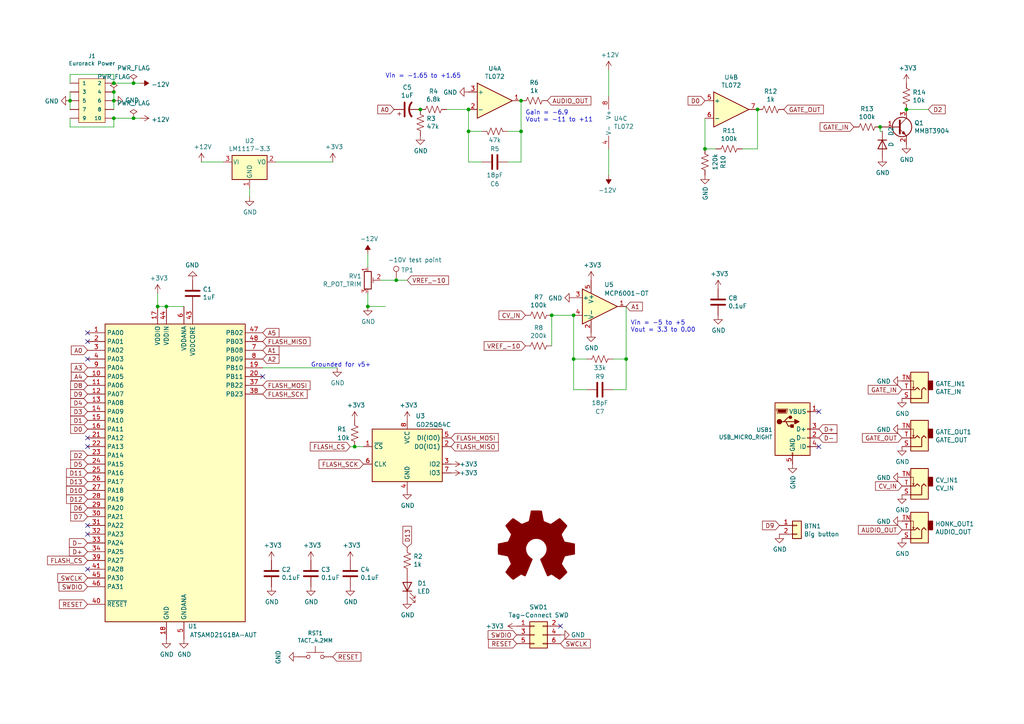
<source format=kicad_sch>
(kicad_sch (version 20210621) (generator eeschema)

  (uuid edc5b2db-b3cd-4770-a962-b45081587bc0)

  (paper "A4")

  (title_block
    (title "Big Honking Button")
    (date "2020-10-07")
    (rev "v5")
    (company "Winterbloom")
    (comment 1 "Alethea Flowers")
    (comment 2 "CC BY-SA 4.0")
  )

  (lib_symbols
    (symbol "Amplifier_Operational:MCP6001-OT" (pin_names (offset 0.127)) (in_bom yes) (on_board yes)
      (property "Reference" "U" (id 0) (at -1.27 6.35 0)
        (effects (font (size 1.27 1.27)) (justify left))
      )
      (property "Value" "MCP6001-OT" (id 1) (at -1.27 3.81 0)
        (effects (font (size 1.27 1.27)) (justify left))
      )
      (property "Footprint" "Package_TO_SOT_SMD:SOT-23-5" (id 2) (at -2.54 -5.08 0)
        (effects (font (size 1.27 1.27)) (justify left) hide)
      )
      (property "Datasheet" "http://ww1.microchip.com/downloads/en/DeviceDoc/21733j.pdf" (id 3) (at 0 5.08 0)
        (effects (font (size 1.27 1.27)) hide)
      )
      (property "ki_keywords" "single opamp" (id 4) (at 0 0 0)
        (effects (font (size 1.27 1.27)) hide)
      )
      (property "ki_description" "1MHz, Low-Power Op Amp, SOT-23-5" (id 5) (at 0 0 0)
        (effects (font (size 1.27 1.27)) hide)
      )
      (property "ki_fp_filters" "SOT?23*" (id 6) (at 0 0 0)
        (effects (font (size 1.27 1.27)) hide)
      )
      (symbol "MCP6001-OT_0_1"
        (polyline
          (pts
            (xy -5.08 5.08)
            (xy 5.08 0)
            (xy -5.08 -5.08)
            (xy -5.08 5.08)
          )
          (stroke (width 0.254) (type default) (color 0 0 0 0))
          (fill (type background))
        )
        (pin power_in line (at -2.54 -7.62 90) (length 3.81)
          (name "V-" (effects (font (size 1.27 1.27))))
          (number "2" (effects (font (size 1.27 1.27))))
        )
        (pin power_in line (at -2.54 7.62 270) (length 3.81)
          (name "V+" (effects (font (size 1.27 1.27))))
          (number "5" (effects (font (size 1.27 1.27))))
        )
      )
      (symbol "MCP6001-OT_1_1"
        (pin output line (at 7.62 0 180) (length 2.54)
          (name "~" (effects (font (size 1.27 1.27))))
          (number "1" (effects (font (size 1.27 1.27))))
        )
        (pin input line (at -7.62 2.54 0) (length 2.54)
          (name "+" (effects (font (size 1.27 1.27))))
          (number "3" (effects (font (size 1.27 1.27))))
        )
        (pin input line (at -7.62 -2.54 0) (length 2.54)
          (name "-" (effects (font (size 1.27 1.27))))
          (number "4" (effects (font (size 1.27 1.27))))
        )
      )
    )
    (symbol "Amplifier_Operational:TL072" (pin_names (offset 0.127)) (in_bom yes) (on_board yes)
      (property "Reference" "U" (id 0) (at 0 5.08 0)
        (effects (font (size 1.27 1.27)) (justify left))
      )
      (property "Value" "TL072" (id 1) (at 0 -5.08 0)
        (effects (font (size 1.27 1.27)) (justify left))
      )
      (property "Footprint" "" (id 2) (at 0 0 0)
        (effects (font (size 1.27 1.27)) hide)
      )
      (property "Datasheet" "http://www.ti.com/lit/ds/symlink/tl071.pdf" (id 3) (at 0 0 0)
        (effects (font (size 1.27 1.27)) hide)
      )
      (property "ki_locked" "" (id 4) (at 0 0 0)
        (effects (font (size 1.27 1.27)))
      )
      (property "ki_keywords" "dual opamp" (id 5) (at 0 0 0)
        (effects (font (size 1.27 1.27)) hide)
      )
      (property "ki_description" "Dual Low-Noise JFET-Input Operational Amplifiers, DIP-8/SOIC-8" (id 6) (at 0 0 0)
        (effects (font (size 1.27 1.27)) hide)
      )
      (property "ki_fp_filters" "SOIC*3.9x4.9mm*P1.27mm* DIP*W7.62mm* TO*99* OnSemi*Micro8* TSSOP*3x3mm*P0.65mm* TSSOP*4.4x3mm*P0.65mm* MSOP*3x3mm*P0.65mm* SSOP*3.9x4.9mm*P0.635mm* LFCSP*2x2mm*P0.5mm* *SIP* SOIC*5.3x6.2mm*P1.27mm*" (id 7) (at 0 0 0)
        (effects (font (size 1.27 1.27)) hide)
      )
      (symbol "TL072_1_1"
        (polyline
          (pts
            (xy -5.08 5.08)
            (xy 5.08 0)
            (xy -5.08 -5.08)
            (xy -5.08 5.08)
          )
          (stroke (width 0.254) (type default) (color 0 0 0 0))
          (fill (type background))
        )
        (pin output line (at 7.62 0 180) (length 2.54)
          (name "~" (effects (font (size 1.27 1.27))))
          (number "1" (effects (font (size 1.27 1.27))))
        )
        (pin input line (at -7.62 -2.54 0) (length 2.54)
          (name "-" (effects (font (size 1.27 1.27))))
          (number "2" (effects (font (size 1.27 1.27))))
        )
        (pin input line (at -7.62 2.54 0) (length 2.54)
          (name "+" (effects (font (size 1.27 1.27))))
          (number "3" (effects (font (size 1.27 1.27))))
        )
      )
      (symbol "TL072_2_1"
        (polyline
          (pts
            (xy -5.08 5.08)
            (xy 5.08 0)
            (xy -5.08 -5.08)
            (xy -5.08 5.08)
          )
          (stroke (width 0.254) (type default) (color 0 0 0 0))
          (fill (type background))
        )
        (pin input line (at -7.62 2.54 0) (length 2.54)
          (name "+" (effects (font (size 1.27 1.27))))
          (number "5" (effects (font (size 1.27 1.27))))
        )
        (pin input line (at -7.62 -2.54 0) (length 2.54)
          (name "-" (effects (font (size 1.27 1.27))))
          (number "6" (effects (font (size 1.27 1.27))))
        )
        (pin output line (at 7.62 0 180) (length 2.54)
          (name "~" (effects (font (size 1.27 1.27))))
          (number "7" (effects (font (size 1.27 1.27))))
        )
      )
      (symbol "TL072_3_1"
        (pin power_in line (at -2.54 -7.62 90) (length 3.81)
          (name "V-" (effects (font (size 1.27 1.27))))
          (number "4" (effects (font (size 1.27 1.27))))
        )
        (pin power_in line (at -2.54 7.62 270) (length 3.81)
          (name "V+" (effects (font (size 1.27 1.27))))
          (number "8" (effects (font (size 1.27 1.27))))
        )
      )
    )
    (symbol "Connector:AudioJack2_SwitchT" (in_bom yes) (on_board yes)
      (property "Reference" "J" (id 0) (at 0 8.89 0)
        (effects (font (size 1.27 1.27)))
      )
      (property "Value" "AudioJack2_SwitchT" (id 1) (at 0 6.35 0)
        (effects (font (size 1.27 1.27)))
      )
      (property "Footprint" "" (id 2) (at 0 0 0)
        (effects (font (size 1.27 1.27)) hide)
      )
      (property "Datasheet" "~" (id 3) (at 0 0 0)
        (effects (font (size 1.27 1.27)) hide)
      )
      (property "ki_keywords" "audio jack receptacle mono headphones phone TS connector" (id 4) (at 0 0 0)
        (effects (font (size 1.27 1.27)) hide)
      )
      (property "ki_description" "Audio Jack, 2 Poles (Mono / TS), Switched T Pole (Normalling)" (id 5) (at 0 0 0)
        (effects (font (size 1.27 1.27)) hide)
      )
      (property "ki_fp_filters" "Jack*" (id 6) (at 0 0 0)
        (effects (font (size 1.27 1.27)) hide)
      )
      (symbol "AudioJack2_SwitchT_0_1"
        (rectangle (start -2.54 0) (end -3.81 -2.54)
          (stroke (width 0.254) (type default) (color 0 0 0 0))
          (fill (type outline))
        )
        (polyline
          (pts
            (xy 1.778 -0.254)
            (xy 2.032 -0.762)
          )
          (stroke (width 0) (type default) (color 0 0 0 0))
          (fill (type none))
        )
        (polyline
          (pts
            (xy 0 0)
            (xy 0.635 -0.635)
            (xy 1.27 0)
            (xy 2.54 0)
          )
          (stroke (width 0.254) (type default) (color 0 0 0 0))
          (fill (type none))
        )
        (polyline
          (pts
            (xy 2.54 -2.54)
            (xy 1.778 -2.54)
            (xy 1.778 -0.254)
            (xy 1.524 -0.762)
          )
          (stroke (width 0) (type default) (color 0 0 0 0))
          (fill (type none))
        )
        (polyline
          (pts
            (xy 2.54 2.54)
            (xy -0.635 2.54)
            (xy -0.635 0)
            (xy -1.27 -0.635)
            (xy -1.905 0)
          )
          (stroke (width 0.254) (type default) (color 0 0 0 0))
          (fill (type none))
        )
        (rectangle (start 2.54 3.81) (end -2.54 -5.08)
          (stroke (width 0.254) (type default) (color 0 0 0 0))
          (fill (type background))
        )
      )
      (symbol "AudioJack2_SwitchT_1_1"
        (pin passive line (at 5.08 2.54 180) (length 2.54)
          (name "~" (effects (font (size 1.27 1.27))))
          (number "S" (effects (font (size 1.27 1.27))))
        )
        (pin passive line (at 5.08 0 180) (length 2.54)
          (name "~" (effects (font (size 1.27 1.27))))
          (number "T" (effects (font (size 1.27 1.27))))
        )
        (pin passive line (at 5.08 -2.54 180) (length 2.54)
          (name "~" (effects (font (size 1.27 1.27))))
          (number "TN" (effects (font (size 1.27 1.27))))
        )
      )
    )
    (symbol "Connector:TestPoint" (pin_numbers hide) (pin_names (offset 0.762) hide) (in_bom yes) (on_board yes)
      (property "Reference" "TP" (id 0) (at 0 6.858 0)
        (effects (font (size 1.27 1.27)))
      )
      (property "Value" "TestPoint" (id 1) (at 0 5.08 0)
        (effects (font (size 1.27 1.27)))
      )
      (property "Footprint" "" (id 2) (at 5.08 0 0)
        (effects (font (size 1.27 1.27)) hide)
      )
      (property "Datasheet" "~" (id 3) (at 5.08 0 0)
        (effects (font (size 1.27 1.27)) hide)
      )
      (property "ki_keywords" "test point tp" (id 4) (at 0 0 0)
        (effects (font (size 1.27 1.27)) hide)
      )
      (property "ki_description" "test point" (id 5) (at 0 0 0)
        (effects (font (size 1.27 1.27)) hide)
      )
      (property "ki_fp_filters" "Pin* Test*" (id 6) (at 0 0 0)
        (effects (font (size 1.27 1.27)) hide)
      )
      (symbol "TestPoint_0_1"
        (circle (center 0 3.302) (radius 0.762) (stroke (width 0))           (stroke (width 0) (type default) (color 0 0 0 0))
          (fill (type none))
        )
      )
      (symbol "TestPoint_1_1"
        (pin passive line (at 0 0 90) (length 2.54)
          (name "1" (effects (font (size 1.27 1.27))))
          (number "1" (effects (font (size 1.27 1.27))))
        )
      )
    )
    (symbol "Connector_Generic:Conn_01x02" (pin_names (offset 1.016) hide) (in_bom yes) (on_board yes)
      (property "Reference" "J" (id 0) (at 0 2.54 0)
        (effects (font (size 1.27 1.27)))
      )
      (property "Value" "Conn_01x02" (id 1) (at 0 -5.08 0)
        (effects (font (size 1.27 1.27)))
      )
      (property "Footprint" "" (id 2) (at 0 0 0)
        (effects (font (size 1.27 1.27)) hide)
      )
      (property "Datasheet" "~" (id 3) (at 0 0 0)
        (effects (font (size 1.27 1.27)) hide)
      )
      (property "ki_keywords" "connector" (id 4) (at 0 0 0)
        (effects (font (size 1.27 1.27)) hide)
      )
      (property "ki_description" "Generic connector, single row, 01x02, script generated (kicad-library-utils/schlib/autogen/connector/)" (id 5) (at 0 0 0)
        (effects (font (size 1.27 1.27)) hide)
      )
      (property "ki_fp_filters" "Connector*:*_1x??_*" (id 6) (at 0 0 0)
        (effects (font (size 1.27 1.27)) hide)
      )
      (symbol "Conn_01x02_1_1"
        (rectangle (start -1.27 -2.413) (end 0 -2.667)
          (stroke (width 0.1524) (type default) (color 0 0 0 0))
          (fill (type none))
        )
        (rectangle (start -1.27 0.127) (end 0 -0.127)
          (stroke (width 0.1524) (type default) (color 0 0 0 0))
          (fill (type none))
        )
        (rectangle (start -1.27 1.27) (end 1.27 -3.81)
          (stroke (width 0.254) (type default) (color 0 0 0 0))
          (fill (type background))
        )
        (pin passive line (at -5.08 0 0) (length 3.81)
          (name "Pin_1" (effects (font (size 1.27 1.27))))
          (number "1" (effects (font (size 1.27 1.27))))
        )
        (pin passive line (at -5.08 -2.54 0) (length 3.81)
          (name "Pin_2" (effects (font (size 1.27 1.27))))
          (number "2" (effects (font (size 1.27 1.27))))
        )
      )
    )
    (symbol "Connector_Generic:Conn_02x03_Odd_Even" (pin_names (offset 1.016) hide) (in_bom yes) (on_board yes)
      (property "Reference" "J" (id 0) (at 1.27 5.08 0)
        (effects (font (size 1.27 1.27)))
      )
      (property "Value" "Conn_02x03_Odd_Even" (id 1) (at 1.27 -5.08 0)
        (effects (font (size 1.27 1.27)))
      )
      (property "Footprint" "" (id 2) (at 0 0 0)
        (effects (font (size 1.27 1.27)) hide)
      )
      (property "Datasheet" "~" (id 3) (at 0 0 0)
        (effects (font (size 1.27 1.27)) hide)
      )
      (property "ki_keywords" "connector" (id 4) (at 0 0 0)
        (effects (font (size 1.27 1.27)) hide)
      )
      (property "ki_description" "Generic connector, double row, 02x03, odd/even pin numbering scheme (row 1 odd numbers, row 2 even numbers), script generated (kicad-library-utils/schlib/autogen/connector/)" (id 5) (at 0 0 0)
        (effects (font (size 1.27 1.27)) hide)
      )
      (property "ki_fp_filters" "Connector*:*_2x??_*" (id 6) (at 0 0 0)
        (effects (font (size 1.27 1.27)) hide)
      )
      (symbol "Conn_02x03_Odd_Even_1_1"
        (rectangle (start -1.27 -2.413) (end 0 -2.667)
          (stroke (width 0.1524) (type default) (color 0 0 0 0))
          (fill (type none))
        )
        (rectangle (start -1.27 0.127) (end 0 -0.127)
          (stroke (width 0.1524) (type default) (color 0 0 0 0))
          (fill (type none))
        )
        (rectangle (start -1.27 2.667) (end 0 2.413)
          (stroke (width 0.1524) (type default) (color 0 0 0 0))
          (fill (type none))
        )
        (rectangle (start -1.27 3.81) (end 3.81 -3.81)
          (stroke (width 0.254) (type default) (color 0 0 0 0))
          (fill (type background))
        )
        (rectangle (start 3.81 -2.413) (end 2.54 -2.667)
          (stroke (width 0.1524) (type default) (color 0 0 0 0))
          (fill (type none))
        )
        (rectangle (start 3.81 0.127) (end 2.54 -0.127)
          (stroke (width 0.1524) (type default) (color 0 0 0 0))
          (fill (type none))
        )
        (rectangle (start 3.81 2.667) (end 2.54 2.413)
          (stroke (width 0.1524) (type default) (color 0 0 0 0))
          (fill (type none))
        )
        (pin passive line (at -5.08 2.54 0) (length 3.81)
          (name "Pin_1" (effects (font (size 1.27 1.27))))
          (number "1" (effects (font (size 1.27 1.27))))
        )
        (pin passive line (at 7.62 2.54 180) (length 3.81)
          (name "Pin_2" (effects (font (size 1.27 1.27))))
          (number "2" (effects (font (size 1.27 1.27))))
        )
        (pin passive line (at -5.08 0 0) (length 3.81)
          (name "Pin_3" (effects (font (size 1.27 1.27))))
          (number "3" (effects (font (size 1.27 1.27))))
        )
        (pin passive line (at 7.62 0 180) (length 3.81)
          (name "Pin_4" (effects (font (size 1.27 1.27))))
          (number "4" (effects (font (size 1.27 1.27))))
        )
        (pin passive line (at -5.08 -2.54 0) (length 3.81)
          (name "Pin_5" (effects (font (size 1.27 1.27))))
          (number "5" (effects (font (size 1.27 1.27))))
        )
        (pin passive line (at 7.62 -2.54 180) (length 3.81)
          (name "Pin_6" (effects (font (size 1.27 1.27))))
          (number "6" (effects (font (size 1.27 1.27))))
        )
      )
    )
    (symbol "Device:C" (pin_numbers hide) (pin_names (offset 0.254)) (in_bom yes) (on_board yes)
      (property "Reference" "C" (id 0) (at 0.635 2.54 0)
        (effects (font (size 1.27 1.27)) (justify left))
      )
      (property "Value" "C" (id 1) (at 0.635 -2.54 0)
        (effects (font (size 1.27 1.27)) (justify left))
      )
      (property "Footprint" "" (id 2) (at 0.9652 -3.81 0)
        (effects (font (size 1.27 1.27)) hide)
      )
      (property "Datasheet" "~" (id 3) (at 0 0 0)
        (effects (font (size 1.27 1.27)) hide)
      )
      (property "ki_keywords" "cap capacitor" (id 4) (at 0 0 0)
        (effects (font (size 1.27 1.27)) hide)
      )
      (property "ki_description" "Unpolarized capacitor" (id 5) (at 0 0 0)
        (effects (font (size 1.27 1.27)) hide)
      )
      (property "ki_fp_filters" "C_*" (id 6) (at 0 0 0)
        (effects (font (size 1.27 1.27)) hide)
      )
      (symbol "C_0_1"
        (polyline
          (pts
            (xy -2.032 -0.762)
            (xy 2.032 -0.762)
          )
          (stroke (width 0.508) (type default) (color 0 0 0 0))
          (fill (type none))
        )
        (polyline
          (pts
            (xy -2.032 0.762)
            (xy 2.032 0.762)
          )
          (stroke (width 0.508) (type default) (color 0 0 0 0))
          (fill (type none))
        )
      )
      (symbol "C_1_1"
        (pin passive line (at 0 3.81 270) (length 2.794)
          (name "~" (effects (font (size 1.27 1.27))))
          (number "1" (effects (font (size 1.27 1.27))))
        )
        (pin passive line (at 0 -3.81 90) (length 2.794)
          (name "~" (effects (font (size 1.27 1.27))))
          (number "2" (effects (font (size 1.27 1.27))))
        )
      )
    )
    (symbol "Device:C_Polarized_US" (pin_numbers hide) (pin_names (offset 0.254) hide) (in_bom yes) (on_board yes)
      (property "Reference" "C" (id 0) (at 0.635 2.54 0)
        (effects (font (size 1.27 1.27)) (justify left))
      )
      (property "Value" "C_Polarized_US" (id 1) (at 0.635 -2.54 0)
        (effects (font (size 1.27 1.27)) (justify left))
      )
      (property "Footprint" "" (id 2) (at 0 0 0)
        (effects (font (size 1.27 1.27)) hide)
      )
      (property "Datasheet" "~" (id 3) (at 0 0 0)
        (effects (font (size 1.27 1.27)) hide)
      )
      (property "ki_keywords" "cap capacitor" (id 4) (at 0 0 0)
        (effects (font (size 1.27 1.27)) hide)
      )
      (property "ki_description" "Polarized capacitor, US symbol" (id 5) (at 0 0 0)
        (effects (font (size 1.27 1.27)) hide)
      )
      (property "ki_fp_filters" "CP_*" (id 6) (at 0 0 0)
        (effects (font (size 1.27 1.27)) hide)
      )
      (symbol "C_Polarized_US_0_1"
        (polyline
          (pts
            (xy -2.032 0.762)
            (xy 2.032 0.762)
          )
          (stroke (width 0.508) (type default) (color 0 0 0 0))
          (fill (type none))
        )
        (polyline
          (pts
            (xy -1.778 2.286)
            (xy -0.762 2.286)
          )
          (stroke (width 0) (type default) (color 0 0 0 0))
          (fill (type none))
        )
        (polyline
          (pts
            (xy -1.27 1.778)
            (xy -1.27 2.794)
          )
          (stroke (width 0) (type default) (color 0 0 0 0))
          (fill (type none))
        )
        (arc (start 2.032 -1.27) (mid 0 -0.5572) (end -2.032 -1.27)
          (stroke (width 0.508) (type default) (color 0 0 0 0))
          (fill (type none))
        )
      )
      (symbol "C_Polarized_US_1_1"
        (pin passive line (at 0 3.81 270) (length 2.794)
          (name "~" (effects (font (size 1.27 1.27))))
          (number "1" (effects (font (size 1.27 1.27))))
        )
        (pin passive line (at 0 -3.81 90) (length 3.302)
          (name "~" (effects (font (size 1.27 1.27))))
          (number "2" (effects (font (size 1.27 1.27))))
        )
      )
    )
    (symbol "Device:D" (pin_numbers hide) (pin_names (offset 1.016) hide) (in_bom yes) (on_board yes)
      (property "Reference" "D" (id 0) (at 0 2.54 0)
        (effects (font (size 1.27 1.27)))
      )
      (property "Value" "D" (id 1) (at 0 -2.54 0)
        (effects (font (size 1.27 1.27)))
      )
      (property "Footprint" "" (id 2) (at 0 0 0)
        (effects (font (size 1.27 1.27)) hide)
      )
      (property "Datasheet" "~" (id 3) (at 0 0 0)
        (effects (font (size 1.27 1.27)) hide)
      )
      (property "ki_keywords" "diode" (id 4) (at 0 0 0)
        (effects (font (size 1.27 1.27)) hide)
      )
      (property "ki_description" "Diode" (id 5) (at 0 0 0)
        (effects (font (size 1.27 1.27)) hide)
      )
      (property "ki_fp_filters" "TO-???* *_Diode_* *SingleDiode* D_*" (id 6) (at 0 0 0)
        (effects (font (size 1.27 1.27)) hide)
      )
      (symbol "D_0_1"
        (polyline
          (pts
            (xy -1.27 1.27)
            (xy -1.27 -1.27)
          )
          (stroke (width 0.254) (type default) (color 0 0 0 0))
          (fill (type none))
        )
        (polyline
          (pts
            (xy 1.27 0)
            (xy -1.27 0)
          )
          (stroke (width 0) (type default) (color 0 0 0 0))
          (fill (type none))
        )
        (polyline
          (pts
            (xy 1.27 1.27)
            (xy 1.27 -1.27)
            (xy -1.27 0)
            (xy 1.27 1.27)
          )
          (stroke (width 0.254) (type default) (color 0 0 0 0))
          (fill (type none))
        )
      )
      (symbol "D_1_1"
        (pin passive line (at -3.81 0 0) (length 2.54)
          (name "K" (effects (font (size 1.27 1.27))))
          (number "1" (effects (font (size 1.27 1.27))))
        )
        (pin passive line (at 3.81 0 180) (length 2.54)
          (name "A" (effects (font (size 1.27 1.27))))
          (number "2" (effects (font (size 1.27 1.27))))
        )
      )
    )
    (symbol "Device:LED" (pin_numbers hide) (pin_names (offset 1.016) hide) (in_bom yes) (on_board yes)
      (property "Reference" "D" (id 0) (at 0 2.54 0)
        (effects (font (size 1.27 1.27)))
      )
      (property "Value" "LED" (id 1) (at 0 -2.54 0)
        (effects (font (size 1.27 1.27)))
      )
      (property "Footprint" "" (id 2) (at 0 0 0)
        (effects (font (size 1.27 1.27)) hide)
      )
      (property "Datasheet" "~" (id 3) (at 0 0 0)
        (effects (font (size 1.27 1.27)) hide)
      )
      (property "ki_keywords" "LED diode" (id 4) (at 0 0 0)
        (effects (font (size 1.27 1.27)) hide)
      )
      (property "ki_description" "Light emitting diode" (id 5) (at 0 0 0)
        (effects (font (size 1.27 1.27)) hide)
      )
      (property "ki_fp_filters" "LED* LED_SMD:* LED_THT:*" (id 6) (at 0 0 0)
        (effects (font (size 1.27 1.27)) hide)
      )
      (symbol "LED_0_1"
        (polyline
          (pts
            (xy -1.27 -1.27)
            (xy -1.27 1.27)
          )
          (stroke (width 0.254) (type default) (color 0 0 0 0))
          (fill (type none))
        )
        (polyline
          (pts
            (xy -1.27 0)
            (xy 1.27 0)
          )
          (stroke (width 0) (type default) (color 0 0 0 0))
          (fill (type none))
        )
        (polyline
          (pts
            (xy 1.27 -1.27)
            (xy 1.27 1.27)
            (xy -1.27 0)
            (xy 1.27 -1.27)
          )
          (stroke (width 0.254) (type default) (color 0 0 0 0))
          (fill (type none))
        )
        (polyline
          (pts
            (xy -3.048 -0.762)
            (xy -4.572 -2.286)
            (xy -3.81 -2.286)
            (xy -4.572 -2.286)
            (xy -4.572 -1.524)
          )
          (stroke (width 0) (type default) (color 0 0 0 0))
          (fill (type none))
        )
        (polyline
          (pts
            (xy -1.778 -0.762)
            (xy -3.302 -2.286)
            (xy -2.54 -2.286)
            (xy -3.302 -2.286)
            (xy -3.302 -1.524)
          )
          (stroke (width 0) (type default) (color 0 0 0 0))
          (fill (type none))
        )
      )
      (symbol "LED_1_1"
        (pin passive line (at -3.81 0 0) (length 2.54)
          (name "K" (effects (font (size 1.27 1.27))))
          (number "1" (effects (font (size 1.27 1.27))))
        )
        (pin passive line (at 3.81 0 180) (length 2.54)
          (name "A" (effects (font (size 1.27 1.27))))
          (number "2" (effects (font (size 1.27 1.27))))
        )
      )
    )
    (symbol "Device:R_Potentiometer_Trim" (pin_names (offset 1.016) hide) (in_bom yes) (on_board yes)
      (property "Reference" "RV" (id 0) (at -4.445 0 90)
        (effects (font (size 1.27 1.27)))
      )
      (property "Value" "R_Potentiometer_Trim" (id 1) (at -2.54 0 90)
        (effects (font (size 1.27 1.27)))
      )
      (property "Footprint" "" (id 2) (at 0 0 0)
        (effects (font (size 1.27 1.27)) hide)
      )
      (property "Datasheet" "~" (id 3) (at 0 0 0)
        (effects (font (size 1.27 1.27)) hide)
      )
      (property "ki_keywords" "resistor variable trimpot trimmer" (id 4) (at 0 0 0)
        (effects (font (size 1.27 1.27)) hide)
      )
      (property "ki_description" "Trim-potentiometer" (id 5) (at 0 0 0)
        (effects (font (size 1.27 1.27)) hide)
      )
      (property "ki_fp_filters" "Potentiometer*" (id 6) (at 0 0 0)
        (effects (font (size 1.27 1.27)) hide)
      )
      (symbol "R_Potentiometer_Trim_0_1"
        (polyline
          (pts
            (xy 1.524 0.762)
            (xy 1.524 -0.762)
          )
          (stroke (width 0) (type default) (color 0 0 0 0))
          (fill (type none))
        )
        (polyline
          (pts
            (xy 2.54 0)
            (xy 1.524 0)
          )
          (stroke (width 0) (type default) (color 0 0 0 0))
          (fill (type none))
        )
        (rectangle (start 1.016 2.54) (end -1.016 -2.54)
          (stroke (width 0.254) (type default) (color 0 0 0 0))
          (fill (type none))
        )
      )
      (symbol "R_Potentiometer_Trim_1_1"
        (pin passive line (at 0 3.81 270) (length 1.27)
          (name "1" (effects (font (size 1.27 1.27))))
          (number "1" (effects (font (size 1.27 1.27))))
        )
        (pin passive line (at 3.81 0 180) (length 1.27)
          (name "2" (effects (font (size 1.27 1.27))))
          (number "2" (effects (font (size 1.27 1.27))))
        )
        (pin passive line (at 0 -3.81 90) (length 1.27)
          (name "3" (effects (font (size 1.27 1.27))))
          (number "3" (effects (font (size 1.27 1.27))))
        )
      )
    )
    (symbol "Device:R_US" (pin_numbers hide) (pin_names (offset 0)) (in_bom yes) (on_board yes)
      (property "Reference" "R" (id 0) (at 2.54 0 90)
        (effects (font (size 1.27 1.27)))
      )
      (property "Value" "R_US" (id 1) (at -2.54 0 90)
        (effects (font (size 1.27 1.27)))
      )
      (property "Footprint" "" (id 2) (at 1.016 -0.254 90)
        (effects (font (size 1.27 1.27)) hide)
      )
      (property "Datasheet" "~" (id 3) (at 0 0 0)
        (effects (font (size 1.27 1.27)) hide)
      )
      (property "ki_keywords" "R res resistor" (id 4) (at 0 0 0)
        (effects (font (size 1.27 1.27)) hide)
      )
      (property "ki_description" "Resistor, US symbol" (id 5) (at 0 0 0)
        (effects (font (size 1.27 1.27)) hide)
      )
      (property "ki_fp_filters" "R_*" (id 6) (at 0 0 0)
        (effects (font (size 1.27 1.27)) hide)
      )
      (symbol "R_US_0_1"
        (polyline
          (pts
            (xy 0 -2.286)
            (xy 0 -2.54)
          )
          (stroke (width 0) (type default) (color 0 0 0 0))
          (fill (type none))
        )
        (polyline
          (pts
            (xy 0 2.286)
            (xy 0 2.54)
          )
          (stroke (width 0) (type default) (color 0 0 0 0))
          (fill (type none))
        )
        (polyline
          (pts
            (xy 0 -0.762)
            (xy 1.016 -1.143)
            (xy 0 -1.524)
            (xy -1.016 -1.905)
            (xy 0 -2.286)
          )
          (stroke (width 0) (type default) (color 0 0 0 0))
          (fill (type none))
        )
        (polyline
          (pts
            (xy 0 0.762)
            (xy 1.016 0.381)
            (xy 0 0)
            (xy -1.016 -0.381)
            (xy 0 -0.762)
          )
          (stroke (width 0) (type default) (color 0 0 0 0))
          (fill (type none))
        )
        (polyline
          (pts
            (xy 0 2.286)
            (xy 1.016 1.905)
            (xy 0 1.524)
            (xy -1.016 1.143)
            (xy 0 0.762)
          )
          (stroke (width 0) (type default) (color 0 0 0 0))
          (fill (type none))
        )
      )
      (symbol "R_US_1_1"
        (pin passive line (at 0 3.81 270) (length 1.27)
          (name "~" (effects (font (size 1.27 1.27))))
          (number "1" (effects (font (size 1.27 1.27))))
        )
        (pin passive line (at 0 -3.81 90) (length 1.27)
          (name "~" (effects (font (size 1.27 1.27))))
          (number "2" (effects (font (size 1.27 1.27))))
        )
      )
    )
    (symbol "Graphic:Logo_Open_Hardware_Large" (pin_names (offset 1.016)) (in_bom yes) (on_board yes)
      (property "Reference" "#LOGO" (id 0) (at 0 12.7 0)
        (effects (font (size 1.27 1.27)) hide)
      )
      (property "Value" "Logo_Open_Hardware_Large" (id 1) (at 0 -10.16 0)
        (effects (font (size 1.27 1.27)) hide)
      )
      (property "Footprint" "" (id 2) (at 0 0 0)
        (effects (font (size 1.27 1.27)) hide)
      )
      (property "Datasheet" "~" (id 3) (at 0 0 0)
        (effects (font (size 1.27 1.27)) hide)
      )
      (property "ki_keywords" "Logo" (id 4) (at 0 0 0)
        (effects (font (size 1.27 1.27)) hide)
      )
      (property "ki_description" "Open Hardware logo, large" (id 5) (at 0 0 0)
        (effects (font (size 1.27 1.27)) hide)
      )
      (symbol "Logo_Open_Hardware_Large_1_1"
        (polyline
          (pts
            (xy 6.731 -8.7122)
            (xy 6.6294 -8.6614)
            (xy 6.35 -8.4836)
            (xy 5.9944 -8.255)
            (xy 5.5372 -7.9502)
            (xy 5.1054 -7.6454)
            (xy 4.7498 -7.4168)
            (xy 4.4958 -7.239)
            (xy 4.3942 -7.1882)
            (xy 4.318 -7.2136)
            (xy 4.1148 -7.3152)
            (xy 3.81 -7.4676)
            (xy 3.6322 -7.5692)
            (xy 3.3528 -7.6708)
            (xy 3.2258 -7.6962)
            (xy 3.2004 -7.6708)
            (xy 3.0988 -7.4676)
            (xy 2.9464 -7.0866)
            (xy 2.7178 -6.604)
            (xy 2.4892 -6.0452)
            (xy 2.2352 -5.4356)
            (xy 1.9558 -4.826)
            (xy 1.7272 -4.2164)
            (xy 1.4986 -3.683)
            (xy 1.3208 -3.2512)
            (xy 1.2192 -2.9464)
            (xy 1.1684 -2.8194)
            (xy 1.1938 -2.794)
            (xy 1.3208 -2.667)
            (xy 1.5748 -2.4892)
            (xy 2.0828 -2.0574)
            (xy 2.6162 -1.397)
            (xy 2.921 -0.6604)
            (xy 3.048 0.1524)
            (xy 2.9464 0.9144)
            (xy 2.6416 1.6256)
            (xy 2.1336 2.286)
            (xy 1.524 2.7686)
            (xy 0.8128 3.0734)
            (xy 0 3.175)
            (xy -0.762 3.0988)
            (xy -1.4986 2.794)
            (xy -2.159 2.286)
            (xy -2.4384 1.9812)
            (xy -2.8194 1.3208)
            (xy -3.048 0.6096)
            (xy -3.0734 0.4318)
            (xy -3.0226 -0.3556)
            (xy -2.794 -1.0922)
            (xy -2.3876 -1.7526)
            (xy -1.8288 -2.3114)
            (xy -1.7526 -2.3622)
            (xy -1.4732 -2.5654)
            (xy -1.2954 -2.6924)
            (xy -1.1684 -2.8194)
            (xy -2.159 -5.207)
            (xy -2.3114 -5.588)
            (xy -2.5908 -6.2484)
            (xy -2.8194 -6.8072)
            (xy -3.0226 -7.2644)
            (xy -3.1496 -7.5692)
            (xy -3.2258 -7.6708)
            (xy -3.2258 -7.6962)
            (xy -3.302 -7.6962)
            (xy -3.4798 -7.6454)
            (xy -3.8354 -7.4676)
            (xy -4.0386 -7.366)
            (xy -4.2926 -7.239)
            (xy -4.4196 -7.1882)
            (xy -4.5212 -7.239)
            (xy -4.7498 -7.3914)
            (xy -5.1054 -7.6454)
            (xy -5.5372 -7.9248)
            (xy -5.9436 -8.2042)
            (xy -6.3246 -8.4582)
            (xy -6.604 -8.636)
            (xy -6.731 -8.7122)
            (xy -6.7564 -8.7122)
            (xy -6.858 -8.636)
            (xy -7.0866 -8.4582)
            (xy -7.4168 -8.1534)
            (xy -7.874 -7.6962)
            (xy -7.9502 -7.62)
            (xy -8.3312 -7.239)
            (xy -8.636 -6.9088)
            (xy -8.8392 -6.6802)
            (xy -8.9154 -6.5786)
            (xy -8.9154 -6.5786)
            (xy -8.8392 -6.4516)
            (xy -8.6614 -6.1722)
            (xy -8.4328 -5.7912)
            (xy -8.128 -5.3594)
            (xy -7.3152 -4.191)
            (xy -7.7724 -3.0988)
            (xy -7.8994 -2.7686)
            (xy -8.0772 -2.3622)
            (xy -8.2042 -2.0828)
            (xy -8.255 -1.9558)
            (xy -8.382 -1.905)
            (xy -8.6614 -1.8542)
            (xy -9.0932 -1.7526)
            (xy -9.6266 -1.651)
            (xy -10.1092 -1.5748)
            (xy -10.541 -1.4732)
            (xy -10.8712 -1.4224)
            (xy -11.0236 -1.397)
            (xy -11.049 -1.3716)
            (xy -11.0744 -1.2954)
            (xy -11.0998 -1.143)
            (xy -11.0998 -0.889)
            (xy -11.1252 -0.4572)
            (xy -11.1252 0.1524)
            (xy -11.1252 0.2286)
            (xy -11.0998 0.8128)
            (xy -11.0998 1.27)
            (xy -11.0744 1.5494)
            (xy -11.0744 1.6764)
            (xy -11.0744 1.6764)
            (xy -10.922 1.7018)
            (xy -10.6172 1.778)
            (xy -10.16 1.8542)
            (xy -9.652 1.9558)
            (xy -9.6012 1.9812)
            (xy -9.0932 2.0828)
            (xy -8.636 2.159)
            (xy -8.3312 2.2352)
            (xy -8.2042 2.286)
            (xy -8.1788 2.3114)
            (xy -8.0772 2.5146)
            (xy -7.9248 2.8448)
            (xy -7.747 3.2512)
            (xy -7.5692 3.6576)
            (xy -7.4168 4.0386)
            (xy -7.3152 4.318)
            (xy -7.2898 4.445)
            (xy -7.2898 4.445)
            (xy -7.366 4.572)
            (xy -7.5438 4.826)
            (xy -7.7978 5.207)
            (xy -8.128 5.6642)
            (xy -8.128 5.6896)
            (xy -8.4328 6.1468)
            (xy -8.6868 6.5278)
            (xy -8.8392 6.7818)
            (xy -8.9154 6.9088)
            (xy -8.9154 6.9088)
            (xy -8.8138 7.0358)
            (xy -8.5852 7.2898)
            (xy -8.255 7.6454)
            (xy -7.874 8.0264)
            (xy -7.747 8.1534)
            (xy -7.3152 8.5852)
            (xy -7.0104 8.8646)
            (xy -6.8326 8.9916)
            (xy -6.731 9.0424)
            (xy -6.731 9.0424)
            (xy -6.604 8.9408)
            (xy -6.3246 8.763)
            (xy -5.9436 8.509)
            (xy -5.4864 8.2042)
            (xy -5.461 8.1788)
            (xy -5.0038 7.874)
            (xy -4.6482 7.62)
            (xy -4.3688 7.4422)
            (xy -4.2672 7.3914)
            (xy -4.2418 7.3914)
            (xy -4.064 7.4422)
            (xy -3.7338 7.5438)
            (xy -3.3528 7.6962)
            (xy -2.9464 7.874)
            (xy -2.5654 8.0264)
            (xy -2.286 8.1534)
            (xy -2.159 8.2296)
            (xy -2.159 8.2296)
            (xy -2.1082 8.382)
            (xy -2.032 8.7122)
            (xy -1.9304 9.1694)
            (xy -1.8288 9.7282)
            (xy -1.8034 9.8044)
            (xy -1.7018 10.3378)
            (xy -1.6256 10.7696)
            (xy -1.5748 11.0744)
            (xy -1.524 11.2014)
            (xy -1.4478 11.2268)
            (xy -1.1938 11.2522)
            (xy -0.8128 11.2522)
            (xy -0.3302 11.2522)
            (xy 0.1524 11.2522)
            (xy 0.6604 11.2522)
            (xy 1.0668 11.2268)
            (xy 1.3716 11.2014)
            (xy 1.4986 11.176)
            (xy 1.4986 11.176)
            (xy 1.5494 11.0236)
            (xy 1.6256 10.6934)
            (xy 1.7018 10.2108)
            (xy 1.8288 9.6774)
            (xy 1.8288 9.5758)
            (xy 1.9304 9.0424)
            (xy 2.032 8.6106)
            (xy 2.0828 8.3058)
            (xy 2.1336 8.2042)
            (xy 2.159 8.1788)
            (xy 2.3876 8.0772)
            (xy 2.7432 7.9248)
            (xy 3.175 7.747)
            (xy 4.191 7.3406)
            (xy 5.461 8.2042)
            (xy 5.5626 8.2804)
            (xy 6.0198 8.5852)
            (xy 6.3754 8.8392)
            (xy 6.6294 8.9916)
            (xy 6.7564 9.0424)
            (xy 6.7564 9.0424)
            (xy 6.8834 8.9408)
            (xy 7.1374 8.7122)
            (xy 7.4676 8.382)
            (xy 7.8486 7.9756)
            (xy 8.1534 7.6962)
            (xy 8.4836 7.3406)
            (xy 8.7122 7.112)
            (xy 8.8392 6.9596)
            (xy 8.8646 6.858)
            (xy 8.8646 6.8072)
            (xy 8.7884 6.6802)
            (xy 8.6106 6.4008)
            (xy 8.3312 6.0198)
            (xy 8.0264 5.588)
            (xy 7.7978 5.207)
            (xy 7.5184 4.8006)
            (xy 7.3406 4.4958)
            (xy 7.2898 4.3434)
            (xy 7.2898 4.2926)
            (xy 7.3914 4.0386)
            (xy 7.5184 3.683)
            (xy 7.7216 3.2258)
            (xy 8.1534 2.2352)
            (xy 8.7884 2.1082)
            (xy 9.1948 2.0574)
            (xy 9.7536 1.9304)
            (xy 10.2616 1.8288)
            (xy 11.0998 1.6764)
            (xy 11.1252 -1.3208)
            (xy 10.9982 -1.3716)
            (xy 10.8712 -1.397)
            (xy 10.5664 -1.4732)
            (xy 10.1346 -1.5494)
            (xy 9.6266 -1.651)
            (xy 9.1948 -1.7272)
            (xy 8.7376 -1.8288)
            (xy 8.4328 -1.8796)
            (xy 8.2804 -1.905)
            (xy 8.255 -1.9558)
            (xy 8.1534 -2.159)
            (xy 7.9756 -2.5146)
            (xy 7.8232 -2.921)
            (xy 7.6454 -3.3274)
            (xy 7.493 -3.7338)
            (xy 7.366 -4.0132)
            (xy 7.3406 -4.191)
            (xy 7.3914 -4.2926)
            (xy 7.5692 -4.5466)
            (xy 7.7978 -4.9276)
            (xy 8.1026 -5.3594)
            (xy 8.4074 -5.7912)
            (xy 8.6614 -6.1722)
            (xy 8.8138 -6.4262)
            (xy 8.89 -6.5532)
            (xy 8.8646 -6.6548)
            (xy 8.6868 -6.858)
            (xy 8.3566 -7.1882)
            (xy 7.874 -7.6708)
            (xy 7.7978 -7.747)
            (xy 7.3914 -8.128)
            (xy 7.0612 -8.4328)
            (xy 6.8326 -8.636)
            (xy 6.731 -8.7122)
          )
          (stroke (width 0) (type default) (color 0 0 0 0))
          (fill (type outline))
        )
      )
    )
    (symbol "MCU_Microchip_SAMD:ATSAMD21G18A-AUT" (in_bom yes) (on_board yes)
      (property "Reference" "U" (id 0) (at -17.78 44.45 0)
        (effects (font (size 1.27 1.27)))
      )
      (property "Value" "ATSAMD21G18A-AUT" (id 1) (at 15.24 44.45 0)
        (effects (font (size 1.27 1.27)))
      )
      (property "Footprint" "Package_QFP:TQFP-48_7x7mm_P0.5mm" (id 2) (at -24.13 -44.45 0)
        (effects (font (size 1.27 1.27)) hide)
      )
      (property "Datasheet" "http://ww1.microchip.com/downloads/en/DeviceDoc/SAM_D21_DA1_Family_Data%20Sheet_DS40001882E.pdf" (id 3) (at 0 25.4 0)
        (effects (font (size 1.27 1.27)) hide)
      )
      (property "ki_keywords" "32-bit ARM Cortex-M0+ MCU Microcontroller" (id 4) (at 0 0 0)
        (effects (font (size 1.27 1.27)) hide)
      )
      (property "ki_description" "SAM D21 Microchip SMART ARM-based Flash MCU, 48Mhz, 256K Flash, 32K SRAM, TQFP-48" (id 5) (at 0 0 0)
        (effects (font (size 1.27 1.27)) hide)
      )
      (property "ki_fp_filters" "TQFP*7x7mm*P0.5mm*" (id 6) (at 0 0 0)
        (effects (font (size 1.27 1.27)) hide)
      )
      (symbol "ATSAMD21G18A-AUT_0_1"
        (rectangle (start -20.32 43.18) (end 20.32 -43.18)
          (stroke (width 0.254) (type default) (color 0 0 0 0))
          (fill (type background))
        )
      )
      (symbol "ATSAMD21G18A-AUT_1_1"
        (pin bidirectional line (at -25.4 40.64 0) (length 5.08)
          (name "PA00" (effects (font (size 1.27 1.27))))
          (number "1" (effects (font (size 1.27 1.27))))
        )
        (pin bidirectional line (at -25.4 27.94 0) (length 5.08)
          (name "PA05" (effects (font (size 1.27 1.27))))
          (number "10" (effects (font (size 1.27 1.27))))
        )
        (pin bidirectional line (at -25.4 25.4 0) (length 5.08)
          (name "PA06" (effects (font (size 1.27 1.27))))
          (number "11" (effects (font (size 1.27 1.27))))
        )
        (pin bidirectional line (at -25.4 22.86 0) (length 5.08)
          (name "PA07" (effects (font (size 1.27 1.27))))
          (number "12" (effects (font (size 1.27 1.27))))
        )
        (pin bidirectional line (at -25.4 20.32 0) (length 5.08)
          (name "PA08" (effects (font (size 1.27 1.27))))
          (number "13" (effects (font (size 1.27 1.27))))
        )
        (pin bidirectional line (at -25.4 17.78 0) (length 5.08)
          (name "PA09" (effects (font (size 1.27 1.27))))
          (number "14" (effects (font (size 1.27 1.27))))
        )
        (pin bidirectional line (at -25.4 15.24 0) (length 5.08)
          (name "PA10" (effects (font (size 1.27 1.27))))
          (number "15" (effects (font (size 1.27 1.27))))
        )
        (pin bidirectional line (at -25.4 12.7 0) (length 5.08)
          (name "PA11" (effects (font (size 1.27 1.27))))
          (number "16" (effects (font (size 1.27 1.27))))
        )
        (pin power_in line (at -5.08 48.26 270) (length 5.08)
          (name "VDDIO" (effects (font (size 1.27 1.27))))
          (number "17" (effects (font (size 1.27 1.27))))
        )
        (pin power_in line (at -2.54 -48.26 90) (length 5.08)
          (name "GND" (effects (font (size 1.27 1.27))))
          (number "18" (effects (font (size 1.27 1.27))))
        )
        (pin bidirectional line (at 25.4 30.48 180) (length 5.08)
          (name "PB10" (effects (font (size 1.27 1.27))))
          (number "19" (effects (font (size 1.27 1.27))))
        )
        (pin bidirectional line (at -25.4 38.1 0) (length 5.08)
          (name "PA01" (effects (font (size 1.27 1.27))))
          (number "2" (effects (font (size 1.27 1.27))))
        )
        (pin bidirectional line (at 25.4 27.94 180) (length 5.08)
          (name "PB11" (effects (font (size 1.27 1.27))))
          (number "20" (effects (font (size 1.27 1.27))))
        )
        (pin bidirectional line (at -25.4 10.16 0) (length 5.08)
          (name "PA12" (effects (font (size 1.27 1.27))))
          (number "21" (effects (font (size 1.27 1.27))))
        )
        (pin bidirectional line (at -25.4 7.62 0) (length 5.08)
          (name "PA13" (effects (font (size 1.27 1.27))))
          (number "22" (effects (font (size 1.27 1.27))))
        )
        (pin bidirectional line (at -25.4 5.08 0) (length 5.08)
          (name "PA14" (effects (font (size 1.27 1.27))))
          (number "23" (effects (font (size 1.27 1.27))))
        )
        (pin bidirectional line (at -25.4 2.54 0) (length 5.08)
          (name "PA15" (effects (font (size 1.27 1.27))))
          (number "24" (effects (font (size 1.27 1.27))))
        )
        (pin bidirectional line (at -25.4 0 0) (length 5.08)
          (name "PA16" (effects (font (size 1.27 1.27))))
          (number "25" (effects (font (size 1.27 1.27))))
        )
        (pin bidirectional line (at -25.4 -2.54 0) (length 5.08)
          (name "PA17" (effects (font (size 1.27 1.27))))
          (number "26" (effects (font (size 1.27 1.27))))
        )
        (pin bidirectional line (at -25.4 -5.08 0) (length 5.08)
          (name "PA18" (effects (font (size 1.27 1.27))))
          (number "27" (effects (font (size 1.27 1.27))))
        )
        (pin bidirectional line (at -25.4 -7.62 0) (length 5.08)
          (name "PA19" (effects (font (size 1.27 1.27))))
          (number "28" (effects (font (size 1.27 1.27))))
        )
        (pin bidirectional line (at -25.4 -10.16 0) (length 5.08)
          (name "PA20" (effects (font (size 1.27 1.27))))
          (number "29" (effects (font (size 1.27 1.27))))
        )
        (pin bidirectional line (at -25.4 35.56 0) (length 5.08)
          (name "PA02" (effects (font (size 1.27 1.27))))
          (number "3" (effects (font (size 1.27 1.27))))
        )
        (pin bidirectional line (at -25.4 -12.7 0) (length 5.08)
          (name "PA21" (effects (font (size 1.27 1.27))))
          (number "30" (effects (font (size 1.27 1.27))))
        )
        (pin bidirectional line (at -25.4 -15.24 0) (length 5.08)
          (name "PA22" (effects (font (size 1.27 1.27))))
          (number "31" (effects (font (size 1.27 1.27))))
        )
        (pin bidirectional line (at -25.4 -17.78 0) (length 5.08)
          (name "PA23" (effects (font (size 1.27 1.27))))
          (number "32" (effects (font (size 1.27 1.27))))
        )
        (pin bidirectional line (at -25.4 -20.32 0) (length 5.08)
          (name "PA24" (effects (font (size 1.27 1.27))))
          (number "33" (effects (font (size 1.27 1.27))))
        )
        (pin bidirectional line (at -25.4 -22.86 0) (length 5.08)
          (name "PA25" (effects (font (size 1.27 1.27))))
          (number "34" (effects (font (size 1.27 1.27))))
        )
        (pin passive line (at -2.54 -48.26 90) (length 5.08) hide
          (name "GND" (effects (font (size 1.27 1.27))))
          (number "35" (effects (font (size 1.27 1.27))))
        )
        (pin passive line (at -5.08 48.26 270) (length 5.08) hide
          (name "VDDIO" (effects (font (size 1.27 1.27))))
          (number "36" (effects (font (size 1.27 1.27))))
        )
        (pin bidirectional line (at 25.4 25.4 180) (length 5.08)
          (name "PB22" (effects (font (size 1.27 1.27))))
          (number "37" (effects (font (size 1.27 1.27))))
        )
        (pin bidirectional line (at 25.4 22.86 180) (length 5.08)
          (name "PB23" (effects (font (size 1.27 1.27))))
          (number "38" (effects (font (size 1.27 1.27))))
        )
        (pin bidirectional line (at -25.4 -25.4 0) (length 5.08)
          (name "PA27" (effects (font (size 1.27 1.27))))
          (number "39" (effects (font (size 1.27 1.27))))
        )
        (pin bidirectional line (at -25.4 33.02 0) (length 5.08)
          (name "PA03" (effects (font (size 1.27 1.27))))
          (number "4" (effects (font (size 1.27 1.27))))
        )
        (pin input line (at -25.4 -38.1 0) (length 5.08)
          (name "~{RESET}" (effects (font (size 1.27 1.27))))
          (number "40" (effects (font (size 1.27 1.27))))
        )
        (pin bidirectional line (at -25.4 -27.94 0) (length 5.08)
          (name "PA28" (effects (font (size 1.27 1.27))))
          (number "41" (effects (font (size 1.27 1.27))))
        )
        (pin passive line (at -2.54 -48.26 90) (length 5.08) hide
          (name "GND" (effects (font (size 1.27 1.27))))
          (number "42" (effects (font (size 1.27 1.27))))
        )
        (pin power_out line (at 5.08 48.26 270) (length 5.08)
          (name "VDDCORE" (effects (font (size 1.27 1.27))))
          (number "43" (effects (font (size 1.27 1.27))))
        )
        (pin power_in line (at -2.54 48.26 270) (length 5.08)
          (name "VDDIN" (effects (font (size 1.27 1.27))))
          (number "44" (effects (font (size 1.27 1.27))))
        )
        (pin bidirectional line (at -25.4 -30.48 0) (length 5.08)
          (name "PA30" (effects (font (size 1.27 1.27))))
          (number "45" (effects (font (size 1.27 1.27))))
        )
        (pin bidirectional line (at -25.4 -33.02 0) (length 5.08)
          (name "PA31" (effects (font (size 1.27 1.27))))
          (number "46" (effects (font (size 1.27 1.27))))
        )
        (pin bidirectional line (at 25.4 40.64 180) (length 5.08)
          (name "PB02" (effects (font (size 1.27 1.27))))
          (number "47" (effects (font (size 1.27 1.27))))
        )
        (pin bidirectional line (at 25.4 38.1 180) (length 5.08)
          (name "PB03" (effects (font (size 1.27 1.27))))
          (number "48" (effects (font (size 1.27 1.27))))
        )
        (pin power_in line (at 2.54 -48.26 90) (length 5.08)
          (name "GNDANA" (effects (font (size 1.27 1.27))))
          (number "5" (effects (font (size 1.27 1.27))))
        )
        (pin power_in line (at 2.54 48.26 270) (length 5.08)
          (name "VDDANA" (effects (font (size 1.27 1.27))))
          (number "6" (effects (font (size 1.27 1.27))))
        )
        (pin bidirectional line (at 25.4 35.56 180) (length 5.08)
          (name "PB08" (effects (font (size 1.27 1.27))))
          (number "7" (effects (font (size 1.27 1.27))))
        )
        (pin bidirectional line (at 25.4 33.02 180) (length 5.08)
          (name "PB09" (effects (font (size 1.27 1.27))))
          (number "8" (effects (font (size 1.27 1.27))))
        )
        (pin bidirectional line (at -25.4 30.48 0) (length 5.08)
          (name "PA04" (effects (font (size 1.27 1.27))))
          (number "9" (effects (font (size 1.27 1.27))))
        )
      )
    )
    (symbol "Regulator_Linear:LM1117-3.3" (pin_names (offset 0.254)) (in_bom yes) (on_board yes)
      (property "Reference" "U" (id 0) (at -3.81 3.175 0)
        (effects (font (size 1.27 1.27)))
      )
      (property "Value" "LM1117-3.3" (id 1) (at 0 3.175 0)
        (effects (font (size 1.27 1.27)) (justify left))
      )
      (property "Footprint" "" (id 2) (at 0 0 0)
        (effects (font (size 1.27 1.27)) hide)
      )
      (property "Datasheet" "http://www.ti.com/lit/ds/symlink/lm1117.pdf" (id 3) (at 0 0 0)
        (effects (font (size 1.27 1.27)) hide)
      )
      (property "ki_keywords" "linear regulator ldo fixed positive" (id 4) (at 0 0 0)
        (effects (font (size 1.27 1.27)) hide)
      )
      (property "ki_description" "800mA Low-Dropout Linear Regulator, 3.3V fixed output, TO-220/TO-252/TO-263/SOT-223" (id 5) (at 0 0 0)
        (effects (font (size 1.27 1.27)) hide)
      )
      (property "ki_fp_filters" "SOT?223* TO?263* TO?252* TO?220*" (id 6) (at 0 0 0)
        (effects (font (size 1.27 1.27)) hide)
      )
      (symbol "LM1117-3.3_0_1"
        (rectangle (start -5.08 -5.08) (end 5.08 1.905)
          (stroke (width 0.254) (type default) (color 0 0 0 0))
          (fill (type background))
        )
      )
      (symbol "LM1117-3.3_1_1"
        (pin power_in line (at 0 -7.62 90) (length 2.54)
          (name "GND" (effects (font (size 1.27 1.27))))
          (number "1" (effects (font (size 1.27 1.27))))
        )
        (pin power_out line (at 7.62 0 180) (length 2.54)
          (name "VO" (effects (font (size 1.27 1.27))))
          (number "2" (effects (font (size 1.27 1.27))))
        )
        (pin power_in line (at -7.62 0 0) (length 2.54)
          (name "VI" (effects (font (size 1.27 1.27))))
          (number "3" (effects (font (size 1.27 1.27))))
        )
      )
    )
    (symbol "Sonosus:USB_B_Micro" (pin_names (offset 1.016)) (in_bom yes) (on_board yes)
      (property "Reference" "J" (id 0) (at -5.08 11.43 0)
        (effects (font (size 1.27 1.27)) (justify left))
      )
      (property "Value" "USB_B_Micro" (id 1) (at -5.08 8.89 0)
        (effects (font (size 1.27 1.27)) (justify left))
      )
      (property "Footprint" "" (id 2) (at 3.81 -1.27 0)
        (effects (font (size 1.27 1.27)) hide)
      )
      (property "Datasheet" "~" (id 3) (at 3.81 -1.27 0)
        (effects (font (size 1.27 1.27)) hide)
      )
      (property "ki_keywords" "connector USB micro" (id 4) (at 0 0 0)
        (effects (font (size 1.27 1.27)) hide)
      )
      (property "ki_description" "USB Micro Type B connector" (id 5) (at 0 0 0)
        (effects (font (size 1.27 1.27)) hide)
      )
      (property "ki_fp_filters" "USB*" (id 6) (at 0 0 0)
        (effects (font (size 1.27 1.27)) hide)
      )
      (symbol "USB_B_Micro_0_1"
        (rectangle (start -5.08 -7.62) (end 5.08 7.62)
          (stroke (width 0.254) (type default) (color 0 0 0 0))
          (fill (type background))
        )
        (circle (center -3.81 2.159) (radius 0.635) (stroke (width 0.254))           (stroke (width 0.254) (type default) (color 0 0 0 0))
          (fill (type outline))
        )
        (circle (center -0.635 3.429) (radius 0.381) (stroke (width 0.254))           (stroke (width 0.254) (type default) (color 0 0 0 0))
          (fill (type outline))
        )
        (rectangle (start -0.127 -7.62) (end 0.127 -6.858)
          (stroke (width 0) (type default) (color 0 0 0 0))
          (fill (type none))
        )
        (polyline
          (pts
            (xy -1.905 2.159)
            (xy 0.635 2.159)
          )
          (stroke (width 0.254) (type default) (color 0 0 0 0))
          (fill (type none))
        )
        (polyline
          (pts
            (xy -3.175 2.159)
            (xy -2.54 2.159)
            (xy -1.27 3.429)
            (xy -0.635 3.429)
          )
          (stroke (width 0.254) (type default) (color 0 0 0 0))
          (fill (type none))
        )
        (polyline
          (pts
            (xy -2.54 2.159)
            (xy -1.905 2.159)
            (xy -1.27 0.889)
            (xy 0 0.889)
          )
          (stroke (width 0.254) (type default) (color 0 0 0 0))
          (fill (type none))
        )
        (polyline
          (pts
            (xy 0.635 2.794)
            (xy 0.635 1.524)
            (xy 1.905 2.159)
            (xy 0.635 2.794)
          )
          (stroke (width 0.254) (type default) (color 0 0 0 0))
          (fill (type outline))
        )
        (polyline
          (pts
            (xy -4.318 5.588)
            (xy -1.778 5.588)
            (xy -2.032 4.826)
            (xy -4.064 4.826)
            (xy -4.318 5.588)
          )
          (stroke (width 0) (type default) (color 0 0 0 0))
          (fill (type outline))
        )
        (polyline
          (pts
            (xy -4.699 5.842)
            (xy -4.699 5.588)
            (xy -4.445 4.826)
            (xy -4.445 4.572)
            (xy -1.651 4.572)
            (xy -1.651 4.826)
            (xy -1.397 5.588)
            (xy -1.397 5.842)
            (xy -4.699 5.842)
          )
          (stroke (width 0) (type default) (color 0 0 0 0))
          (fill (type none))
        )
        (rectangle (start 0.254 1.27) (end -0.508 0.508)
          (stroke (width 0.254) (type default) (color 0 0 0 0))
          (fill (type outline))
        )
        (rectangle (start 5.08 -5.207) (end 4.318 -4.953)
          (stroke (width 0) (type default) (color 0 0 0 0))
          (fill (type none))
        )
        (rectangle (start 5.08 -2.667) (end 4.318 -2.413)
          (stroke (width 0) (type default) (color 0 0 0 0))
          (fill (type none))
        )
        (rectangle (start 5.08 -0.127) (end 4.318 0.127)
          (stroke (width 0) (type default) (color 0 0 0 0))
          (fill (type none))
        )
        (rectangle (start 5.08 4.953) (end 4.318 5.207)
          (stroke (width 0) (type default) (color 0 0 0 0))
          (fill (type none))
        )
      )
      (symbol "USB_B_Micro_1_1"
        (pin power_out line (at 7.62 5.08 180) (length 2.54)
          (name "VBUS" (effects (font (size 1.27 1.27))))
          (number "1" (effects (font (size 1.27 1.27))))
        )
        (pin bidirectional line (at 7.62 -2.54 180) (length 2.54)
          (name "D-" (effects (font (size 1.27 1.27))))
          (number "2" (effects (font (size 1.27 1.27))))
        )
        (pin bidirectional line (at 7.62 0 180) (length 2.54)
          (name "D+" (effects (font (size 1.27 1.27))))
          (number "3" (effects (font (size 1.27 1.27))))
        )
        (pin passive line (at 7.62 -5.08 180) (length 2.54)
          (name "ID" (effects (font (size 1.27 1.27))))
          (number "4" (effects (font (size 1.27 1.27))))
        )
        (pin power_out line (at 0 -10.16 90) (length 2.54)
          (name "GND" (effects (font (size 1.27 1.27))))
          (number "5" (effects (font (size 1.27 1.27))))
        )
      )
    )
    (symbol "Switch:SW_Push" (pin_numbers hide) (pin_names (offset 1.016) hide) (in_bom yes) (on_board yes)
      (property "Reference" "SW" (id 0) (at 1.27 2.54 0)
        (effects (font (size 1.27 1.27)) (justify left))
      )
      (property "Value" "SW_Push" (id 1) (at 0 -1.524 0)
        (effects (font (size 1.27 1.27)))
      )
      (property "Footprint" "" (id 2) (at 0 5.08 0)
        (effects (font (size 1.27 1.27)) hide)
      )
      (property "Datasheet" "~" (id 3) (at 0 5.08 0)
        (effects (font (size 1.27 1.27)) hide)
      )
      (property "ki_keywords" "switch normally-open pushbutton push-button" (id 4) (at 0 0 0)
        (effects (font (size 1.27 1.27)) hide)
      )
      (property "ki_description" "Push button switch, generic, two pins" (id 5) (at 0 0 0)
        (effects (font (size 1.27 1.27)) hide)
      )
      (symbol "SW_Push_0_1"
        (circle (center -2.032 0) (radius 0.508) (stroke (width 0))           (stroke (width 0) (type default) (color 0 0 0 0))
          (fill (type none))
        )
        (polyline
          (pts
            (xy 0 1.27)
            (xy 0 3.048)
          )
          (stroke (width 0) (type default) (color 0 0 0 0))
          (fill (type none))
        )
        (polyline
          (pts
            (xy 2.54 1.27)
            (xy -2.54 1.27)
          )
          (stroke (width 0) (type default) (color 0 0 0 0))
          (fill (type none))
        )
        (circle (center 2.032 0) (radius 0.508) (stroke (width 0))           (stroke (width 0) (type default) (color 0 0 0 0))
          (fill (type none))
        )
        (pin passive line (at -5.08 0 0) (length 2.54)
          (name "1" (effects (font (size 1.27 1.27))))
          (number "1" (effects (font (size 1.27 1.27))))
        )
        (pin passive line (at 5.08 0 180) (length 2.54)
          (name "2" (effects (font (size 1.27 1.27))))
          (number "2" (effects (font (size 1.27 1.27))))
        )
      )
    )
    (symbol "Transistor_BJT:MMBT3904" (pin_names (offset 0) hide) (in_bom yes) (on_board yes)
      (property "Reference" "Q" (id 0) (at 5.08 1.905 0)
        (effects (font (size 1.27 1.27)) (justify left))
      )
      (property "Value" "MMBT3904" (id 1) (at 5.08 0 0)
        (effects (font (size 1.27 1.27)) (justify left))
      )
      (property "Footprint" "Package_TO_SOT_SMD:SOT-23" (id 2) (at 5.08 -1.905 0)
        (effects (font (size 1.27 1.27) italic) (justify left) hide)
      )
      (property "Datasheet" "https://www.onsemi.com/pub/Collateral/2N3903-D.PDF" (id 3) (at 0 0 0)
        (effects (font (size 1.27 1.27)) (justify left) hide)
      )
      (property "ki_keywords" "NPN Transistor" (id 4) (at 0 0 0)
        (effects (font (size 1.27 1.27)) hide)
      )
      (property "ki_description" "0.2A Ic, 40V Vce, Small Signal NPN Transistor, SOT-23" (id 5) (at 0 0 0)
        (effects (font (size 1.27 1.27)) hide)
      )
      (property "ki_fp_filters" "SOT?23*" (id 6) (at 0 0 0)
        (effects (font (size 1.27 1.27)) hide)
      )
      (symbol "MMBT3904_0_1"
        (polyline
          (pts
            (xy 0.635 0.635)
            (xy 2.54 2.54)
          )
          (stroke (width 0) (type default) (color 0 0 0 0))
          (fill (type none))
        )
        (polyline
          (pts
            (xy 0.635 -0.635)
            (xy 2.54 -2.54)
            (xy 2.54 -2.54)
          )
          (stroke (width 0) (type default) (color 0 0 0 0))
          (fill (type none))
        )
        (polyline
          (pts
            (xy 0.635 1.905)
            (xy 0.635 -1.905)
            (xy 0.635 -1.905)
          )
          (stroke (width 0.508) (type default) (color 0 0 0 0))
          (fill (type none))
        )
        (polyline
          (pts
            (xy 1.27 -1.778)
            (xy 1.778 -1.27)
            (xy 2.286 -2.286)
            (xy 1.27 -1.778)
            (xy 1.27 -1.778)
          )
          (stroke (width 0) (type default) (color 0 0 0 0))
          (fill (type outline))
        )
        (circle (center 1.27 0) (radius 2.8194) (stroke (width 0.254))           (stroke (width 0.254) (type default) (color 0 0 0 0))
          (fill (type none))
        )
      )
      (symbol "MMBT3904_1_1"
        (pin input line (at -5.08 0 0) (length 5.715)
          (name "B" (effects (font (size 1.27 1.27))))
          (number "1" (effects (font (size 1.27 1.27))))
        )
        (pin passive line (at 2.54 -5.08 90) (length 2.54)
          (name "E" (effects (font (size 1.27 1.27))))
          (number "2" (effects (font (size 1.27 1.27))))
        )
        (pin passive line (at 2.54 5.08 270) (length 2.54)
          (name "C" (effects (font (size 1.27 1.27))))
          (number "3" (effects (font (size 1.27 1.27))))
        )
      )
    )
    (symbol "board-rescue:CONN_05X2SHD_LOCK-SparkFun-Connectors" (pin_numbers hide) (pin_names (offset 1.016)) (in_bom yes) (on_board yes)
      (property "Reference" "J" (id 0) (at -3.81 7.62 0)
        (effects (font (size 1.143 1.143)) (justify left bottom))
      )
      (property "Value" "CONN_05X2SHD_LOCK-SparkFun-Connectors" (id 1) (at -3.81 -8.89 0)
        (effects (font (size 1.143 1.143)) (justify left bottom))
      )
      (property "Footprint" "2X5-SHROUDED_LOCK" (id 2) (at 0 10.16 0)
        (effects (font (size 0.508 0.508)) hide)
      )
      (property "Datasheet" "" (id 3) (at 0 0 0)
        (effects (font (size 1.27 1.27)) hide)
      )
      (property "Field4" "CONN-08671" (id 4) (at 0 11.43 0)
        (effects (font (size 1.524 1.524)))
      )
      (property "ki_locked" "" (id 5) (at 0 0 0)
        (effects (font (size 1.27 1.27)))
      )
      (property "ki_fp_filters" "*2X5-SHROUDED_LOCK*" (id 6) (at 0 0 0)
        (effects (font (size 1.27 1.27)) hide)
      )
      (symbol "CONN_05X2SHD_LOCK-SparkFun-Connectors_0_1"
        (rectangle (start 3.81 -6.35) (end -3.81 6.35)
          (stroke (width 0) (type default) (color 0 0 0 0))
          (fill (type background))
        )
      )
      (symbol "CONN_05X2SHD_LOCK-SparkFun-Connectors_1_1"
        (pin passive line (at -6.35 5.08 0) (length 2.54)
          (name "1" (effects (font (size 1.016 1.016))))
          (number "1" (effects (font (size 1.016 1.016))))
        )
        (pin passive line (at 6.35 -5.08 180) (length 2.54)
          (name "10" (effects (font (size 1.016 1.016))))
          (number "10" (effects (font (size 1.016 1.016))))
        )
        (pin passive line (at 6.35 5.08 180) (length 2.54)
          (name "2" (effects (font (size 1.016 1.016))))
          (number "2" (effects (font (size 1.016 1.016))))
        )
        (pin passive line (at -6.35 2.54 0) (length 2.54)
          (name "3" (effects (font (size 1.016 1.016))))
          (number "3" (effects (font (size 1.016 1.016))))
        )
        (pin passive line (at 6.35 2.54 180) (length 2.54)
          (name "4" (effects (font (size 1.016 1.016))))
          (number "4" (effects (font (size 1.016 1.016))))
        )
        (pin passive line (at -6.35 0 0) (length 2.54)
          (name "5" (effects (font (size 1.016 1.016))))
          (number "5" (effects (font (size 1.016 1.016))))
        )
        (pin passive line (at 6.35 0 180) (length 2.54)
          (name "6" (effects (font (size 1.016 1.016))))
          (number "6" (effects (font (size 1.016 1.016))))
        )
        (pin passive line (at -6.35 -2.54 0) (length 2.54)
          (name "7" (effects (font (size 1.016 1.016))))
          (number "7" (effects (font (size 1.016 1.016))))
        )
        (pin passive line (at 6.35 -2.54 180) (length 2.54)
          (name "8" (effects (font (size 1.016 1.016))))
          (number "8" (effects (font (size 1.016 1.016))))
        )
        (pin passive line (at -6.35 -5.08 0) (length 2.54)
          (name "9" (effects (font (size 1.016 1.016))))
          (number "9" (effects (font (size 1.016 1.016))))
        )
      )
    )
    (symbol "board:GD25Q64C" (in_bom yes) (on_board yes)
      (property "Reference" "U" (id 0) (at -8.89 8.89 0)
        (effects (font (size 1.27 1.27)))
      )
      (property "Value" "GD25Q64C" (id 1) (at 7.62 8.89 0)
        (effects (font (size 1.27 1.27)))
      )
      (property "Footprint" "Package_SO:SOIC-8_5.23x5.23mm_P1.27mm" (id 2) (at 0 0 0)
        (effects (font (size 1.27 1.27)) hide)
      )
      (property "Datasheet" "http://www.winbond.com/resource-files/w25q32jv%20revg%2003272018%20plus.pdf" (id 3) (at 0 0 0)
        (effects (font (size 1.27 1.27)) hide)
      )
      (property "mpn" "GD25Q64CSIGR" (id 4) (at 0 0 0)
        (effects (font (size 1.27 1.27)) hide)
      )
      (property "ki_keywords" "flash memory SPI" (id 5) (at 0 0 0)
        (effects (font (size 1.27 1.27)) hide)
      )
      (property "ki_description" "64Mb Serial Flash Memory, Standard/Dual/Quad SPI, SOIC-8" (id 6) (at 0 0 0)
        (effects (font (size 1.27 1.27)) hide)
      )
      (property "ki_fp_filters" "SOIC*5.23x5.23mm*P1.27mm*" (id 7) (at 0 0 0)
        (effects (font (size 1.27 1.27)) hide)
      )
      (symbol "GD25Q64C_0_1"
        (rectangle (start -10.16 7.62) (end 10.16 -7.62)
          (stroke (width 0.254) (type default) (color 0 0 0 0))
          (fill (type background))
        )
      )
      (symbol "GD25Q64C_1_1"
        (pin input line (at -12.7 2.54 0) (length 2.54)
          (name "~{CS}" (effects (font (size 1.27 1.27))))
          (number "1" (effects (font (size 1.27 1.27))))
        )
        (pin bidirectional line (at 12.7 2.54 180) (length 2.54)
          (name "DO(IO1)" (effects (font (size 1.27 1.27))))
          (number "2" (effects (font (size 1.27 1.27))))
        )
        (pin bidirectional line (at 12.7 -2.54 180) (length 2.54)
          (name "IO2" (effects (font (size 1.27 1.27))))
          (number "3" (effects (font (size 1.27 1.27))))
        )
        (pin power_in line (at 0 -10.16 90) (length 2.54)
          (name "GND" (effects (font (size 1.27 1.27))))
          (number "4" (effects (font (size 1.27 1.27))))
        )
        (pin bidirectional line (at 12.7 5.08 180) (length 2.54)
          (name "DI(IO0)" (effects (font (size 1.27 1.27))))
          (number "5" (effects (font (size 1.27 1.27))))
        )
        (pin input line (at -12.7 -2.54 0) (length 2.54)
          (name "CLK" (effects (font (size 1.27 1.27))))
          (number "6" (effects (font (size 1.27 1.27))))
        )
        (pin bidirectional line (at 12.7 -5.08 180) (length 2.54)
          (name "IO3" (effects (font (size 1.27 1.27))))
          (number "7" (effects (font (size 1.27 1.27))))
        )
        (pin power_in line (at 0 10.16 270) (length 2.54)
          (name "VCC" (effects (font (size 1.27 1.27))))
          (number "8" (effects (font (size 1.27 1.27))))
        )
      )
    )
    (symbol "power:+12V" (power) (pin_names (offset 0)) (in_bom yes) (on_board yes)
      (property "Reference" "#PWR" (id 0) (at 0 -3.81 0)
        (effects (font (size 1.27 1.27)) hide)
      )
      (property "Value" "+12V" (id 1) (at 0 3.556 0)
        (effects (font (size 1.27 1.27)))
      )
      (property "Footprint" "" (id 2) (at 0 0 0)
        (effects (font (size 1.27 1.27)) hide)
      )
      (property "Datasheet" "" (id 3) (at 0 0 0)
        (effects (font (size 1.27 1.27)) hide)
      )
      (property "ki_keywords" "power-flag" (id 4) (at 0 0 0)
        (effects (font (size 1.27 1.27)) hide)
      )
      (property "ki_description" "Power symbol creates a global label with name \"+12V\"" (id 5) (at 0 0 0)
        (effects (font (size 1.27 1.27)) hide)
      )
      (symbol "+12V_0_1"
        (polyline
          (pts
            (xy -0.762 1.27)
            (xy 0 2.54)
          )
          (stroke (width 0) (type default) (color 0 0 0 0))
          (fill (type none))
        )
        (polyline
          (pts
            (xy 0 0)
            (xy 0 2.54)
          )
          (stroke (width 0) (type default) (color 0 0 0 0))
          (fill (type none))
        )
        (polyline
          (pts
            (xy 0 2.54)
            (xy 0.762 1.27)
          )
          (stroke (width 0) (type default) (color 0 0 0 0))
          (fill (type none))
        )
      )
      (symbol "+12V_1_1"
        (pin power_in line (at 0 0 90) (length 0) hide
          (name "+12V" (effects (font (size 1.27 1.27))))
          (number "1" (effects (font (size 1.27 1.27))))
        )
      )
    )
    (symbol "power:+3.3V" (power) (pin_names (offset 0)) (in_bom yes) (on_board yes)
      (property "Reference" "#PWR" (id 0) (at 0 -3.81 0)
        (effects (font (size 1.27 1.27)) hide)
      )
      (property "Value" "+3.3V" (id 1) (at 0 3.556 0)
        (effects (font (size 1.27 1.27)))
      )
      (property "Footprint" "" (id 2) (at 0 0 0)
        (effects (font (size 1.27 1.27)) hide)
      )
      (property "Datasheet" "" (id 3) (at 0 0 0)
        (effects (font (size 1.27 1.27)) hide)
      )
      (property "ki_keywords" "power-flag" (id 4) (at 0 0 0)
        (effects (font (size 1.27 1.27)) hide)
      )
      (property "ki_description" "Power symbol creates a global label with name \"+3.3V\"" (id 5) (at 0 0 0)
        (effects (font (size 1.27 1.27)) hide)
      )
      (symbol "+3.3V_0_1"
        (polyline
          (pts
            (xy -0.762 1.27)
            (xy 0 2.54)
          )
          (stroke (width 0) (type default) (color 0 0 0 0))
          (fill (type none))
        )
        (polyline
          (pts
            (xy 0 0)
            (xy 0 2.54)
          )
          (stroke (width 0) (type default) (color 0 0 0 0))
          (fill (type none))
        )
        (polyline
          (pts
            (xy 0 2.54)
            (xy 0.762 1.27)
          )
          (stroke (width 0) (type default) (color 0 0 0 0))
          (fill (type none))
        )
      )
      (symbol "+3.3V_1_1"
        (pin power_in line (at 0 0 90) (length 0) hide
          (name "+3V3" (effects (font (size 1.27 1.27))))
          (number "1" (effects (font (size 1.27 1.27))))
        )
      )
    )
    (symbol "power:-12V" (power) (pin_names (offset 0)) (in_bom yes) (on_board yes)
      (property "Reference" "#PWR" (id 0) (at 0 2.54 0)
        (effects (font (size 1.27 1.27)) hide)
      )
      (property "Value" "-12V" (id 1) (at 0 3.81 0)
        (effects (font (size 1.27 1.27)))
      )
      (property "Footprint" "" (id 2) (at 0 0 0)
        (effects (font (size 1.27 1.27)) hide)
      )
      (property "Datasheet" "" (id 3) (at 0 0 0)
        (effects (font (size 1.27 1.27)) hide)
      )
      (property "ki_keywords" "power-flag" (id 4) (at 0 0 0)
        (effects (font (size 1.27 1.27)) hide)
      )
      (property "ki_description" "Power symbol creates a global label with name \"-12V\"" (id 5) (at 0 0 0)
        (effects (font (size 1.27 1.27)) hide)
      )
      (symbol "-12V_0_0"
        (pin power_in line (at 0 0 90) (length 0) hide
          (name "-12V" (effects (font (size 1.27 1.27))))
          (number "1" (effects (font (size 1.27 1.27))))
        )
      )
      (symbol "-12V_0_1"
        (polyline
          (pts
            (xy 0 0)
            (xy 0 1.27)
            (xy 0.762 1.27)
            (xy 0 2.54)
            (xy -0.762 1.27)
            (xy 0 1.27)
          )
          (stroke (width 0) (type default) (color 0 0 0 0))
          (fill (type outline))
        )
      )
    )
    (symbol "power:GND" (power) (pin_names (offset 0)) (in_bom yes) (on_board yes)
      (property "Reference" "#PWR" (id 0) (at 0 -6.35 0)
        (effects (font (size 1.27 1.27)) hide)
      )
      (property "Value" "GND" (id 1) (at 0 -3.81 0)
        (effects (font (size 1.27 1.27)))
      )
      (property "Footprint" "" (id 2) (at 0 0 0)
        (effects (font (size 1.27 1.27)) hide)
      )
      (property "Datasheet" "" (id 3) (at 0 0 0)
        (effects (font (size 1.27 1.27)) hide)
      )
      (property "ki_keywords" "power-flag" (id 4) (at 0 0 0)
        (effects (font (size 1.27 1.27)) hide)
      )
      (property "ki_description" "Power symbol creates a global label with name \"GND\" , ground" (id 5) (at 0 0 0)
        (effects (font (size 1.27 1.27)) hide)
      )
      (symbol "GND_0_1"
        (polyline
          (pts
            (xy 0 0)
            (xy 0 -1.27)
            (xy 1.27 -1.27)
            (xy 0 -2.54)
            (xy -1.27 -1.27)
            (xy 0 -1.27)
          )
          (stroke (width 0) (type default) (color 0 0 0 0))
          (fill (type none))
        )
      )
      (symbol "GND_1_1"
        (pin power_in line (at 0 0 270) (length 0) hide
          (name "GND" (effects (font (size 1.27 1.27))))
          (number "1" (effects (font (size 1.27 1.27))))
        )
      )
    )
    (symbol "power:PWR_FLAG" (power) (pin_numbers hide) (pin_names (offset 0) hide) (in_bom yes) (on_board yes)
      (property "Reference" "#FLG" (id 0) (at 0 1.905 0)
        (effects (font (size 1.27 1.27)) hide)
      )
      (property "Value" "PWR_FLAG" (id 1) (at 0 3.81 0)
        (effects (font (size 1.27 1.27)))
      )
      (property "Footprint" "" (id 2) (at 0 0 0)
        (effects (font (size 1.27 1.27)) hide)
      )
      (property "Datasheet" "~" (id 3) (at 0 0 0)
        (effects (font (size 1.27 1.27)) hide)
      )
      (property "ki_keywords" "power-flag" (id 4) (at 0 0 0)
        (effects (font (size 1.27 1.27)) hide)
      )
      (property "ki_description" "Special symbol for telling ERC where power comes from" (id 5) (at 0 0 0)
        (effects (font (size 1.27 1.27)) hide)
      )
      (symbol "PWR_FLAG_0_0"
        (pin power_out line (at 0 0 90) (length 0)
          (name "pwr" (effects (font (size 1.27 1.27))))
          (number "1" (effects (font (size 1.27 1.27))))
        )
      )
      (symbol "PWR_FLAG_0_1"
        (polyline
          (pts
            (xy 0 0)
            (xy 0 1.27)
            (xy -1.016 1.905)
            (xy 0 2.54)
            (xy 1.016 1.905)
            (xy 0 1.27)
          )
          (stroke (width 0) (type default) (color 0 0 0 0))
          (fill (type none))
        )
      )
    )
  )


  (junction (at 20.32 29.21) (diameter 0) (color 0 0 0 0))
  (junction (at 33.02 24.13) (diameter 0) (color 0 0 0 0))
  (junction (at 33.02 26.67) (diameter 0) (color 0 0 0 0))
  (junction (at 33.02 29.21) (diameter 0) (color 0 0 0 0))
  (junction (at 33.02 34.29) (diameter 0) (color 0 0 0 0))
  (junction (at 38.735 24.13) (diameter 0) (color 0 0 0 0))
  (junction (at 38.735 34.29) (diameter 0) (color 0 0 0 0))
  (junction (at 45.72 88.9) (diameter 0) (color 0 0 0 0))
  (junction (at 48.26 88.9) (diameter 0) (color 0 0 0 0))
  (junction (at 102.87 129.54) (diameter 0) (color 0 0 0 0))
  (junction (at 106.68 88.9) (diameter 0) (color 0 0 0 0))
  (junction (at 114.935 81.28) (diameter 0) (color 0 0 0 0))
  (junction (at 121.92 31.75) (diameter 0) (color 0 0 0 0))
  (junction (at 135.89 31.75) (diameter 0) (color 0 0 0 0))
  (junction (at 135.89 38.1) (diameter 0) (color 0 0 0 0))
  (junction (at 151.13 29.21) (diameter 0) (color 0 0 0 0))
  (junction (at 151.13 38.1) (diameter 0) (color 0 0 0 0))
  (junction (at 160.02 91.44) (diameter 0) (color 0 0 0 0))
  (junction (at 166.37 91.44) (diameter 0) (color 0 0 0 0))
  (junction (at 166.37 104.14) (diameter 0) (color 0 0 0 0))
  (junction (at 181.61 104.14) (diameter 0) (color 0 0 0 0))
  (junction (at 204.47 43.18) (diameter 0) (color 0 0 0 0))
  (junction (at 219.71 31.75) (diameter 0) (color 0 0 0 0))
  (junction (at 255.27 36.83) (diameter 0) (color 0 0 0 0))
  (junction (at 262.89 31.75) (diameter 0) (color 0 0 0 0))

  (no_connect (at 25.4 96.52) (uuid 44a12f9e-0775-42ae-9b0e-1100c04aefb7))
  (no_connect (at 25.4 99.06) (uuid 74eaf31a-24de-4354-8fb6-872a7fa12636))
  (no_connect (at 25.4 104.14) (uuid c15cc8a7-9dc5-4352-a0fe-443478f1522a))
  (no_connect (at 25.4 127) (uuid db7ebe35-6376-4ce5-80ab-904fbcf68235))
  (no_connect (at 25.4 129.54) (uuid 5a7ef267-8c2e-482b-96d7-b33231478dff))
  (no_connect (at 25.4 152.4) (uuid 7cd6bd59-3129-4e2e-bb8d-b16671d8ad8d))
  (no_connect (at 25.4 154.94) (uuid 74685650-6370-4e99-825d-121f828a7a86))
  (no_connect (at 25.4 165.1) (uuid 9afe4fb2-e819-457d-aece-60df37219fa7))
  (no_connect (at 76.2 109.22) (uuid f09eeb27-7c6c-4f38-934a-f758d365583d))
  (no_connect (at 162.56 181.61) (uuid eeb79560-6839-49a7-b73c-a80253cb0c7f))
  (no_connect (at 237.49 119.38) (uuid 561b4705-685a-4a65-af9e-5e192fab6856))
  (no_connect (at 237.49 129.54) (uuid f45b24b7-9811-4e2f-bd6c-0d5950f3fbe8))

  (wire (pts (xy 20.32 21.59) (xy 33.02 21.59))
    (stroke (width 0) (type default) (color 0 0 0 0))
    (uuid e751b99f-1a01-4239-8a7e-24a34749e625)
  )
  (wire (pts (xy 20.32 24.13) (xy 20.32 21.59))
    (stroke (width 0) (type default) (color 0 0 0 0))
    (uuid 752c19da-a503-41f5-8502-8057a8d699ae)
  )
  (wire (pts (xy 20.32 29.21) (xy 20.32 26.67))
    (stroke (width 0) (type default) (color 0 0 0 0))
    (uuid 5fe4bb45-088e-4945-b01e-506952157df0)
  )
  (wire (pts (xy 20.32 31.75) (xy 20.32 29.21))
    (stroke (width 0) (type default) (color 0 0 0 0))
    (uuid c51e69cf-d2d4-48cc-9364-0ba95da488dd)
  )
  (wire (pts (xy 20.32 34.29) (xy 20.32 36.83))
    (stroke (width 0) (type default) (color 0 0 0 0))
    (uuid 02fce505-6cbe-4c2e-bbaa-b5e42859d830)
  )
  (wire (pts (xy 20.32 36.83) (xy 33.02 36.83))
    (stroke (width 0) (type default) (color 0 0 0 0))
    (uuid 2d5d66c2-a171-4ac0-a53c-df5ca3b958d9)
  )
  (wire (pts (xy 33.02 21.59) (xy 33.02 24.13))
    (stroke (width 0) (type default) (color 0 0 0 0))
    (uuid 723f0861-026d-4372-91a7-d753841bcabc)
  )
  (wire (pts (xy 33.02 29.21) (xy 33.02 26.67))
    (stroke (width 0) (type default) (color 0 0 0 0))
    (uuid f7d33a24-4e62-4e33-b6e4-4375e3c1138a)
  )
  (wire (pts (xy 33.02 31.75) (xy 33.02 29.21))
    (stroke (width 0) (type default) (color 0 0 0 0))
    (uuid 6e6100ff-dd50-4d0e-9249-06ed093a0964)
  )
  (wire (pts (xy 33.02 36.83) (xy 33.02 34.29))
    (stroke (width 0) (type default) (color 0 0 0 0))
    (uuid 9fb93101-6186-4852-b962-8914a8b41d1e)
  )
  (wire (pts (xy 38.735 24.13) (xy 33.02 24.13))
    (stroke (width 0) (type default) (color 0 0 0 0))
    (uuid d2bcc119-b9cb-44e3-bb95-3ca336aeaf70)
  )
  (wire (pts (xy 38.735 34.29) (xy 33.02 34.29))
    (stroke (width 0) (type default) (color 0 0 0 0))
    (uuid 1a64b02f-092a-4b74-9b8a-28d7ed6bd527)
  )
  (wire (pts (xy 40.64 24.13) (xy 38.735 24.13))
    (stroke (width 0) (type default) (color 0 0 0 0))
    (uuid fe3257ba-cdd8-4492-b9a8-5f6b77a2fc94)
  )
  (wire (pts (xy 40.64 34.29) (xy 38.735 34.29))
    (stroke (width 0) (type default) (color 0 0 0 0))
    (uuid 2168faa4-ae3c-4572-8170-b1dc526503ac)
  )
  (wire (pts (xy 45.72 85.09) (xy 45.72 88.9))
    (stroke (width 0) (type default) (color 0 0 0 0))
    (uuid 788cfa98-ff31-4632-bde6-24aca0f50c6c)
  )
  (wire (pts (xy 48.26 88.9) (xy 45.72 88.9))
    (stroke (width 0) (type default) (color 0 0 0 0))
    (uuid 4ecc8acf-1ede-408d-83bf-5c4d8b99d57c)
  )
  (wire (pts (xy 48.26 88.9) (xy 53.34 88.9))
    (stroke (width 0) (type default) (color 0 0 0 0))
    (uuid 874b0125-ffb3-452c-a4df-03e22ab7e8ae)
  )
  (wire (pts (xy 58.42 46.99) (xy 64.77 46.99))
    (stroke (width 0) (type default) (color 0 0 0 0))
    (uuid c4f5027a-de12-412b-87fc-d1cc140cd075)
  )
  (wire (pts (xy 72.39 54.61) (xy 72.39 57.15))
    (stroke (width 0) (type default) (color 0 0 0 0))
    (uuid b1695eee-c574-4c32-883d-7a7139b22b1f)
  )
  (wire (pts (xy 76.2 106.68) (xy 97.79 106.68))
    (stroke (width 0) (type default) (color 0 0 0 0))
    (uuid b9003fdd-6a88-4952-8736-31322458e434)
  )
  (wire (pts (xy 80.01 46.99) (xy 96.52 46.99))
    (stroke (width 0) (type default) (color 0 0 0 0))
    (uuid 980335ec-6bdf-4af2-960b-2e871119c9fd)
  )
  (wire (pts (xy 101.6 129.54) (xy 102.87 129.54))
    (stroke (width 0) (type default) (color 0 0 0 0))
    (uuid d270061c-4809-4205-9c8a-d11a8912ebd7)
  )
  (wire (pts (xy 102.87 129.54) (xy 105.41 129.54))
    (stroke (width 0) (type default) (color 0 0 0 0))
    (uuid 7612b7d4-6c1a-42cf-a0d0-28ffcf855f9b)
  )
  (wire (pts (xy 106.68 73.66) (xy 106.68 77.47))
    (stroke (width 0) (type default) (color 0 0 0 0))
    (uuid 23413bdc-f32a-4897-af42-8ee426bdcdfc)
  )
  (wire (pts (xy 106.68 85.09) (xy 106.68 88.9))
    (stroke (width 0) (type default) (color 0 0 0 0))
    (uuid b3ab3c7e-9eb0-4a03-865d-54c95be3692b)
  )
  (wire (pts (xy 111.76 88.9) (xy 106.68 88.9))
    (stroke (width 0) (type default) (color 0 0 0 0))
    (uuid 62d40fc7-6d06-40ba-9acf-5d166c82a67d)
  )
  (wire (pts (xy 114.935 81.28) (xy 110.49 81.28))
    (stroke (width 0) (type default) (color 0 0 0 0))
    (uuid b155d400-209d-44b2-871a-a486b53ff214)
  )
  (wire (pts (xy 118.11 81.28) (xy 114.935 81.28))
    (stroke (width 0) (type default) (color 0 0 0 0))
    (uuid b155d400-209d-44b2-871a-a486b53ff214)
  )
  (wire (pts (xy 129.54 31.75) (xy 135.89 31.75))
    (stroke (width 0) (type default) (color 0 0 0 0))
    (uuid d2021e3f-55ca-42b2-bf20-7ae4f67d5629)
  )
  (wire (pts (xy 135.89 38.1) (xy 135.89 31.75))
    (stroke (width 0) (type default) (color 0 0 0 0))
    (uuid b5fd86ac-65a5-4fcf-84c0-5c8faaec4479)
  )
  (wire (pts (xy 135.89 38.1) (xy 139.7 38.1))
    (stroke (width 0) (type default) (color 0 0 0 0))
    (uuid 70d42da1-0892-4a87-86dd-3b430e914edc)
  )
  (wire (pts (xy 135.89 46.99) (xy 135.89 38.1))
    (stroke (width 0) (type default) (color 0 0 0 0))
    (uuid 8eee09e6-4c82-4a75-b629-3a9bc7e33374)
  )
  (wire (pts (xy 139.7 46.99) (xy 135.89 46.99))
    (stroke (width 0) (type default) (color 0 0 0 0))
    (uuid 1dcc13f3-6af6-44b7-9a72-d645731c0950)
  )
  (wire (pts (xy 147.32 38.1) (xy 151.13 38.1))
    (stroke (width 0) (type default) (color 0 0 0 0))
    (uuid bed4a60d-df67-44d7-b2f1-0ae56c7beb8d)
  )
  (wire (pts (xy 151.13 38.1) (xy 151.13 29.21))
    (stroke (width 0) (type default) (color 0 0 0 0))
    (uuid ed2b142d-7765-448a-803a-54f7c44a4f03)
  )
  (wire (pts (xy 151.13 38.1) (xy 151.13 46.99))
    (stroke (width 0) (type default) (color 0 0 0 0))
    (uuid 4a696dee-28ea-4d98-bcd5-fcc8191bb1ab)
  )
  (wire (pts (xy 151.13 46.99) (xy 147.32 46.99))
    (stroke (width 0) (type default) (color 0 0 0 0))
    (uuid de149388-44d4-4ae7-8b1a-931668795d57)
  )
  (wire (pts (xy 160.02 100.33) (xy 160.02 91.44))
    (stroke (width 0) (type default) (color 0 0 0 0))
    (uuid e5f3e53f-bbf6-4113-97be-537a9229f79b)
  )
  (wire (pts (xy 166.37 91.44) (xy 160.02 91.44))
    (stroke (width 0) (type default) (color 0 0 0 0))
    (uuid aa3b1b80-022a-43bc-8b67-46d997d62838)
  )
  (wire (pts (xy 166.37 104.14) (xy 166.37 91.44))
    (stroke (width 0) (type default) (color 0 0 0 0))
    (uuid 5f8fb691-a91d-4731-897f-3b6b88a98d17)
  )
  (wire (pts (xy 166.37 113.03) (xy 166.37 104.14))
    (stroke (width 0) (type default) (color 0 0 0 0))
    (uuid e1a5af6d-3c26-4cd9-a822-d370c139e233)
  )
  (wire (pts (xy 170.18 104.14) (xy 166.37 104.14))
    (stroke (width 0) (type default) (color 0 0 0 0))
    (uuid 13d2b7a6-a969-4387-9ec7-0e3099f8aab5)
  )
  (wire (pts (xy 170.18 113.03) (xy 166.37 113.03))
    (stroke (width 0) (type default) (color 0 0 0 0))
    (uuid 72fe3953-917f-4536-b276-6e665059e47f)
  )
  (wire (pts (xy 176.53 20.32) (xy 176.53 27.94))
    (stroke (width 0) (type default) (color 0 0 0 0))
    (uuid f9974e75-eb78-4f15-b498-52d1b2826dd3)
  )
  (wire (pts (xy 176.53 50.8) (xy 176.53 43.18))
    (stroke (width 0) (type default) (color 0 0 0 0))
    (uuid 82b0282f-0cc0-42de-a860-01b41ab0dc00)
  )
  (wire (pts (xy 181.61 88.9) (xy 181.61 104.14))
    (stroke (width 0) (type default) (color 0 0 0 0))
    (uuid 429f62e5-98f1-4597-a9ef-592ddb99267a)
  )
  (wire (pts (xy 181.61 104.14) (xy 177.8 104.14))
    (stroke (width 0) (type default) (color 0 0 0 0))
    (uuid d440abd4-0f9e-4bad-9f21-ccf92f4a2974)
  )
  (wire (pts (xy 181.61 104.14) (xy 181.61 113.03))
    (stroke (width 0) (type default) (color 0 0 0 0))
    (uuid fa800b15-ceb8-4755-bd61-ab7d814e6797)
  )
  (wire (pts (xy 181.61 113.03) (xy 177.8 113.03))
    (stroke (width 0) (type default) (color 0 0 0 0))
    (uuid 7bbe28bd-b779-43c5-8955-32f42a07e9a5)
  )
  (wire (pts (xy 204.47 34.29) (xy 204.47 43.18))
    (stroke (width 0) (type default) (color 0 0 0 0))
    (uuid ad629823-de44-45f9-b458-c75e3abd3d4d)
  )
  (wire (pts (xy 204.47 43.18) (xy 207.645 43.18))
    (stroke (width 0) (type default) (color 0 0 0 0))
    (uuid d753a9f9-cc57-4e12-b93b-1b03a72451e8)
  )
  (wire (pts (xy 215.265 43.18) (xy 219.71 43.18))
    (stroke (width 0) (type default) (color 0 0 0 0))
    (uuid c8806416-8dd2-42ed-886f-1831bb708261)
  )
  (wire (pts (xy 219.71 43.18) (xy 219.71 31.75))
    (stroke (width 0) (type default) (color 0 0 0 0))
    (uuid 363893a2-4f5d-4546-b425-c971e650bb7c)
  )
  (wire (pts (xy 255.27 36.83) (xy 255.27 38.1))
    (stroke (width 0) (type default) (color 0 0 0 0))
    (uuid 4bb96d91-b11e-4e02-9a41-c079cab777b7)
  )
  (wire (pts (xy 255.27 38.1) (xy 255.905 38.1))
    (stroke (width 0) (type default) (color 0 0 0 0))
    (uuid 95132153-a2f1-4525-8688-ef1c82f125e3)
  )
  (wire (pts (xy 269.24 31.75) (xy 262.89 31.75))
    (stroke (width 0) (type default) (color 0 0 0 0))
    (uuid 7245bb6a-fb46-427c-9a15-21f85bec83fe)
  )

  (text "Grounded for v5+" (at 90.17 106.68 0)
    (effects (font (size 1.27 1.27)) (justify left bottom))
    (uuid 6b321cff-746d-43a2-ad6d-32c372bd688a)
  )
  (text "Vin = -1.65 to +1.65" (at 111.76 22.86 0)
    (effects (font (size 1.27 1.27)) (justify left bottom))
    (uuid e36beca4-2af6-4090-bd75-7499c23e13bf)
  )
  (text "Gain = -6.9\nVout = -11 to +11" (at 152.4 35.56 0)
    (effects (font (size 1.27 1.27)) (justify left bottom))
    (uuid 29eaeda4-e11c-4b67-9515-c999686780ae)
  )
  (text "Vin = -5 to +5\nVout = 3.3 to 0.00" (at 182.88 96.52 0)
    (effects (font (size 1.27 1.27)) (justify left bottom))
    (uuid 81223e14-608e-4b9f-958c-21e0c89871f6)
  )

  (global_label "A0" (shape input) (at 25.4 101.6 180) (fields_autoplaced)
    (effects (font (size 1.27 1.27)) (justify right))
    (uuid 2d3e5696-3a62-49f7-9034-cbb25a22125f)
    (property "Intersheet References" "${INTERSHEET_REFS}" (id 0) (at 0 0 0)
      (effects (font (size 1.27 1.27)) hide)
    )
  )
  (global_label "A3" (shape input) (at 25.4 106.68 180) (fields_autoplaced)
    (effects (font (size 1.27 1.27)) (justify right))
    (uuid d6f8bfaf-55b5-41a2-b897-056c49112f53)
    (property "Intersheet References" "${INTERSHEET_REFS}" (id 0) (at 0 0 0)
      (effects (font (size 1.27 1.27)) hide)
    )
  )
  (global_label "A4" (shape input) (at 25.4 109.22 180) (fields_autoplaced)
    (effects (font (size 1.27 1.27)) (justify right))
    (uuid 128ad3b6-f55e-401a-8d0e-59016a6b8f2f)
    (property "Intersheet References" "${INTERSHEET_REFS}" (id 0) (at 0 0 0)
      (effects (font (size 1.27 1.27)) hide)
    )
  )
  (global_label "D8" (shape input) (at 25.4 111.76 180) (fields_autoplaced)
    (effects (font (size 1.27 1.27)) (justify right))
    (uuid e3706314-3bbe-42e1-85d4-9403917ca6f2)
    (property "Intersheet References" "${INTERSHEET_REFS}" (id 0) (at 0 0 0)
      (effects (font (size 1.27 1.27)) hide)
    )
  )
  (global_label "D9" (shape input) (at 25.4 114.3 180) (fields_autoplaced)
    (effects (font (size 1.27 1.27)) (justify right))
    (uuid b8727969-4e9a-485f-b00e-87df26d1332e)
    (property "Intersheet References" "${INTERSHEET_REFS}" (id 0) (at 0 0 0)
      (effects (font (size 1.27 1.27)) hide)
    )
  )
  (global_label "D4" (shape input) (at 25.4 116.84 180) (fields_autoplaced)
    (effects (font (size 1.27 1.27)) (justify right))
    (uuid 388485b0-8d51-47a4-85d8-2c61f8dc6908)
    (property "Intersheet References" "${INTERSHEET_REFS}" (id 0) (at 0 0 0)
      (effects (font (size 1.27 1.27)) hide)
    )
  )
  (global_label "D3" (shape input) (at 25.4 119.38 180) (fields_autoplaced)
    (effects (font (size 1.27 1.27)) (justify right))
    (uuid 5cb59a98-0233-4eee-b4aa-28771084b180)
    (property "Intersheet References" "${INTERSHEET_REFS}" (id 0) (at 0 0 0)
      (effects (font (size 1.27 1.27)) hide)
    )
  )
  (global_label "D1" (shape input) (at 25.4 121.92 180) (fields_autoplaced)
    (effects (font (size 1.27 1.27)) (justify right))
    (uuid b08fa02a-4df1-4fd8-ba05-5dc5a0ac6188)
    (property "Intersheet References" "${INTERSHEET_REFS}" (id 0) (at 0 0 0)
      (effects (font (size 1.27 1.27)) hide)
    )
  )
  (global_label "D0" (shape input) (at 25.4 124.46 180) (fields_autoplaced)
    (effects (font (size 1.27 1.27)) (justify right))
    (uuid 89a77bbf-2a7e-4977-90b1-0c8dcd5e53d5)
    (property "Intersheet References" "${INTERSHEET_REFS}" (id 0) (at 0 0 0)
      (effects (font (size 1.27 1.27)) hide)
    )
  )
  (global_label "D2" (shape input) (at 25.4 132.08 180) (fields_autoplaced)
    (effects (font (size 1.27 1.27)) (justify right))
    (uuid 357a1ac9-26eb-45b0-aeea-7c917b6238c0)
    (property "Intersheet References" "${INTERSHEET_REFS}" (id 0) (at 0 0 0)
      (effects (font (size 1.27 1.27)) hide)
    )
  )
  (global_label "D5" (shape input) (at 25.4 134.62 180) (fields_autoplaced)
    (effects (font (size 1.27 1.27)) (justify right))
    (uuid 2d43c290-a584-4dfe-bd7c-4d1f7082c43a)
    (property "Intersheet References" "${INTERSHEET_REFS}" (id 0) (at 0 0 0)
      (effects (font (size 1.27 1.27)) hide)
    )
  )
  (global_label "D11" (shape input) (at 25.4 137.16 180) (fields_autoplaced)
    (effects (font (size 1.27 1.27)) (justify right))
    (uuid 4626a7ea-5925-41a2-94f3-f039efdd2f9e)
    (property "Intersheet References" "${INTERSHEET_REFS}" (id 0) (at 0 0 0)
      (effects (font (size 1.27 1.27)) hide)
    )
  )
  (global_label "D13" (shape input) (at 25.4 139.7 180) (fields_autoplaced)
    (effects (font (size 1.27 1.27)) (justify right))
    (uuid 3abdf156-e333-4b23-ac8b-f05bff7bb254)
    (property "Intersheet References" "${INTERSHEET_REFS}" (id 0) (at 0 0 0)
      (effects (font (size 1.27 1.27)) hide)
    )
  )
  (global_label "D10" (shape input) (at 25.4 142.24 180) (fields_autoplaced)
    (effects (font (size 1.27 1.27)) (justify right))
    (uuid 7c1bc2b8-537f-4024-a946-080ce8654711)
    (property "Intersheet References" "${INTERSHEET_REFS}" (id 0) (at 0 0 0)
      (effects (font (size 1.27 1.27)) hide)
    )
  )
  (global_label "D12" (shape input) (at 25.4 144.78 180) (fields_autoplaced)
    (effects (font (size 1.27 1.27)) (justify right))
    (uuid f684b5ce-69b2-4d74-874d-19181a24af0e)
    (property "Intersheet References" "${INTERSHEET_REFS}" (id 0) (at 0 0 0)
      (effects (font (size 1.27 1.27)) hide)
    )
  )
  (global_label "D6" (shape input) (at 25.4 147.32 180) (fields_autoplaced)
    (effects (font (size 1.27 1.27)) (justify right))
    (uuid 274ad6bf-eb68-4024-abed-7eca972b6d0a)
    (property "Intersheet References" "${INTERSHEET_REFS}" (id 0) (at 0 0 0)
      (effects (font (size 1.27 1.27)) hide)
    )
  )
  (global_label "D7" (shape input) (at 25.4 149.86 180) (fields_autoplaced)
    (effects (font (size 1.27 1.27)) (justify right))
    (uuid 18b780a7-dd73-4926-9ba6-1ca8e08d6bfa)
    (property "Intersheet References" "${INTERSHEET_REFS}" (id 0) (at 0 0 0)
      (effects (font (size 1.27 1.27)) hide)
    )
  )
  (global_label "D-" (shape input) (at 25.4 157.48 180) (fields_autoplaced)
    (effects (font (size 1.27 1.27)) (justify right))
    (uuid cc1020fd-4885-450d-b623-84a1f23fc738)
    (property "Intersheet References" "${INTERSHEET_REFS}" (id 0) (at 0 0 0)
      (effects (font (size 1.27 1.27)) hide)
    )
  )
  (global_label "D+" (shape input) (at 25.4 160.02 180) (fields_autoplaced)
    (effects (font (size 1.27 1.27)) (justify right))
    (uuid 1bb6a7de-25f4-49a1-b895-8ab2182b2cf3)
    (property "Intersheet References" "${INTERSHEET_REFS}" (id 0) (at 0 0 0)
      (effects (font (size 1.27 1.27)) hide)
    )
  )
  (global_label "FLASH_CS" (shape input) (at 25.4 162.56 180) (fields_autoplaced)
    (effects (font (size 1.27 1.27)) (justify right))
    (uuid 26384a0c-8dad-4645-8db8-91e8f0df40ee)
    (property "Intersheet References" "${INTERSHEET_REFS}" (id 0) (at 0 0 0)
      (effects (font (size 1.27 1.27)) hide)
    )
  )
  (global_label "SWCLK" (shape input) (at 25.4 167.64 180) (fields_autoplaced)
    (effects (font (size 1.27 1.27)) (justify right))
    (uuid 972fcf5e-2f35-48d4-80f8-6a4c801b2616)
    (property "Intersheet References" "${INTERSHEET_REFS}" (id 0) (at 0 0 0)
      (effects (font (size 1.27 1.27)) hide)
    )
  )
  (global_label "SWDIO" (shape input) (at 25.4 170.18 180) (fields_autoplaced)
    (effects (font (size 1.27 1.27)) (justify right))
    (uuid 5d84171f-af59-4e56-9fa6-ec0c83f97827)
    (property "Intersheet References" "${INTERSHEET_REFS}" (id 0) (at 0 0 0)
      (effects (font (size 1.27 1.27)) hide)
    )
  )
  (global_label "RESET" (shape input) (at 25.4 175.26 180) (fields_autoplaced)
    (effects (font (size 1.27 1.27)) (justify right))
    (uuid 108183d6-789f-4f2d-b60c-8c689fcd220c)
    (property "Intersheet References" "${INTERSHEET_REFS}" (id 0) (at 0 0 0)
      (effects (font (size 1.27 1.27)) hide)
    )
  )
  (global_label "A5" (shape input) (at 76.2 96.52 0) (fields_autoplaced)
    (effects (font (size 1.27 1.27)) (justify left))
    (uuid c544fec9-4f2a-4d73-9626-7565833137f4)
    (property "Intersheet References" "${INTERSHEET_REFS}" (id 0) (at 0 0 0)
      (effects (font (size 1.27 1.27)) hide)
    )
  )
  (global_label "FLASH_MISO" (shape input) (at 76.2 99.06 0) (fields_autoplaced)
    (effects (font (size 1.27 1.27)) (justify left))
    (uuid 71ac3b40-b921-462a-bff2-543250048619)
    (property "Intersheet References" "${INTERSHEET_REFS}" (id 0) (at 0 0 0)
      (effects (font (size 1.27 1.27)) hide)
    )
  )
  (global_label "A1" (shape input) (at 76.2 101.6 0) (fields_autoplaced)
    (effects (font (size 1.27 1.27)) (justify left))
    (uuid 079bfca4-bf3c-4824-b8b5-39445040d6ff)
    (property "Intersheet References" "${INTERSHEET_REFS}" (id 0) (at 0 0 0)
      (effects (font (size 1.27 1.27)) hide)
    )
  )
  (global_label "A2" (shape input) (at 76.2 104.14 0) (fields_autoplaced)
    (effects (font (size 1.27 1.27)) (justify left))
    (uuid fdbfe981-fbf3-4447-aa17-281738e25300)
    (property "Intersheet References" "${INTERSHEET_REFS}" (id 0) (at 0 0 0)
      (effects (font (size 1.27 1.27)) hide)
    )
  )
  (global_label "FLASH_MOSI" (shape input) (at 76.2 111.76 0) (fields_autoplaced)
    (effects (font (size 1.27 1.27)) (justify left))
    (uuid 2fc8a73d-414f-4e5d-a957-2c52a171fde3)
    (property "Intersheet References" "${INTERSHEET_REFS}" (id 0) (at 0 0 0)
      (effects (font (size 1.27 1.27)) hide)
    )
  )
  (global_label "FLASH_SCK" (shape input) (at 76.2 114.3 0) (fields_autoplaced)
    (effects (font (size 1.27 1.27)) (justify left))
    (uuid a798c28a-222f-4c24-86e0-1e492a8ee410)
    (property "Intersheet References" "${INTERSHEET_REFS}" (id 0) (at 0 0 0)
      (effects (font (size 1.27 1.27)) hide)
    )
  )
  (global_label "RESET" (shape input) (at 96.52 190.5 0) (fields_autoplaced)
    (effects (font (size 1.27 1.27)) (justify left))
    (uuid 0fdd9103-d778-42d1-833d-395ab6fd3a4d)
    (property "Intersheet References" "${INTERSHEET_REFS}" (id 0) (at 2.54 2.54 0)
      (effects (font (size 1.27 1.27)) hide)
    )
  )
  (global_label "FLASH_CS" (shape input) (at 101.6 129.54 180) (fields_autoplaced)
    (effects (font (size 1.27 1.27)) (justify right))
    (uuid cef71b7a-0b82-4a80-99a1-1b8f1b370560)
    (property "Intersheet References" "${INTERSHEET_REFS}" (id 0) (at 0 0 0)
      (effects (font (size 1.27 1.27)) hide)
    )
  )
  (global_label "FLASH_SCK" (shape input) (at 105.41 134.62 180) (fields_autoplaced)
    (effects (font (size 1.27 1.27)) (justify right))
    (uuid 3fe680b5-028c-4864-888e-f4537fae4b51)
    (property "Intersheet References" "${INTERSHEET_REFS}" (id 0) (at 0 0 0)
      (effects (font (size 1.27 1.27)) hide)
    )
  )
  (global_label "A0" (shape input) (at 114.3 31.75 180) (fields_autoplaced)
    (effects (font (size 1.27 1.27)) (justify right))
    (uuid d1a5dc7a-7448-4510-a1e7-492ac03396a9)
    (property "Intersheet References" "${INTERSHEET_REFS}" (id 0) (at 0 0 0)
      (effects (font (size 1.27 1.27)) hide)
    )
  )
  (global_label "VREF_-10" (shape input) (at 118.11 81.28 0) (fields_autoplaced)
    (effects (font (size 1.27 1.27)) (justify left))
    (uuid 30649e48-79a2-419f-b633-a1aca925c14a)
    (property "Intersheet References" "${INTERSHEET_REFS}" (id 0) (at 0 0 0)
      (effects (font (size 1.27 1.27)) hide)
    )
  )
  (global_label "D13" (shape input) (at 118.11 158.75 90) (fields_autoplaced)
    (effects (font (size 1.27 1.27)) (justify left))
    (uuid 10e31c3c-dfb3-4ffa-8b0c-590977d32cc5)
    (property "Intersheet References" "${INTERSHEET_REFS}" (id 0) (at 0 0 0)
      (effects (font (size 1.27 1.27)) hide)
    )
  )
  (global_label "FLASH_MOSI" (shape input) (at 130.81 127 0) (fields_autoplaced)
    (effects (font (size 1.27 1.27)) (justify left))
    (uuid 06620975-73af-4536-928d-ded0dfc0a3c7)
    (property "Intersheet References" "${INTERSHEET_REFS}" (id 0) (at 0 0 0)
      (effects (font (size 1.27 1.27)) hide)
    )
  )
  (global_label "FLASH_MISO" (shape input) (at 130.81 129.54 0) (fields_autoplaced)
    (effects (font (size 1.27 1.27)) (justify left))
    (uuid f271508e-c643-496f-af3c-56dba1c7ae34)
    (property "Intersheet References" "${INTERSHEET_REFS}" (id 0) (at 0 0 0)
      (effects (font (size 1.27 1.27)) hide)
    )
  )
  (global_label "SWDIO" (shape input) (at 149.86 184.15 180) (fields_autoplaced)
    (effects (font (size 1.27 1.27)) (justify right))
    (uuid f6de6561-a82b-43c0-8f00-4d29b8f0925f)
    (property "Intersheet References" "${INTERSHEET_REFS}" (id 0) (at 0 0 0)
      (effects (font (size 1.27 1.27)) hide)
    )
  )
  (global_label "RESET" (shape input) (at 149.86 186.69 180) (fields_autoplaced)
    (effects (font (size 1.27 1.27)) (justify right))
    (uuid c5d2f75e-eec8-4e61-844a-ea545511028e)
    (property "Intersheet References" "${INTERSHEET_REFS}" (id 0) (at 0 0 0)
      (effects (font (size 1.27 1.27)) hide)
    )
  )
  (global_label "CV_IN" (shape input) (at 152.4 91.44 180) (fields_autoplaced)
    (effects (font (size 1.27 1.27)) (justify right))
    (uuid ede411af-57c8-4a43-83b2-7ffdd0de9826)
    (property "Intersheet References" "${INTERSHEET_REFS}" (id 0) (at 0 0 0)
      (effects (font (size 1.27 1.27)) hide)
    )
  )
  (global_label "VREF_-10" (shape input) (at 152.4 100.33 180) (fields_autoplaced)
    (effects (font (size 1.27 1.27)) (justify right))
    (uuid 0e955351-bab3-44ba-a4da-684259e687ae)
    (property "Intersheet References" "${INTERSHEET_REFS}" (id 0) (at 0 0 0)
      (effects (font (size 1.27 1.27)) hide)
    )
  )
  (global_label "AUDIO_OUT" (shape input) (at 158.75 29.21 0) (fields_autoplaced)
    (effects (font (size 1.27 1.27)) (justify left))
    (uuid d0922289-fccb-4e28-9602-edb91c37ec9e)
    (property "Intersheet References" "${INTERSHEET_REFS}" (id 0) (at 0 0 0)
      (effects (font (size 1.27 1.27)) hide)
    )
  )
  (global_label "SWCLK" (shape input) (at 162.56 186.69 0) (fields_autoplaced)
    (effects (font (size 1.27 1.27)) (justify left))
    (uuid 06a0e883-63d2-44d3-a3c1-f895fb3d8faf)
    (property "Intersheet References" "${INTERSHEET_REFS}" (id 0) (at 0 0 0)
      (effects (font (size 1.27 1.27)) hide)
    )
  )
  (global_label "A1" (shape input) (at 181.61 88.9 0) (fields_autoplaced)
    (effects (font (size 1.27 1.27)) (justify left))
    (uuid ac766449-ef71-4b89-af09-675fda7dab93)
    (property "Intersheet References" "${INTERSHEET_REFS}" (id 0) (at 0 0 0)
      (effects (font (size 1.27 1.27)) hide)
    )
  )
  (global_label "D0" (shape input) (at 204.47 29.21 180) (fields_autoplaced)
    (effects (font (size 1.27 1.27)) (justify right))
    (uuid 82121cc6-9f4b-4451-bfb5-587ad78a27c8)
    (property "Intersheet References" "${INTERSHEET_REFS}" (id 0) (at 0 0 0)
      (effects (font (size 1.27 1.27)) hide)
    )
  )
  (global_label "D9" (shape input) (at 226.06 152.4 180) (fields_autoplaced)
    (effects (font (size 1.27 1.27)) (justify right))
    (uuid b11ed219-816c-4b86-8fa2-8cf89f4bed57)
    (property "Intersheet References" "${INTERSHEET_REFS}" (id 0) (at 0 0 0)
      (effects (font (size 1.27 1.27)) hide)
    )
  )
  (global_label "GATE_OUT" (shape input) (at 227.33 31.75 0) (fields_autoplaced)
    (effects (font (size 1.27 1.27)) (justify left))
    (uuid 14d8c6d9-9bff-4936-9f5e-aff1f823f9a4)
    (property "Intersheet References" "${INTERSHEET_REFS}" (id 0) (at 0 0 0)
      (effects (font (size 1.27 1.27)) hide)
    )
  )
  (global_label "D+" (shape input) (at 237.49 124.46 0) (fields_autoplaced)
    (effects (font (size 1.27 1.27)) (justify left))
    (uuid 60dab848-6c31-4845-8195-275b6bddb301)
    (property "Intersheet References" "${INTERSHEET_REFS}" (id 0) (at 0 0 0)
      (effects (font (size 1.27 1.27)) hide)
    )
  )
  (global_label "D-" (shape input) (at 237.49 127 0) (fields_autoplaced)
    (effects (font (size 1.27 1.27)) (justify left))
    (uuid e1bd9532-8776-491a-b1fa-7d637d167a63)
    (property "Intersheet References" "${INTERSHEET_REFS}" (id 0) (at 0 5.08 0)
      (effects (font (size 1.27 1.27)) hide)
    )
  )
  (global_label "GATE_IN" (shape input) (at 247.65 36.83 180) (fields_autoplaced)
    (effects (font (size 1.27 1.27)) (justify right))
    (uuid 0ccc76ec-2499-4aec-9420-50a914cb5ebd)
    (property "Intersheet References" "${INTERSHEET_REFS}" (id 0) (at 0 0 0)
      (effects (font (size 1.27 1.27)) hide)
    )
  )
  (global_label "GATE_IN" (shape input) (at 261.62 113.03 180) (fields_autoplaced)
    (effects (font (size 1.27 1.27)) (justify right))
    (uuid 45078b0b-db16-4831-bfb9-a5f443f7e615)
    (property "Intersheet References" "${INTERSHEET_REFS}" (id 0) (at 0 0 0)
      (effects (font (size 1.27 1.27)) hide)
    )
  )
  (global_label "GATE_OUT" (shape input) (at 261.62 127 180) (fields_autoplaced)
    (effects (font (size 1.27 1.27)) (justify right))
    (uuid 9fc74408-48b9-4669-b91e-af3a0313eaaf)
    (property "Intersheet References" "${INTERSHEET_REFS}" (id 0) (at 0 0 0)
      (effects (font (size 1.27 1.27)) hide)
    )
  )
  (global_label "CV_IN" (shape input) (at 261.62 140.97 180) (fields_autoplaced)
    (effects (font (size 1.27 1.27)) (justify right))
    (uuid be62e8d0-0c91-448c-ac42-b5fd3eb01bfc)
    (property "Intersheet References" "${INTERSHEET_REFS}" (id 0) (at 0 0 0)
      (effects (font (size 1.27 1.27)) hide)
    )
  )
  (global_label "AUDIO_OUT" (shape input) (at 261.62 153.67 180) (fields_autoplaced)
    (effects (font (size 1.27 1.27)) (justify right))
    (uuid 91ac40ef-e70b-41ac-90b2-1ecee9a1924d)
    (property "Intersheet References" "${INTERSHEET_REFS}" (id 0) (at 0 0 0)
      (effects (font (size 1.27 1.27)) hide)
    )
  )
  (global_label "D2" (shape input) (at 269.24 31.75 0) (fields_autoplaced)
    (effects (font (size 1.27 1.27)) (justify left))
    (uuid 10e9a637-2156-42c4-ab85-f26ac72b9345)
    (property "Intersheet References" "${INTERSHEET_REFS}" (id 0) (at 0 0 0)
      (effects (font (size 1.27 1.27)) hide)
    )
  )

  (symbol (lib_id "power:-12V") (at 40.64 24.13 270) (unit 1)
    (in_bom yes) (on_board yes)
    (uuid 00000000-0000-0000-0000-00005e4de848)
    (property "Reference" "#PWR03" (id 0) (at 43.18 24.13 0)
      (effects (font (size 1.27 1.27)) hide)
    )
    (property "Value" "-12V" (id 1) (at 43.8912 24.511 90)
      (effects (font (size 1.27 1.27)) (justify left))
    )
    (property "Footprint" "" (id 2) (at 40.64 24.13 0)
      (effects (font (size 1.27 1.27)) hide)
    )
    (property "Datasheet" "" (id 3) (at 40.64 24.13 0)
      (effects (font (size 1.27 1.27)) hide)
    )
    (pin "1" (uuid 1cbf3939-454c-4274-8d7e-db247a11a126))
  )

  (symbol (lib_id "power:+12V") (at 40.64 34.29 270) (unit 1)
    (in_bom yes) (on_board yes)
    (uuid 00000000-0000-0000-0000-00005e4dcf53)
    (property "Reference" "#PWR04" (id 0) (at 36.83 34.29 0)
      (effects (font (size 1.27 1.27)) hide)
    )
    (property "Value" "+12V" (id 1) (at 43.8912 34.671 90)
      (effects (font (size 1.27 1.27)) (justify left))
    )
    (property "Footprint" "" (id 2) (at 40.64 34.29 0)
      (effects (font (size 1.27 1.27)) hide)
    )
    (property "Datasheet" "" (id 3) (at 40.64 34.29 0)
      (effects (font (size 1.27 1.27)) hide)
    )
    (pin "1" (uuid 57b78354-b9a7-439f-95f5-e5528ca0508b))
  )

  (symbol (lib_id "power:+3.3V") (at 45.72 85.09 0) (unit 1)
    (in_bom yes) (on_board yes)
    (uuid 00000000-0000-0000-0000-00005e474dfa)
    (property "Reference" "#PWR05" (id 0) (at 45.72 88.9 0)
      (effects (font (size 1.27 1.27)) hide)
    )
    (property "Value" "+3.3V" (id 1) (at 46.101 80.6958 0))
    (property "Footprint" "" (id 2) (at 45.72 85.09 0)
      (effects (font (size 1.27 1.27)) hide)
    )
    (property "Datasheet" "" (id 3) (at 45.72 85.09 0)
      (effects (font (size 1.27 1.27)) hide)
    )
    (pin "1" (uuid 0be1de14-8cfc-4890-ade7-ccb2b5ada00c))
  )

  (symbol (lib_id "power:+12V") (at 58.42 46.99 0) (unit 1)
    (in_bom yes) (on_board yes)
    (uuid 00000000-0000-0000-0000-00005e472aa8)
    (property "Reference" "#PWR09" (id 0) (at 58.42 50.8 0)
      (effects (font (size 1.27 1.27)) hide)
    )
    (property "Value" "+12V" (id 1) (at 58.801 42.5958 0))
    (property "Footprint" "" (id 2) (at 58.42 46.99 0)
      (effects (font (size 1.27 1.27)) hide)
    )
    (property "Datasheet" "" (id 3) (at 58.42 46.99 0)
      (effects (font (size 1.27 1.27)) hide)
    )
    (pin "1" (uuid ea8f5186-bfa5-4238-9084-37e92c170046))
  )

  (symbol (lib_id "power:+3.3V") (at 78.74 162.56 0) (unit 1)
    (in_bom yes) (on_board yes)
    (uuid 00000000-0000-0000-0000-00005e47920e)
    (property "Reference" "#PWR011" (id 0) (at 78.74 166.37 0)
      (effects (font (size 1.27 1.27)) hide)
    )
    (property "Value" "+3.3V" (id 1) (at 79.121 158.1658 0))
    (property "Footprint" "" (id 2) (at 78.74 162.56 0)
      (effects (font (size 1.27 1.27)) hide)
    )
    (property "Datasheet" "" (id 3) (at 78.74 162.56 0)
      (effects (font (size 1.27 1.27)) hide)
    )
    (pin "1" (uuid f1578add-b11f-4eb1-bfe8-ab0cddb54b15))
  )

  (symbol (lib_id "power:+3.3V") (at 90.17 162.56 0) (unit 1)
    (in_bom yes) (on_board yes)
    (uuid 00000000-0000-0000-0000-00005e47988c)
    (property "Reference" "#PWR014" (id 0) (at 90.17 166.37 0)
      (effects (font (size 1.27 1.27)) hide)
    )
    (property "Value" "+3.3V" (id 1) (at 90.551 158.1658 0))
    (property "Footprint" "" (id 2) (at 90.17 162.56 0)
      (effects (font (size 1.27 1.27)) hide)
    )
    (property "Datasheet" "" (id 3) (at 90.17 162.56 0)
      (effects (font (size 1.27 1.27)) hide)
    )
    (pin "1" (uuid 2edc714a-54d5-4dc7-9ac7-3f888ea41abf))
  )

  (symbol (lib_id "power:+3.3V") (at 96.52 46.99 0) (unit 1)
    (in_bom yes) (on_board yes)
    (uuid 00000000-0000-0000-0000-00005e47360c)
    (property "Reference" "#PWR016" (id 0) (at 96.52 50.8 0)
      (effects (font (size 1.27 1.27)) hide)
    )
    (property "Value" "+3.3V" (id 1) (at 96.901 42.5958 0))
    (property "Footprint" "" (id 2) (at 96.52 46.99 0)
      (effects (font (size 1.27 1.27)) hide)
    )
    (property "Datasheet" "" (id 3) (at 96.52 46.99 0)
      (effects (font (size 1.27 1.27)) hide)
    )
    (pin "1" (uuid bee550c1-d033-48fa-8d13-24e207d7c5bf))
  )

  (symbol (lib_id "power:+3.3V") (at 101.6 162.56 0) (unit 1)
    (in_bom yes) (on_board yes)
    (uuid 00000000-0000-0000-0000-00005e479a23)
    (property "Reference" "#PWR018" (id 0) (at 101.6 166.37 0)
      (effects (font (size 1.27 1.27)) hide)
    )
    (property "Value" "+3.3V" (id 1) (at 101.981 158.1658 0))
    (property "Footprint" "" (id 2) (at 101.6 162.56 0)
      (effects (font (size 1.27 1.27)) hide)
    )
    (property "Datasheet" "" (id 3) (at 101.6 162.56 0)
      (effects (font (size 1.27 1.27)) hide)
    )
    (pin "1" (uuid 6a60cbf6-2da8-4d59-bb86-e8d7532b7a7b))
  )

  (symbol (lib_id "power:+3.3V") (at 102.87 121.92 0) (unit 1)
    (in_bom yes) (on_board yes)
    (uuid 00000000-0000-0000-0000-00005e6ded7f)
    (property "Reference" "#PWR020" (id 0) (at 102.87 125.73 0)
      (effects (font (size 1.27 1.27)) hide)
    )
    (property "Value" "+3.3V" (id 1) (at 103.251 117.5258 0))
    (property "Footprint" "" (id 2) (at 102.87 121.92 0)
      (effects (font (size 1.27 1.27)) hide)
    )
    (property "Datasheet" "" (id 3) (at 102.87 121.92 0)
      (effects (font (size 1.27 1.27)) hide)
    )
    (pin "1" (uuid 30fd6f6c-3638-4919-88d1-28c4427f2c97))
  )

  (symbol (lib_id "power:-12V") (at 106.68 73.66 0) (unit 1)
    (in_bom yes) (on_board yes)
    (uuid 00000000-0000-0000-0000-00005e4ddeef)
    (property "Reference" "#PWR021" (id 0) (at 106.68 71.12 0)
      (effects (font (size 1.27 1.27)) hide)
    )
    (property "Value" "-12V" (id 1) (at 107.061 69.2658 0))
    (property "Footprint" "" (id 2) (at 106.68 73.66 0)
      (effects (font (size 1.27 1.27)) hide)
    )
    (property "Datasheet" "" (id 3) (at 106.68 73.66 0)
      (effects (font (size 1.27 1.27)) hide)
    )
    (pin "1" (uuid 1fd9549c-50e0-4874-89e9-6d2669204323))
  )

  (symbol (lib_id "power:+3.3V") (at 118.11 121.92 0) (unit 1)
    (in_bom yes) (on_board yes)
    (uuid 00000000-0000-0000-0000-00005e6da37f)
    (property "Reference" "#PWR023" (id 0) (at 118.11 125.73 0)
      (effects (font (size 1.27 1.27)) hide)
    )
    (property "Value" "+3.3V" (id 1) (at 118.491 117.5258 0))
    (property "Footprint" "" (id 2) (at 118.11 121.92 0)
      (effects (font (size 1.27 1.27)) hide)
    )
    (property "Datasheet" "" (id 3) (at 118.11 121.92 0)
      (effects (font (size 1.27 1.27)) hide)
    )
    (pin "1" (uuid 0a6f6aa4-c09d-4e6b-8a0a-95210a707357))
  )

  (symbol (lib_id "power:+3.3V") (at 130.81 134.62 270) (unit 1)
    (in_bom yes) (on_board yes)
    (uuid 00000000-0000-0000-0000-00005e6dff6f)
    (property "Reference" "#PWR027" (id 0) (at 127 134.62 0)
      (effects (font (size 1.27 1.27)) hide)
    )
    (property "Value" "+3.3V" (id 1) (at 135.89 134.62 90))
    (property "Footprint" "" (id 2) (at 130.81 134.62 0)
      (effects (font (size 1.27 1.27)) hide)
    )
    (property "Datasheet" "" (id 3) (at 130.81 134.62 0)
      (effects (font (size 1.27 1.27)) hide)
    )
    (pin "1" (uuid 85a25967-aabc-4c00-b1b1-1da812daa88d))
  )

  (symbol (lib_id "power:+3.3V") (at 130.81 137.16 270) (unit 1)
    (in_bom yes) (on_board yes)
    (uuid 00000000-0000-0000-0000-00005e6e0781)
    (property "Reference" "#PWR028" (id 0) (at 127 137.16 0)
      (effects (font (size 1.27 1.27)) hide)
    )
    (property "Value" "+3.3V" (id 1) (at 135.89 137.16 90))
    (property "Footprint" "" (id 2) (at 130.81 137.16 0)
      (effects (font (size 1.27 1.27)) hide)
    )
    (property "Datasheet" "" (id 3) (at 130.81 137.16 0)
      (effects (font (size 1.27 1.27)) hide)
    )
    (pin "1" (uuid 993775ea-f137-4237-8a25-c36696a2784d))
  )

  (symbol (lib_id "power:+3.3V") (at 149.86 181.61 90) (unit 1)
    (in_bom yes) (on_board yes)
    (uuid 00000000-0000-0000-0000-00005e656914)
    (property "Reference" "#PWR030" (id 0) (at 153.67 181.61 0)
      (effects (font (size 1.27 1.27)) hide)
    )
    (property "Value" "+3.3V" (id 1) (at 143.51 181.61 90))
    (property "Footprint" "" (id 2) (at 149.86 181.61 0)
      (effects (font (size 1.27 1.27)) hide)
    )
    (property "Datasheet" "" (id 3) (at 149.86 181.61 0)
      (effects (font (size 1.27 1.27)) hide)
    )
    (pin "1" (uuid dd7d1232-7ec1-415b-b4d6-f748e3aa9297))
  )

  (symbol (lib_id "power:+3.3V") (at 171.45 81.28 0) (unit 1)
    (in_bom yes) (on_board yes)
    (uuid 00000000-0000-0000-0000-00005e4b91d9)
    (property "Reference" "#PWR033" (id 0) (at 171.45 85.09 0)
      (effects (font (size 1.27 1.27)) hide)
    )
    (property "Value" "+3.3V" (id 1) (at 171.831 76.8858 0))
    (property "Footprint" "" (id 2) (at 171.45 81.28 0)
      (effects (font (size 1.27 1.27)) hide)
    )
    (property "Datasheet" "" (id 3) (at 171.45 81.28 0)
      (effects (font (size 1.27 1.27)) hide)
    )
    (pin "1" (uuid 03ce7bb3-fed2-4614-b0ff-66f2742e1b76))
  )

  (symbol (lib_id "power:+12V") (at 176.53 20.32 0) (unit 1)
    (in_bom yes) (on_board yes)
    (uuid 00000000-0000-0000-0000-00005e4e893a)
    (property "Reference" "#PWR035" (id 0) (at 176.53 24.13 0)
      (effects (font (size 1.27 1.27)) hide)
    )
    (property "Value" "+12V" (id 1) (at 176.911 15.9258 0))
    (property "Footprint" "" (id 2) (at 176.53 20.32 0)
      (effects (font (size 1.27 1.27)) hide)
    )
    (property "Datasheet" "" (id 3) (at 176.53 20.32 0)
      (effects (font (size 1.27 1.27)) hide)
    )
    (pin "1" (uuid 102aae0c-1249-45cf-b249-2da4c3058f4f))
  )

  (symbol (lib_id "power:-12V") (at 176.53 50.8 180) (unit 1)
    (in_bom yes) (on_board yes)
    (uuid 00000000-0000-0000-0000-00005e4e967e)
    (property "Reference" "#PWR036" (id 0) (at 176.53 53.34 0)
      (effects (font (size 1.27 1.27)) hide)
    )
    (property "Value" "-12V" (id 1) (at 176.149 55.1942 0))
    (property "Footprint" "" (id 2) (at 176.53 50.8 0)
      (effects (font (size 1.27 1.27)) hide)
    )
    (property "Datasheet" "" (id 3) (at 176.53 50.8 0)
      (effects (font (size 1.27 1.27)) hide)
    )
    (pin "1" (uuid 62e4893d-03d0-4eb6-93ef-d773411961a7))
  )

  (symbol (lib_id "power:+3.3V") (at 208.28 83.82 0) (unit 1)
    (in_bom yes) (on_board yes)
    (uuid 00000000-0000-0000-0000-00005e59905f)
    (property "Reference" "#PWR038" (id 0) (at 208.28 87.63 0)
      (effects (font (size 1.27 1.27)) hide)
    )
    (property "Value" "+3.3V" (id 1) (at 208.661 79.4258 0))
    (property "Footprint" "" (id 2) (at 208.28 83.82 0)
      (effects (font (size 1.27 1.27)) hide)
    )
    (property "Datasheet" "" (id 3) (at 208.28 83.82 0)
      (effects (font (size 1.27 1.27)) hide)
    )
    (pin "1" (uuid bcbb1111-0940-4238-9d5c-3a547d4a1c9d))
  )

  (symbol (lib_id "power:+3.3V") (at 262.89 24.13 0) (unit 1)
    (in_bom yes) (on_board yes)
    (uuid 00000000-0000-0000-0000-00005e4a7374)
    (property "Reference" "#PWR051" (id 0) (at 262.89 27.94 0)
      (effects (font (size 1.27 1.27)) hide)
    )
    (property "Value" "+3.3V" (id 1) (at 263.271 19.7358 0))
    (property "Footprint" "" (id 2) (at 262.89 24.13 0)
      (effects (font (size 1.27 1.27)) hide)
    )
    (property "Datasheet" "" (id 3) (at 262.89 24.13 0)
      (effects (font (size 1.27 1.27)) hide)
    )
    (pin "1" (uuid ba3c43f9-04b5-478f-8371-5de1145101c9))
  )

  (symbol (lib_id "power:PWR_FLAG") (at 33.02 26.67 0) (unit 1)
    (in_bom yes) (on_board yes)
    (uuid 00000000-0000-0000-0000-0000617a3342)
    (property "Reference" "#FLG01" (id 0) (at 33.02 24.765 0)
      (effects (font (size 1.27 1.27)) hide)
    )
    (property "Value" "PWR_FLAG" (id 1) (at 33.02 22.2758 0))
    (property "Footprint" "" (id 2) (at 33.02 26.67 0)
      (effects (font (size 1.27 1.27)) hide)
    )
    (property "Datasheet" "~" (id 3) (at 33.02 26.67 0)
      (effects (font (size 1.27 1.27)) hide)
    )
    (pin "1" (uuid 83a9bbd0-19db-4fe1-b557-eb4d597efdbe))
  )

  (symbol (lib_id "power:PWR_FLAG") (at 38.735 24.13 0) (unit 1)
    (in_bom yes) (on_board yes)
    (uuid 00000000-0000-0000-0000-0000617a2664)
    (property "Reference" "#FLG02" (id 0) (at 38.735 22.225 0)
      (effects (font (size 1.27 1.27)) hide)
    )
    (property "Value" "PWR_FLAG" (id 1) (at 38.735 19.7358 0))
    (property "Footprint" "" (id 2) (at 38.735 24.13 0)
      (effects (font (size 1.27 1.27)) hide)
    )
    (property "Datasheet" "~" (id 3) (at 38.735 24.13 0)
      (effects (font (size 1.27 1.27)) hide)
    )
    (pin "1" (uuid 4ec18117-7c7d-4fbf-bd10-c0d8d4c6f04f))
  )

  (symbol (lib_id "power:PWR_FLAG") (at 38.735 34.29 0) (unit 1)
    (in_bom yes) (on_board yes)
    (uuid 00000000-0000-0000-0000-0000617a3057)
    (property "Reference" "#FLG03" (id 0) (at 38.735 32.385 0)
      (effects (font (size 1.27 1.27)) hide)
    )
    (property "Value" "PWR_FLAG" (id 1) (at 38.735 29.8958 0))
    (property "Footprint" "" (id 2) (at 38.735 34.29 0)
      (effects (font (size 1.27 1.27)) hide)
    )
    (property "Datasheet" "~" (id 3) (at 38.735 34.29 0)
      (effects (font (size 1.27 1.27)) hide)
    )
    (pin "1" (uuid b59b8ecc-12df-4299-b6f8-c50e002e1b85))
  )

  (symbol (lib_id "Connector:TestPoint") (at 114.935 81.28 0) (unit 1)
    (in_bom yes) (on_board yes)
    (uuid 5df98038-bbee-4a46-8036-5c2a01f405f0)
    (property "Reference" "TP1" (id 0) (at 116.332 78.3395 0)
      (effects (font (size 1.27 1.27)) (justify left))
    )
    (property "Value" "-10V test point" (id 1) (at 112.522 75.3996 0)
      (effects (font (size 1.27 1.27)) (justify left))
    )
    (property "Footprint" "TestPoint:TestPoint_Plated_Hole_D3.0mm" (id 2) (at 120.015 81.28 0)
      (effects (font (size 1.27 1.27)) hide)
    )
    (property "Datasheet" "~" (id 3) (at 120.015 81.28 0)
      (effects (font (size 1.27 1.27)) hide)
    )
    (pin "1" (uuid 4007a77b-6e67-4f9c-b356-1b9352a6ff89))
  )

  (symbol (lib_id "power:GND") (at 20.32 29.21 270) (unit 1)
    (in_bom yes) (on_board yes)
    (uuid 00000000-0000-0000-0000-00005e4d734b)
    (property "Reference" "#PWR01" (id 0) (at 13.97 29.21 0)
      (effects (font (size 1.27 1.27)) hide)
    )
    (property "Value" "GND" (id 1) (at 17.0688 29.337 90)
      (effects (font (size 1.27 1.27)) (justify right))
    )
    (property "Footprint" "" (id 2) (at 20.32 29.21 0)
      (effects (font (size 1.27 1.27)) hide)
    )
    (property "Datasheet" "" (id 3) (at 20.32 29.21 0)
      (effects (font (size 1.27 1.27)) hide)
    )
    (pin "1" (uuid 43aebf65-12dd-4f56-b707-bf1eb594bb6b))
  )

  (symbol (lib_id "power:GND") (at 33.02 29.21 90) (unit 1)
    (in_bom yes) (on_board yes)
    (uuid 00000000-0000-0000-0000-00005e4d91af)
    (property "Reference" "#PWR02" (id 0) (at 39.37 29.21 0)
      (effects (font (size 1.27 1.27)) hide)
    )
    (property "Value" "GND" (id 1) (at 36.2712 29.083 90)
      (effects (font (size 1.27 1.27)) (justify right))
    )
    (property "Footprint" "" (id 2) (at 33.02 29.21 0)
      (effects (font (size 1.27 1.27)) hide)
    )
    (property "Datasheet" "" (id 3) (at 33.02 29.21 0)
      (effects (font (size 1.27 1.27)) hide)
    )
    (pin "1" (uuid 9d66e702-3611-40c6-8cba-48f121280db2))
  )

  (symbol (lib_id "power:GND") (at 48.26 185.42 0) (unit 1)
    (in_bom yes) (on_board yes)
    (uuid 00000000-0000-0000-0000-00005e476912)
    (property "Reference" "#PWR06" (id 0) (at 48.26 191.77 0)
      (effects (font (size 1.27 1.27)) hide)
    )
    (property "Value" "GND" (id 1) (at 48.387 189.8142 0))
    (property "Footprint" "" (id 2) (at 48.26 185.42 0)
      (effects (font (size 1.27 1.27)) hide)
    )
    (property "Datasheet" "" (id 3) (at 48.26 185.42 0)
      (effects (font (size 1.27 1.27)) hide)
    )
    (pin "1" (uuid d772990f-323f-4cb9-91f5-3ba01d13227c))
  )

  (symbol (lib_id "power:GND") (at 53.34 185.42 0) (unit 1)
    (in_bom yes) (on_board yes)
    (uuid 00000000-0000-0000-0000-00005e476da4)
    (property "Reference" "#PWR07" (id 0) (at 53.34 191.77 0)
      (effects (font (size 1.27 1.27)) hide)
    )
    (property "Value" "GND" (id 1) (at 53.467 189.8142 0))
    (property "Footprint" "" (id 2) (at 53.34 185.42 0)
      (effects (font (size 1.27 1.27)) hide)
    )
    (property "Datasheet" "" (id 3) (at 53.34 185.42 0)
      (effects (font (size 1.27 1.27)) hide)
    )
    (pin "1" (uuid b5db3c0a-5a28-42c7-93b6-b3348c77a2cb))
  )

  (symbol (lib_id "power:GND") (at 55.88 81.28 180) (unit 1)
    (in_bom yes) (on_board yes)
    (uuid 00000000-0000-0000-0000-00005e4764ed)
    (property "Reference" "#PWR08" (id 0) (at 55.88 74.93 0)
      (effects (font (size 1.27 1.27)) hide)
    )
    (property "Value" "GND" (id 1) (at 55.753 76.8858 0))
    (property "Footprint" "" (id 2) (at 55.88 81.28 0)
      (effects (font (size 1.27 1.27)) hide)
    )
    (property "Datasheet" "" (id 3) (at 55.88 81.28 0)
      (effects (font (size 1.27 1.27)) hide)
    )
    (pin "1" (uuid 0c67c627-21d2-412a-9c16-47dfc845b705))
  )

  (symbol (lib_id "power:GND") (at 72.39 57.15 0) (unit 1)
    (in_bom yes) (on_board yes)
    (uuid 00000000-0000-0000-0000-00005e46cd18)
    (property "Reference" "#PWR010" (id 0) (at 72.39 63.5 0)
      (effects (font (size 1.27 1.27)) hide)
    )
    (property "Value" "GND" (id 1) (at 72.517 61.5442 0))
    (property "Footprint" "" (id 2) (at 72.39 57.15 0)
      (effects (font (size 1.27 1.27)) hide)
    )
    (property "Datasheet" "" (id 3) (at 72.39 57.15 0)
      (effects (font (size 1.27 1.27)) hide)
    )
    (pin "1" (uuid 6259af25-430e-4a95-a3d6-be8a824dee68))
  )

  (symbol (lib_id "power:GND") (at 78.74 170.18 0) (unit 1)
    (in_bom yes) (on_board yes)
    (uuid 00000000-0000-0000-0000-00005e4789e4)
    (property "Reference" "#PWR012" (id 0) (at 78.74 176.53 0)
      (effects (font (size 1.27 1.27)) hide)
    )
    (property "Value" "GND" (id 1) (at 78.867 174.5742 0))
    (property "Footprint" "" (id 2) (at 78.74 170.18 0)
      (effects (font (size 1.27 1.27)) hide)
    )
    (property "Datasheet" "" (id 3) (at 78.74 170.18 0)
      (effects (font (size 1.27 1.27)) hide)
    )
    (pin "1" (uuid 502cbc68-9d00-49b4-b966-453153c29393))
  )

  (symbol (lib_id "power:GND") (at 86.36 190.5 270) (unit 1)
    (in_bom yes) (on_board yes)
    (uuid 00000000-0000-0000-0000-00005e69fb3a)
    (property "Reference" "#PWR013" (id 0) (at 80.01 190.5 0)
      (effects (font (size 1.27 1.27)) hide)
    )
    (property "Value" "GND" (id 1) (at 80.6958 190.627 0))
    (property "Footprint" "" (id 2) (at 86.36 190.5 0)
      (effects (font (size 1.27 1.27)) hide)
    )
    (property "Datasheet" "" (id 3) (at 86.36 190.5 0)
      (effects (font (size 1.27 1.27)) hide)
    )
    (pin "1" (uuid e82ff7d0-00b0-4da1-85d5-09ff559f311b))
  )

  (symbol (lib_id "power:GND") (at 90.17 170.18 0) (unit 1)
    (in_bom yes) (on_board yes)
    (uuid 00000000-0000-0000-0000-00005e478e45)
    (property "Reference" "#PWR015" (id 0) (at 90.17 176.53 0)
      (effects (font (size 1.27 1.27)) hide)
    )
    (property "Value" "GND" (id 1) (at 90.297 174.5742 0))
    (property "Footprint" "" (id 2) (at 90.17 170.18 0)
      (effects (font (size 1.27 1.27)) hide)
    )
    (property "Datasheet" "" (id 3) (at 90.17 170.18 0)
      (effects (font (size 1.27 1.27)) hide)
    )
    (pin "1" (uuid a6ea3c9e-1175-41fb-8764-9edd3ec3da46))
  )

  (symbol (lib_id "power:GND") (at 97.79 106.68 0) (unit 1)
    (in_bom yes) (on_board yes)
    (uuid 00000000-0000-0000-0000-00005f90f093)
    (property "Reference" "#PWR017" (id 0) (at 97.79 113.03 0)
      (effects (font (size 1.27 1.27)) hide)
    )
    (property "Value" "GND" (id 1) (at 97.917 111.0742 0))
    (property "Footprint" "" (id 2) (at 97.79 106.68 0)
      (effects (font (size 1.27 1.27)) hide)
    )
    (property "Datasheet" "" (id 3) (at 97.79 106.68 0)
      (effects (font (size 1.27 1.27)) hide)
    )
    (pin "1" (uuid b168a80e-c1ae-470f-9506-559085be9be3))
  )

  (symbol (lib_id "power:GND") (at 101.6 170.18 0) (unit 1)
    (in_bom yes) (on_board yes)
    (uuid 00000000-0000-0000-0000-00005e4790a9)
    (property "Reference" "#PWR019" (id 0) (at 101.6 176.53 0)
      (effects (font (size 1.27 1.27)) hide)
    )
    (property "Value" "GND" (id 1) (at 101.727 174.5742 0))
    (property "Footprint" "" (id 2) (at 101.6 170.18 0)
      (effects (font (size 1.27 1.27)) hide)
    )
    (property "Datasheet" "" (id 3) (at 101.6 170.18 0)
      (effects (font (size 1.27 1.27)) hide)
    )
    (pin "1" (uuid f2f6a393-08db-46a0-ab0a-1cb6731f4654))
  )

  (symbol (lib_id "power:GND") (at 106.68 88.9 0) (unit 1)
    (in_bom yes) (on_board yes)
    (uuid 00000000-0000-0000-0000-00005e4bcc55)
    (property "Reference" "#PWR022" (id 0) (at 106.68 95.25 0)
      (effects (font (size 1.27 1.27)) hide)
    )
    (property "Value" "GND" (id 1) (at 106.807 93.2942 0))
    (property "Footprint" "" (id 2) (at 106.68 88.9 0)
      (effects (font (size 1.27 1.27)) hide)
    )
    (property "Datasheet" "" (id 3) (at 106.68 88.9 0)
      (effects (font (size 1.27 1.27)) hide)
    )
    (pin "1" (uuid 7456ad19-4a84-4df0-aa13-dbb9fc7af9e6))
  )

  (symbol (lib_id "power:GND") (at 118.11 142.24 0) (unit 1)
    (in_bom yes) (on_board yes)
    (uuid 00000000-0000-0000-0000-00005e6daf1d)
    (property "Reference" "#PWR024" (id 0) (at 118.11 148.59 0)
      (effects (font (size 1.27 1.27)) hide)
    )
    (property "Value" "GND" (id 1) (at 118.237 146.6342 0))
    (property "Footprint" "" (id 2) (at 118.11 142.24 0)
      (effects (font (size 1.27 1.27)) hide)
    )
    (property "Datasheet" "" (id 3) (at 118.11 142.24 0)
      (effects (font (size 1.27 1.27)) hide)
    )
    (pin "1" (uuid e4443ccf-b14a-474a-87c1-46e1be6f8b4e))
  )

  (symbol (lib_id "power:GND") (at 118.11 173.99 0) (unit 1)
    (in_bom yes) (on_board yes)
    (uuid 00000000-0000-0000-0000-00005e6e6979)
    (property "Reference" "#PWR025" (id 0) (at 118.11 180.34 0)
      (effects (font (size 1.27 1.27)) hide)
    )
    (property "Value" "GND" (id 1) (at 118.237 178.3842 0))
    (property "Footprint" "" (id 2) (at 118.11 173.99 0)
      (effects (font (size 1.27 1.27)) hide)
    )
    (property "Datasheet" "" (id 3) (at 118.11 173.99 0)
      (effects (font (size 1.27 1.27)) hide)
    )
    (pin "1" (uuid 6fd21c80-64c9-422c-9efb-4311c5451a16))
  )

  (symbol (lib_id "power:GND") (at 121.92 39.37 0) (unit 1)
    (in_bom yes) (on_board yes)
    (uuid 00000000-0000-0000-0000-00005e48d78d)
    (property "Reference" "#PWR026" (id 0) (at 121.92 45.72 0)
      (effects (font (size 1.27 1.27)) hide)
    )
    (property "Value" "GND" (id 1) (at 122.047 43.7642 0))
    (property "Footprint" "" (id 2) (at 121.92 39.37 0)
      (effects (font (size 1.27 1.27)) hide)
    )
    (property "Datasheet" "" (id 3) (at 121.92 39.37 0)
      (effects (font (size 1.27 1.27)) hide)
    )
    (pin "1" (uuid 690ffb7f-ebf0-439a-8abf-6d5d5282970d))
  )

  (symbol (lib_id "power:GND") (at 135.89 26.67 270) (unit 1)
    (in_bom yes) (on_board yes)
    (uuid 00000000-0000-0000-0000-00005e48df6f)
    (property "Reference" "#PWR029" (id 0) (at 129.54 26.67 0)
      (effects (font (size 1.27 1.27)) hide)
    )
    (property "Value" "GND" (id 1) (at 132.6388 26.797 90)
      (effects (font (size 1.27 1.27)) (justify right))
    )
    (property "Footprint" "" (id 2) (at 135.89 26.67 0)
      (effects (font (size 1.27 1.27)) hide)
    )
    (property "Datasheet" "" (id 3) (at 135.89 26.67 0)
      (effects (font (size 1.27 1.27)) hide)
    )
    (pin "1" (uuid a18279cb-ced9-4111-95ed-00f9a4f6128f))
  )

  (symbol (lib_id "power:GND") (at 162.56 184.15 90) (unit 1)
    (in_bom yes) (on_board yes)
    (uuid 00000000-0000-0000-0000-00005e65639a)
    (property "Reference" "#PWR031" (id 0) (at 168.91 184.15 0)
      (effects (font (size 1.27 1.27)) hide)
    )
    (property "Value" "GND" (id 1) (at 167.64 184.15 90))
    (property "Footprint" "" (id 2) (at 162.56 184.15 0)
      (effects (font (size 1.27 1.27)) hide)
    )
    (property "Datasheet" "" (id 3) (at 162.56 184.15 0)
      (effects (font (size 1.27 1.27)) hide)
    )
    (pin "1" (uuid e65ad51a-7771-49fe-8fbd-320469bde82a))
  )

  (symbol (lib_id "power:GND") (at 166.37 86.36 270) (unit 1)
    (in_bom yes) (on_board yes)
    (uuid 00000000-0000-0000-0000-00005e4b8dc5)
    (property "Reference" "#PWR032" (id 0) (at 160.02 86.36 0)
      (effects (font (size 1.27 1.27)) hide)
    )
    (property "Value" "GND" (id 1) (at 163.1188 86.487 90)
      (effects (font (size 1.27 1.27)) (justify right))
    )
    (property "Footprint" "" (id 2) (at 166.37 86.36 0)
      (effects (font (size 1.27 1.27)) hide)
    )
    (property "Datasheet" "" (id 3) (at 166.37 86.36 0)
      (effects (font (size 1.27 1.27)) hide)
    )
    (pin "1" (uuid 55db3e6f-f302-42ce-b724-bb55bf1f7ae5))
  )

  (symbol (lib_id "power:GND") (at 171.45 96.52 0) (unit 1)
    (in_bom yes) (on_board yes)
    (uuid 00000000-0000-0000-0000-00005e4b8a60)
    (property "Reference" "#PWR034" (id 0) (at 171.45 102.87 0)
      (effects (font (size 1.27 1.27)) hide)
    )
    (property "Value" "GND" (id 1) (at 171.577 100.9142 0))
    (property "Footprint" "" (id 2) (at 171.45 96.52 0)
      (effects (font (size 1.27 1.27)) hide)
    )
    (property "Datasheet" "" (id 3) (at 171.45 96.52 0)
      (effects (font (size 1.27 1.27)) hide)
    )
    (pin "1" (uuid 6c74ae5f-a9a3-4232-9b6a-ab0173bf3b10))
  )

  (symbol (lib_id "power:GND") (at 204.47 50.8 0) (unit 1)
    (in_bom yes) (on_board yes)
    (uuid 00000000-0000-0000-0000-00006111b89b)
    (property "Reference" "#PWR037" (id 0) (at 204.47 57.15 0)
      (effects (font (size 1.27 1.27)) hide)
    )
    (property "Value" "GND" (id 1) (at 204.597 54.0512 90)
      (effects (font (size 1.27 1.27)) (justify right))
    )
    (property "Footprint" "" (id 2) (at 204.47 50.8 0)
      (effects (font (size 1.27 1.27)) hide)
    )
    (property "Datasheet" "" (id 3) (at 204.47 50.8 0)
      (effects (font (size 1.27 1.27)) hide)
    )
    (pin "1" (uuid 89143ba2-6670-4f04-941e-e5f25607065a))
  )

  (symbol (lib_id "power:GND") (at 208.28 91.44 0) (unit 1)
    (in_bom yes) (on_board yes)
    (uuid 00000000-0000-0000-0000-00005e59a246)
    (property "Reference" "#PWR039" (id 0) (at 208.28 97.79 0)
      (effects (font (size 1.27 1.27)) hide)
    )
    (property "Value" "GND" (id 1) (at 208.407 95.8342 0))
    (property "Footprint" "" (id 2) (at 208.28 91.44 0)
      (effects (font (size 1.27 1.27)) hide)
    )
    (property "Datasheet" "" (id 3) (at 208.28 91.44 0)
      (effects (font (size 1.27 1.27)) hide)
    )
    (pin "1" (uuid f3646521-7491-41c5-b4df-dc7535f50ab4))
  )

  (symbol (lib_id "power:GND") (at 226.06 154.94 0) (unit 1)
    (in_bom yes) (on_board yes)
    (uuid 00000000-0000-0000-0000-00005e75b98f)
    (property "Reference" "#PWR040" (id 0) (at 226.06 161.29 0)
      (effects (font (size 1.27 1.27)) hide)
    )
    (property "Value" "GND" (id 1) (at 226.187 159.3342 0))
    (property "Footprint" "" (id 2) (at 226.06 154.94 0)
      (effects (font (size 1.27 1.27)) hide)
    )
    (property "Datasheet" "" (id 3) (at 226.06 154.94 0)
      (effects (font (size 1.27 1.27)) hide)
    )
    (pin "1" (uuid e546636d-cb29-4be4-a78f-592c0d27e09c))
  )

  (symbol (lib_id "power:GND") (at 229.87 134.62 0) (unit 1)
    (in_bom yes) (on_board yes)
    (uuid 00000000-0000-0000-0000-00005e69ab71)
    (property "Reference" "#PWR041" (id 0) (at 229.87 140.97 0)
      (effects (font (size 1.27 1.27)) hide)
    )
    (property "Value" "GND" (id 1) (at 229.997 137.8712 90)
      (effects (font (size 1.27 1.27)) (justify right))
    )
    (property "Footprint" "" (id 2) (at 229.87 134.62 0)
      (effects (font (size 1.27 1.27)) hide)
    )
    (property "Datasheet" "" (id 3) (at 229.87 134.62 0)
      (effects (font (size 1.27 1.27)) hide)
    )
    (pin "1" (uuid eb320b8f-1594-4619-8b77-d3eb579ac82d))
  )

  (symbol (lib_id "power:GND") (at 255.905 45.72 0) (unit 1)
    (in_bom yes) (on_board yes)
    (uuid 00000000-0000-0000-0000-00006111e3a7)
    (property "Reference" "#PWR042" (id 0) (at 255.905 52.07 0)
      (effects (font (size 1.27 1.27)) hide)
    )
    (property "Value" "GND" (id 1) (at 256.032 50.1142 0))
    (property "Footprint" "" (id 2) (at 255.905 45.72 0)
      (effects (font (size 1.27 1.27)) hide)
    )
    (property "Datasheet" "" (id 3) (at 255.905 45.72 0)
      (effects (font (size 1.27 1.27)) hide)
    )
    (pin "1" (uuid cc833b51-e7ee-4f7d-95e7-582161ec4bc6))
  )

  (symbol (lib_id "power:GND") (at 261.62 110.49 270) (unit 1)
    (in_bom yes) (on_board yes)
    (uuid 00000000-0000-0000-0000-00005e57b340)
    (property "Reference" "#PWR043" (id 0) (at 255.27 110.49 0)
      (effects (font (size 1.27 1.27)) hide)
    )
    (property "Value" "GND" (id 1) (at 258.3688 110.617 90)
      (effects (font (size 1.27 1.27)) (justify right))
    )
    (property "Footprint" "" (id 2) (at 261.62 110.49 0)
      (effects (font (size 1.27 1.27)) hide)
    )
    (property "Datasheet" "" (id 3) (at 261.62 110.49 0)
      (effects (font (size 1.27 1.27)) hide)
    )
    (pin "1" (uuid b236e7ed-c2a0-4464-8763-80bbfb2dbd37))
  )

  (symbol (lib_id "power:GND") (at 261.62 115.57 0) (unit 1)
    (in_bom yes) (on_board yes)
    (uuid 00000000-0000-0000-0000-00005e5796b4)
    (property "Reference" "#PWR044" (id 0) (at 261.62 121.92 0)
      (effects (font (size 1.27 1.27)) hide)
    )
    (property "Value" "GND" (id 1) (at 261.747 119.9642 0))
    (property "Footprint" "" (id 2) (at 261.62 115.57 0)
      (effects (font (size 1.27 1.27)) hide)
    )
    (property "Datasheet" "" (id 3) (at 261.62 115.57 0)
      (effects (font (size 1.27 1.27)) hide)
    )
    (pin "1" (uuid 9ff6df86-7a60-4348-84ff-8ac70aaf0648))
  )

  (symbol (lib_id "power:GND") (at 261.62 124.46 270) (unit 1)
    (in_bom yes) (on_board yes)
    (uuid 00000000-0000-0000-0000-00005e57af51)
    (property "Reference" "#PWR045" (id 0) (at 255.27 124.46 0)
      (effects (font (size 1.27 1.27)) hide)
    )
    (property "Value" "GND" (id 1) (at 258.3688 124.587 90)
      (effects (font (size 1.27 1.27)) (justify right))
    )
    (property "Footprint" "" (id 2) (at 261.62 124.46 0)
      (effects (font (size 1.27 1.27)) hide)
    )
    (property "Datasheet" "" (id 3) (at 261.62 124.46 0)
      (effects (font (size 1.27 1.27)) hide)
    )
    (pin "1" (uuid 1411bf3d-c6be-4f75-94e9-be8243772625))
  )

  (symbol (lib_id "power:GND") (at 261.62 129.54 0) (unit 1)
    (in_bom yes) (on_board yes)
    (uuid 00000000-0000-0000-0000-00005e57a857)
    (property "Reference" "#PWR046" (id 0) (at 261.62 135.89 0)
      (effects (font (size 1.27 1.27)) hide)
    )
    (property "Value" "GND" (id 1) (at 261.747 133.9342 0))
    (property "Footprint" "" (id 2) (at 261.62 129.54 0)
      (effects (font (size 1.27 1.27)) hide)
    )
    (property "Datasheet" "" (id 3) (at 261.62 129.54 0)
      (effects (font (size 1.27 1.27)) hide)
    )
    (pin "1" (uuid 186a3ca9-25b9-42e1-928b-6deeedc1c866))
  )

  (symbol (lib_id "power:GND") (at 261.62 138.43 270) (unit 1)
    (in_bom yes) (on_board yes)
    (uuid 00000000-0000-0000-0000-00005e57ac81)
    (property "Reference" "#PWR047" (id 0) (at 255.27 138.43 0)
      (effects (font (size 1.27 1.27)) hide)
    )
    (property "Value" "GND" (id 1) (at 258.3688 138.557 90)
      (effects (font (size 1.27 1.27)) (justify right))
    )
    (property "Footprint" "" (id 2) (at 261.62 138.43 0)
      (effects (font (size 1.27 1.27)) hide)
    )
    (property "Datasheet" "" (id 3) (at 261.62 138.43 0)
      (effects (font (size 1.27 1.27)) hide)
    )
    (pin "1" (uuid bd3a4fa5-16d3-438c-8b51-1f2200ff98ad))
  )

  (symbol (lib_id "power:GND") (at 261.62 143.51 0) (unit 1)
    (in_bom yes) (on_board yes)
    (uuid 00000000-0000-0000-0000-00005e579d68)
    (property "Reference" "#PWR048" (id 0) (at 261.62 149.86 0)
      (effects (font (size 1.27 1.27)) hide)
    )
    (property "Value" "GND" (id 1) (at 261.747 147.9042 0))
    (property "Footprint" "" (id 2) (at 261.62 143.51 0)
      (effects (font (size 1.27 1.27)) hide)
    )
    (property "Datasheet" "" (id 3) (at 261.62 143.51 0)
      (effects (font (size 1.27 1.27)) hide)
    )
    (pin "1" (uuid c5559473-b4b1-4d01-9f30-3bd04be1af24))
  )

  (symbol (lib_id "power:GND") (at 261.62 151.13 270) (unit 1)
    (in_bom yes) (on_board yes)
    (uuid 00000000-0000-0000-0000-00005e57b5e0)
    (property "Reference" "#PWR049" (id 0) (at 255.27 151.13 0)
      (effects (font (size 1.27 1.27)) hide)
    )
    (property "Value" "GND" (id 1) (at 258.3688 151.257 90)
      (effects (font (size 1.27 1.27)) (justify right))
    )
    (property "Footprint" "" (id 2) (at 261.62 151.13 0)
      (effects (font (size 1.27 1.27)) hide)
    )
    (property "Datasheet" "" (id 3) (at 261.62 151.13 0)
      (effects (font (size 1.27 1.27)) hide)
    )
    (pin "1" (uuid d28cfb37-5e0d-4f28-9651-c786a9b8469b))
  )

  (symbol (lib_id "power:GND") (at 261.62 156.21 0) (unit 1)
    (in_bom yes) (on_board yes)
    (uuid 00000000-0000-0000-0000-00005e5799aa)
    (property "Reference" "#PWR050" (id 0) (at 261.62 162.56 0)
      (effects (font (size 1.27 1.27)) hide)
    )
    (property "Value" "GND" (id 1) (at 261.747 160.6042 0))
    (property "Footprint" "" (id 2) (at 261.62 156.21 0)
      (effects (font (size 1.27 1.27)) hide)
    )
    (property "Datasheet" "" (id 3) (at 261.62 156.21 0)
      (effects (font (size 1.27 1.27)) hide)
    )
    (pin "1" (uuid 5bfa6740-1755-426c-85e8-df89d5813e17))
  )

  (symbol (lib_id "power:GND") (at 262.89 41.91 0) (unit 1)
    (in_bom yes) (on_board yes)
    (uuid 00000000-0000-0000-0000-00005e4a6e42)
    (property "Reference" "#PWR052" (id 0) (at 262.89 48.26 0)
      (effects (font (size 1.27 1.27)) hide)
    )
    (property "Value" "GND" (id 1) (at 263.017 46.3042 0))
    (property "Footprint" "" (id 2) (at 262.89 41.91 0)
      (effects (font (size 1.27 1.27)) hide)
    )
    (property "Datasheet" "" (id 3) (at 262.89 41.91 0)
      (effects (font (size 1.27 1.27)) hide)
    )
    (pin "1" (uuid d1c2efc3-2005-48a5-8916-9fb17624f089))
  )

  (symbol (lib_id "Amplifier_Operational:TL072") (at 179.07 35.56 0) (unit 3)
    (in_bom yes) (on_board yes)
    (uuid 00000000-0000-0000-0000-00005e6b3597)
    (property "Reference" "U4" (id 0) (at 178.0032 34.3916 0)
      (effects (font (size 1.27 1.27)) (justify left))
    )
    (property "Value" "TL072" (id 1) (at 178.0032 36.703 0)
      (effects (font (size 1.27 1.27)) (justify left))
    )
    (property "Footprint" "Sonosus:DIP-8_Socket" (id 2) (at 179.07 35.56 0)
      (effects (font (size 1.27 1.27)) hide)
    )
    (property "Datasheet" "http://www.ti.com/lit/ds/symlink/tl072.pdf" (id 3) (at 179.07 35.56 0)
      (effects (font (size 1.27 1.27)) hide)
    )
    (property "mpn" "TL072CPWR" (id 4) (at 179.07 35.56 0)
      (effects (font (size 1.27 1.27)) hide)
    )
    (pin "4" (uuid 516111c0-5278-4b68-8a8e-09466486dd82))
    (pin "8" (uuid 51584f9a-9c97-4758-abe5-7cb715634b29))
  )

  (symbol (lib_id "Device:R_US") (at 102.87 125.73 0) (unit 1)
    (in_bom yes) (on_board yes)
    (uuid 00000000-0000-0000-0000-00005e6de131)
    (property "Reference" "R1" (id 0) (at 97.79 124.46 0)
      (effects (font (size 1.27 1.27)) (justify left))
    )
    (property "Value" "10k" (id 1) (at 97.79 127 0)
      (effects (font (size 1.27 1.27)) (justify left))
    )
    (property "Footprint" "Sonosus:Resistor" (id 2) (at 101.092 125.73 90)
      (effects (font (size 1.27 1.27)) hide)
    )
    (property "Datasheet" "~" (id 3) (at 102.87 125.73 0)
      (effects (font (size 1.27 1.27)) hide)
    )
    (property "mpn" "MF-RES-0603-10K" (id 4) (at 102.87 125.73 0)
      (effects (font (size 1.27 1.27)) hide)
    )
    (pin "1" (uuid b8d8c75e-fd7e-4e68-80fa-eb9c6bee3715))
    (pin "2" (uuid 681ffb6c-5e54-493a-90ce-59435c7143a2))
  )

  (symbol (lib_id "Device:R_US") (at 118.11 162.56 180) (unit 1)
    (in_bom yes) (on_board yes)
    (uuid 00000000-0000-0000-0000-00005e6e6d2e)
    (property "Reference" "R2" (id 0) (at 119.888 161.3916 0)
      (effects (font (size 1.27 1.27)) (justify right))
    )
    (property "Value" "1k" (id 1) (at 119.888 163.703 0)
      (effects (font (size 1.27 1.27)) (justify right))
    )
    (property "Footprint" "Resistor_THT:R_Axial_DIN0207_L6.3mm_D2.5mm_P2.54mm_Vertical" (id 2) (at 119.888 162.56 90)
      (effects (font (size 1.27 1.27)) hide)
    )
    (property "Datasheet" "~" (id 3) (at 118.11 162.56 0)
      (effects (font (size 1.27 1.27)) hide)
    )
    (property "mpn" "MF-RES-0603-1K" (id 4) (at 118.11 162.56 0)
      (effects (font (size 1.27 1.27)) hide)
    )
    (pin "1" (uuid a4cb130b-1734-4ee2-b569-df06b3997810))
    (pin "2" (uuid d79f626f-08b2-4c8f-a211-c385e55f7983))
  )

  (symbol (lib_id "Device:R_US") (at 121.92 35.56 180) (unit 1)
    (in_bom yes) (on_board yes)
    (uuid 00000000-0000-0000-0000-00005e48cfc1)
    (property "Reference" "R3" (id 0) (at 123.698 34.3916 0)
      (effects (font (size 1.27 1.27)) (justify right))
    )
    (property "Value" "47k" (id 1) (at 123.698 36.703 0)
      (effects (font (size 1.27 1.27)) (justify right))
    )
    (property "Footprint" "Sonosus:Resistor" (id 2) (at 123.698 35.56 90)
      (effects (font (size 1.27 1.27)) hide)
    )
    (property "Datasheet" "~" (id 3) (at 121.92 35.56 0)
      (effects (font (size 1.27 1.27)) hide)
    )
    (property "mpn" "ERA-3AED473V" (id 4) (at 121.92 35.56 0)
      (effects (font (size 1.27 1.27)) hide)
    )
    (pin "1" (uuid b5dfa183-097e-4e0d-966f-0ef175e4e8ed))
    (pin "2" (uuid 19454369-f077-4227-96ae-6443191e5ba4))
  )

  (symbol (lib_id "Device:R_US") (at 125.73 31.75 270) (unit 1)
    (in_bom yes) (on_board yes)
    (uuid 00000000-0000-0000-0000-00005e48ff0c)
    (property "Reference" "R4" (id 0) (at 125.73 26.4922 90))
    (property "Value" "6.8k" (id 1) (at 125.73 28.8036 90))
    (property "Footprint" "Sonosus:Resistor" (id 2) (at 125.73 29.972 90)
      (effects (font (size 1.27 1.27)) hide)
    )
    (property "Datasheet" "~" (id 3) (at 125.73 31.75 0)
      (effects (font (size 1.27 1.27)) hide)
    )
    (property "mpn" "ERA-3AED682V" (id 4) (at 125.73 31.75 0)
      (effects (font (size 1.27 1.27)) hide)
    )
    (pin "1" (uuid dfdf4cfe-86aa-4fcc-bb3a-ccda3b1a02ef))
    (pin "2" (uuid 865b4ed7-116d-4c85-b832-a0ad82788bbb))
  )

  (symbol (lib_id "Device:R_US") (at 143.51 38.1 90) (mirror x) (unit 1)
    (in_bom yes) (on_board yes)
    (uuid 00000000-0000-0000-0000-00005e490a91)
    (property "Reference" "R5" (id 0) (at 143.51 43.18 90))
    (property "Value" "47k" (id 1) (at 143.51 40.64 90))
    (property "Footprint" "Sonosus:Resistor" (id 2) (at 143.51 36.322 90)
      (effects (font (size 1.27 1.27)) hide)
    )
    (property "Datasheet" "~" (id 3) (at 143.51 38.1 0)
      (effects (font (size 1.27 1.27)) hide)
    )
    (property "mpn" "ERA-3AED473V" (id 4) (at 143.51 38.1 0)
      (effects (font (size 1.27 1.27)) hide)
    )
    (pin "1" (uuid 611e570c-8136-41c1-ad80-47a08ead486a))
    (pin "2" (uuid 4e059846-5a58-4c75-97c9-84993e149b8b))
  )

  (symbol (lib_id "Device:R_US") (at 154.94 29.21 270) (unit 1)
    (in_bom yes) (on_board yes)
    (uuid 00000000-0000-0000-0000-00005e555614)
    (property "Reference" "R6" (id 0) (at 154.94 23.9522 90))
    (property "Value" "1k" (id 1) (at 154.94 26.2636 90))
    (property "Footprint" "Sonosus:Resistor" (id 2) (at 154.94 27.432 90)
      (effects (font (size 1.27 1.27)) hide)
    )
    (property "Datasheet" "~" (id 3) (at 154.94 29.21 0)
      (effects (font (size 1.27 1.27)) hide)
    )
    (property "mpn" "MF-RES-0603-1K" (id 4) (at 154.94 29.21 0)
      (effects (font (size 1.27 1.27)) hide)
    )
    (pin "1" (uuid 1a9021f6-ed32-45e3-a7d4-017d6ec27739))
    (pin "2" (uuid ac73a2ff-3be7-44a2-a5d4-e531443e93d1))
  )

  (symbol (lib_id "Device:R_US") (at 156.21 91.44 270) (unit 1)
    (in_bom yes) (on_board yes)
    (uuid 00000000-0000-0000-0000-00005e4b2a88)
    (property "Reference" "R7" (id 0) (at 156.21 86.1822 90))
    (property "Value" "100k" (id 1) (at 156.21 88.4936 90))
    (property "Footprint" "Sonosus:Resistor" (id 2) (at 156.21 89.662 90)
      (effects (font (size 1.27 1.27)) hide)
    )
    (property "Datasheet" "~" (id 3) (at 156.21 91.44 0)
      (effects (font (size 1.27 1.27)) hide)
    )
    (property "mpn" "ERA-3AED104V" (id 4) (at 156.21 91.44 0)
      (effects (font (size 1.27 1.27)) hide)
    )
    (pin "1" (uuid 48d757e8-413e-4164-8d7d-4d056262c2f1))
    (pin "2" (uuid da4caa93-72f6-45be-9c67-63352af95f0a))
  )

  (symbol (lib_id "Device:R_US") (at 156.21 100.33 270) (unit 1)
    (in_bom yes) (on_board yes)
    (uuid 00000000-0000-0000-0000-00005e4b5ffd)
    (property "Reference" "R8" (id 0) (at 156.21 95.0722 90))
    (property "Value" "200k" (id 1) (at 156.21 97.3836 90))
    (property "Footprint" "Sonosus:Resistor" (id 2) (at 156.21 98.552 90)
      (effects (font (size 1.27 1.27)) hide)
    )
    (property "Datasheet" "~" (id 3) (at 156.21 100.33 0)
      (effects (font (size 1.27 1.27)) hide)
    )
    (property "mpn" "ERA-3AEB204V" (id 4) (at 156.21 100.33 0)
      (effects (font (size 1.27 1.27)) hide)
    )
    (pin "1" (uuid c7d776df-ad17-4fcf-8f68-84707744ad9b))
    (pin "2" (uuid 60bc3e6d-0091-4257-8931-5502dbd06240))
  )

  (symbol (lib_id "Device:R_US") (at 173.99 104.14 270) (unit 1)
    (in_bom yes) (on_board yes)
    (uuid 00000000-0000-0000-0000-00005e4b2f81)
    (property "Reference" "R9" (id 0) (at 173.99 109.22 90))
    (property "Value" "33k" (id 1) (at 173.99 106.68 90))
    (property "Footprint" "Sonosus:Resistor" (id 2) (at 173.99 102.362 90)
      (effects (font (size 1.27 1.27)) hide)
    )
    (property "Datasheet" "~" (id 3) (at 173.99 104.14 0)
      (effects (font (size 1.27 1.27)) hide)
    )
    (property "mpn" "ERA-3AED333V" (id 4) (at 173.99 104.14 0)
      (effects (font (size 1.27 1.27)) hide)
    )
    (pin "1" (uuid 6a4803be-907a-46ad-a8a7-a6aa5120a18a))
    (pin "2" (uuid 0b158a61-6432-45f2-856e-de971953163f))
  )

  (symbol (lib_id "Device:R_US") (at 204.47 46.99 180) (unit 1)
    (in_bom yes) (on_board yes)
    (uuid 00000000-0000-0000-0000-000061117843)
    (property "Reference" "R10" (id 0) (at 209.7278 46.99 90))
    (property "Value" "120k" (id 1) (at 207.4164 46.99 90))
    (property "Footprint" "Sonosus:Resistor" (id 2) (at 206.248 46.99 90)
      (effects (font (size 1.27 1.27)) hide)
    )
    (property "Datasheet" "~" (id 3) (at 204.47 46.99 0)
      (effects (font (size 1.27 1.27)) hide)
    )
    (property "mpn" "MF-RES-0603-1K" (id 4) (at 204.47 46.99 0)
      (effects (font (size 1.27 1.27)) hide)
    )
    (pin "1" (uuid 7f2a6c3a-5795-49d3-a436-057ead3473cf))
    (pin "2" (uuid afbd5556-a1be-465a-abbb-6cde9c07f01c))
  )

  (symbol (lib_id "Device:R_US") (at 211.455 43.18 270) (unit 1)
    (in_bom yes) (on_board yes)
    (uuid 00000000-0000-0000-0000-000061117147)
    (property "Reference" "R11" (id 0) (at 211.455 37.9222 90))
    (property "Value" "100k" (id 1) (at 211.455 40.2336 90))
    (property "Footprint" "Sonosus:Resistor" (id 2) (at 211.455 41.402 90)
      (effects (font (size 1.27 1.27)) hide)
    )
    (property "Datasheet" "~" (id 3) (at 211.455 43.18 0)
      (effects (font (size 1.27 1.27)) hide)
    )
    (property "mpn" "MF-RES-0603-1K" (id 4) (at 211.455 43.18 0)
      (effects (font (size 1.27 1.27)) hide)
    )
    (pin "1" (uuid 6272ee38-eb9b-4be2-b57b-43d169e48884))
    (pin "2" (uuid 56cdde9e-03a7-4c90-a5c7-d47af5e98494))
  )

  (symbol (lib_id "Device:R_US") (at 223.52 31.75 270) (unit 1)
    (in_bom yes) (on_board yes)
    (uuid 00000000-0000-0000-0000-00005e5547ae)
    (property "Reference" "R12" (id 0) (at 223.52 26.4922 90))
    (property "Value" "1k" (id 1) (at 223.52 28.8036 90))
    (property "Footprint" "Sonosus:Resistor" (id 2) (at 223.52 29.972 90)
      (effects (font (size 1.27 1.27)) hide)
    )
    (property "Datasheet" "~" (id 3) (at 223.52 31.75 0)
      (effects (font (size 1.27 1.27)) hide)
    )
    (property "mpn" "MF-RES-0603-1K" (id 4) (at 223.52 31.75 0)
      (effects (font (size 1.27 1.27)) hide)
    )
    (pin "1" (uuid abb66643-de98-4854-bc53-ed3a0b61ee58))
    (pin "2" (uuid 669f0409-e88a-4f39-9255-2e8c9117dd2e))
  )

  (symbol (lib_id "Device:R_US") (at 251.46 36.83 270) (unit 1)
    (in_bom yes) (on_board yes)
    (uuid 00000000-0000-0000-0000-00005e4a526f)
    (property "Reference" "R13" (id 0) (at 251.46 31.5722 90))
    (property "Value" "100k" (id 1) (at 251.46 33.8836 90))
    (property "Footprint" "Sonosus:Resistor" (id 2) (at 251.46 35.052 90)
      (effects (font (size 1.27 1.27)) hide)
    )
    (property "Datasheet" "~" (id 3) (at 251.46 36.83 0)
      (effects (font (size 1.27 1.27)) hide)
    )
    (property "mpn" "ERA-3AED104V" (id 4) (at 251.46 36.83 0)
      (effects (font (size 1.27 1.27)) hide)
    )
    (pin "1" (uuid 9ebd8c01-8f59-441b-bcce-f389655a808e))
    (pin "2" (uuid d5579239-8042-4b0f-a441-7fe2057e26c7))
  )

  (symbol (lib_id "Device:R_US") (at 262.89 27.94 180) (unit 1)
    (in_bom yes) (on_board yes)
    (uuid 00000000-0000-0000-0000-00005e4a57f0)
    (property "Reference" "R14" (id 0) (at 264.668 26.7716 0)
      (effects (font (size 1.27 1.27)) (justify right))
    )
    (property "Value" "10k" (id 1) (at 264.668 29.083 0)
      (effects (font (size 1.27 1.27)) (justify right))
    )
    (property "Footprint" "Sonosus:Resistor" (id 2) (at 264.668 27.94 90)
      (effects (font (size 1.27 1.27)) hide)
    )
    (property "Datasheet" "~" (id 3) (at 262.89 27.94 0)
      (effects (font (size 1.27 1.27)) hide)
    )
    (property "mpn" "MF-RES-0603-10K" (id 4) (at 262.89 27.94 0)
      (effects (font (size 1.27 1.27)) hide)
    )
    (pin "1" (uuid 1e719491-4c0c-43c1-8181-45aec5717f10))
    (pin "2" (uuid f7c3f452-e3ed-45b7-9955-d1908c1bba36))
  )

  (symbol (lib_id "Device:D") (at 255.905 41.91 270) (unit 1)
    (in_bom yes) (on_board yes)
    (uuid 00000000-0000-0000-0000-00006111bb60)
    (property "Reference" "D2" (id 0) (at 258.445 38.1 0))
    (property "Value" "D" (id 1) (at 258.445 41.91 0))
    (property "Footprint" "Sonosus:Diode_DO-35" (id 2) (at 255.905 41.91 0)
      (effects (font (size 1.27 1.27)) hide)
    )
    (property "Datasheet" "~" (id 3) (at 255.905 41.91 0)
      (effects (font (size 1.27 1.27)) hide)
    )
    (property "mpn" "MF-DIO-SOD123-1N4148" (id 4) (at 255.905 41.91 0)
      (effects (font (size 1.27 1.27)) hide)
    )
    (pin "1" (uuid d2e19738-6483-4818-87d6-101c755eb38c))
    (pin "2" (uuid 2f72d669-e2e4-493a-9a0d-a792b3c3856a))
  )

  (symbol (lib_id "Device:LED") (at 118.11 170.18 90) (unit 1)
    (in_bom yes) (on_board yes)
    (uuid 00000000-0000-0000-0000-00005e6e5695)
    (property "Reference" "D1" (id 0) (at 121.0818 169.1894 90)
      (effects (font (size 1.27 1.27)) (justify right))
    )
    (property "Value" "LED" (id 1) (at 121.0818 171.5008 90)
      (effects (font (size 1.27 1.27)) (justify right))
    )
    (property "Footprint" "LED_THT:LED_D5.0mm" (id 2) (at 118.11 170.18 0)
      (effects (font (size 1.27 1.27)) hide)
    )
    (property "Datasheet" "~" (id 3) (at 118.11 170.18 0)
      (effects (font (size 1.27 1.27)) hide)
    )
    (property "mpn" "MF-LED-0603-GREEN" (id 4) (at 118.11 170.18 0)
      (effects (font (size 1.27 1.27)) hide)
    )
    (pin "1" (uuid 2253d89b-93b1-4a35-8a49-afbb9eafebe7))
    (pin "2" (uuid 8e756a3d-bc41-49bd-8b63-d700de055e69))
  )

  (symbol (lib_id "Connector_Generic:Conn_01x02") (at 231.14 152.4 0) (unit 1)
    (in_bom yes) (on_board yes)
    (uuid 00000000-0000-0000-0000-00005e75a93e)
    (property "Reference" "BTN1" (id 0) (at 233.172 152.6032 0)
      (effects (font (size 1.27 1.27)) (justify left))
    )
    (property "Value" "Big button" (id 1) (at 233.172 154.9146 0)
      (effects (font (size 1.27 1.27)) (justify left))
    )
    (property "Footprint" "Connector_PinHeader_2.54mm:PinHeader_1x02_P2.54mm_Vertical" (id 2) (at 231.14 152.4 0)
      (effects (font (size 1.27 1.27)) hide)
    )
    (property "Datasheet" "~" (id 3) (at 231.14 152.4 0)
      (effects (font (size 1.27 1.27)) hide)
    )
    (property "mpn" "OBSF-30" (id 4) (at 231.14 152.4 0)
      (effects (font (size 1.27 1.27)) hide)
    )
    (pin "1" (uuid 4e1fbbb7-a22b-4ac5-802f-fa3477a7b3e5))
    (pin "2" (uuid 5e51cb52-e68d-4aaa-9090-fd21d51f6126))
  )

  (symbol (lib_id "Device:C") (at 55.88 85.09 0) (unit 1)
    (in_bom yes) (on_board yes)
    (uuid 00000000-0000-0000-0000-00005e475f42)
    (property "Reference" "C1" (id 0) (at 58.801 83.9216 0)
      (effects (font (size 1.27 1.27)) (justify left))
    )
    (property "Value" "1uF" (id 1) (at 58.801 86.233 0)
      (effects (font (size 1.27 1.27)) (justify left))
    )
    (property "Footprint" "Sonosus:Capacitor_NonPolarized" (id 2) (at 56.8452 88.9 0)
      (effects (font (size 1.27 1.27)) hide)
    )
    (property "Datasheet" "~" (id 3) (at 55.88 85.09 0)
      (effects (font (size 1.27 1.27)) hide)
    )
    (property "mpn" "MF-CAP-0603-1uF" (id 4) (at 55.88 85.09 0)
      (effects (font (size 1.27 1.27)) hide)
    )
    (pin "1" (uuid 05c8b843-c940-4159-b71a-bee513ca43ac))
    (pin "2" (uuid 724fd130-f3a8-4467-9464-b0be18b621c0))
  )

  (symbol (lib_id "Device:C") (at 78.74 166.37 0) (unit 1)
    (in_bom yes) (on_board yes)
    (uuid 00000000-0000-0000-0000-00005e477b16)
    (property "Reference" "C2" (id 0) (at 81.661 165.2016 0)
      (effects (font (size 1.27 1.27)) (justify left))
    )
    (property "Value" "0.1uF" (id 1) (at 81.661 167.513 0)
      (effects (font (size 1.27 1.27)) (justify left))
    )
    (property "Footprint" "Sonosus:Capacitor_NonPolarizedSmall" (id 2) (at 79.7052 170.18 0)
      (effects (font (size 1.27 1.27)) hide)
    )
    (property "Datasheet" "~" (id 3) (at 78.74 166.37 0)
      (effects (font (size 1.27 1.27)) hide)
    )
    (property "mpn" "MF-CAP-0603-0.1uF" (id 4) (at 78.74 166.37 0)
      (effects (font (size 1.27 1.27)) hide)
    )
    (pin "1" (uuid fec06f7b-a952-43b2-bcf2-53763cf84368))
    (pin "2" (uuid f5c97704-95ed-4f37-9b84-2e136158cf9b))
  )

  (symbol (lib_id "Device:C") (at 90.17 166.37 0) (unit 1)
    (in_bom yes) (on_board yes)
    (uuid 00000000-0000-0000-0000-00005e478447)
    (property "Reference" "C3" (id 0) (at 93.091 165.2016 0)
      (effects (font (size 1.27 1.27)) (justify left))
    )
    (property "Value" "0.1uF" (id 1) (at 93.091 167.513 0)
      (effects (font (size 1.27 1.27)) (justify left))
    )
    (property "Footprint" "Sonosus:Capacitor_NonPolarizedSmall" (id 2) (at 91.1352 170.18 0)
      (effects (font (size 1.27 1.27)) hide)
    )
    (property "Datasheet" "~" (id 3) (at 90.17 166.37 0)
      (effects (font (size 1.27 1.27)) hide)
    )
    (property "mpn" "MF-CAP-0603-0.1uF" (id 4) (at 90.17 166.37 0)
      (effects (font (size 1.27 1.27)) hide)
    )
    (pin "1" (uuid 82defb8b-8377-439b-bc9d-3e781c68c826))
    (pin "2" (uuid 3380ef35-5d27-43f0-9f28-cbb37b93984f))
  )

  (symbol (lib_id "Device:C") (at 101.6 166.37 0) (unit 1)
    (in_bom yes) (on_board yes)
    (uuid 00000000-0000-0000-0000-00005e4786d7)
    (property "Reference" "C4" (id 0) (at 104.521 165.2016 0)
      (effects (font (size 1.27 1.27)) (justify left))
    )
    (property "Value" "0.1uF" (id 1) (at 104.521 167.513 0)
      (effects (font (size 1.27 1.27)) (justify left))
    )
    (property "Footprint" "Sonosus:Capacitor_NonPolarizedSmall" (id 2) (at 102.5652 170.18 0)
      (effects (font (size 1.27 1.27)) hide)
    )
    (property "Datasheet" "~" (id 3) (at 101.6 166.37 0)
      (effects (font (size 1.27 1.27)) hide)
    )
    (property "mpn" "MF-CAP-0603-0.1uF" (id 4) (at 101.6 166.37 0)
      (effects (font (size 1.27 1.27)) hide)
    )
    (pin "1" (uuid 9773db32-9154-4c06-aff8-e6b230f6dc71))
    (pin "2" (uuid 6baed851-87f3-4c0a-acf2-8cff082e1a20))
  )

  (symbol (lib_id "Device:C") (at 143.51 46.99 270) (unit 1)
    (in_bom yes) (on_board yes)
    (uuid 00000000-0000-0000-0000-00005e496606)
    (property "Reference" "C6" (id 0) (at 143.51 53.34 90))
    (property "Value" "18pF" (id 1) (at 143.51 50.8 90))
    (property "Footprint" "Sonosus:Capacitor_NonPolarized" (id 2) (at 139.7 47.9552 0)
      (effects (font (size 1.27 1.27)) hide)
    )
    (property "Datasheet" "~" (id 3) (at 143.51 46.99 0)
      (effects (font (size 1.27 1.27)) hide)
    )
    (property "mpn" "MF-CAP-0603-18pF" (id 4) (at 143.51 46.99 0)
      (effects (font (size 1.27 1.27)) hide)
    )
    (pin "1" (uuid ea299098-063a-4e0f-a4e4-bd00f9c9eaf4))
    (pin "2" (uuid 21ded0cd-a0bf-4a50-a753-6458028d2772))
  )

  (symbol (lib_id "Device:C") (at 173.99 113.03 270) (unit 1)
    (in_bom yes) (on_board yes)
    (uuid 00000000-0000-0000-0000-00005e53b468)
    (property "Reference" "C7" (id 0) (at 173.99 119.38 90))
    (property "Value" "18pF" (id 1) (at 173.99 116.84 90))
    (property "Footprint" "Sonosus:Capacitor_NonPolarized" (id 2) (at 170.18 113.9952 0)
      (effects (font (size 1.27 1.27)) hide)
    )
    (property "Datasheet" "~" (id 3) (at 173.99 113.03 0)
      (effects (font (size 1.27 1.27)) hide)
    )
    (property "mpn" "MF-CAP-0603-18pF" (id 4) (at 173.99 113.03 0)
      (effects (font (size 1.27 1.27)) hide)
    )
    (pin "1" (uuid f3929780-cf7c-4cc5-89d2-ba51a3dc9733))
    (pin "2" (uuid 392f1091-a138-4c6e-88f7-85a48e2bbaca))
  )

  (symbol (lib_id "Device:C") (at 208.28 87.63 0) (unit 1)
    (in_bom yes) (on_board yes)
    (uuid 00000000-0000-0000-0000-00005e599cfe)
    (property "Reference" "C8" (id 0) (at 211.201 86.4616 0)
      (effects (font (size 1.27 1.27)) (justify left))
    )
    (property "Value" "0.1uF" (id 1) (at 211.201 88.773 0)
      (effects (font (size 1.27 1.27)) (justify left))
    )
    (property "Footprint" "Sonosus:Capacitor_NonPolarizedSmall" (id 2) (at 209.2452 91.44 0)
      (effects (font (size 1.27 1.27)) hide)
    )
    (property "Datasheet" "~" (id 3) (at 208.28 87.63 0)
      (effects (font (size 1.27 1.27)) hide)
    )
    (property "mpn" "MF-CAP-0603-0.1uF" (id 4) (at 208.28 87.63 0)
      (effects (font (size 1.27 1.27)) hide)
    )
    (pin "1" (uuid 30079fff-9330-4bb4-91f3-e03b075d11ca))
    (pin "2" (uuid 4d057ebe-60d6-4ec9-ac79-c4a6f7bcade5))
  )

  (symbol (lib_id "Switch:SW_Push") (at 91.44 190.5 0) (unit 1)
    (in_bom yes) (on_board yes)
    (uuid 00000000-0000-0000-0000-00005e69d81e)
    (property "Reference" "RST1" (id 0) (at 91.44 183.642 0)
      (effects (font (size 1.143 1.143)))
    )
    (property "Value" "TACT_4.2MM" (id 1) (at 91.44 185.7756 0)
      (effects (font (size 1.143 1.143)))
    )
    (property "Footprint" "Connector_PinHeader_2.54mm:PinHeader_1x02_P2.54mm_Vertical" (id 2) (at 91.44 185.42 0)
      (effects (font (size 1.27 1.27)) hide)
    )
    (property "Datasheet" "~" (id 3) (at 91.44 185.42 0)
      (effects (font (size 1.27 1.27)) hide)
    )
    (property "mpn" "MF-SW-TACT-4.2MM" (id 4) (at 91.44 190.5 0)
      (effects (font (size 1.27 1.27)) hide)
    )
    (pin "1" (uuid bd14c4eb-6861-43a9-885e-5b984ee1c6a7))
    (pin "2" (uuid 8cd55638-c990-4765-9a8e-88940404ae1d))
  )

  (symbol (lib_id "Device:R_Potentiometer_Trim") (at 106.68 81.28 0) (unit 1)
    (in_bom yes) (on_board yes)
    (uuid 00000000-0000-0000-0000-00006179c9a1)
    (property "Reference" "RV1" (id 0) (at 104.902 80.1116 0)
      (effects (font (size 1.27 1.27)) (justify right))
    )
    (property "Value" "R_POT_TRIM" (id 1) (at 104.902 82.423 0)
      (effects (font (size 1.27 1.27)) (justify right))
    )
    (property "Footprint" "Potentiometer_THT:Potentiometer_Bourns_3296W_Vertical" (id 2) (at 106.68 81.28 0)
      (effects (font (size 1.27 1.27)) hide)
    )
    (property "Datasheet" "~" (id 3) (at 106.68 81.28 0)
      (effects (font (size 1.27 1.27)) hide)
    )
    (pin "1" (uuid 40923bff-a006-4706-808d-15c74c01ad3e))
    (pin "2" (uuid 04662e71-92e2-4bbc-bb64-cf8c91263577))
    (pin "3" (uuid dfeca648-0f82-4fbc-adf2-fc6278d492e3))
  )

  (symbol (lib_id "Device:C_Polarized_US") (at 118.11 31.75 90) (unit 1)
    (in_bom yes) (on_board yes)
    (uuid 00000000-0000-0000-0000-00005e48c558)
    (property "Reference" "C5" (id 0) (at 118.11 25.3492 90))
    (property "Value" "1uF" (id 1) (at 118.11 27.6606 90))
    (property "Footprint" "Sonosus:Capacitor_Polarized" (id 2) (at 118.11 31.75 0)
      (effects (font (size 1.27 1.27)) hide)
    )
    (property "Datasheet" "~" (id 3) (at 118.11 31.75 0)
      (effects (font (size 1.27 1.27)) hide)
    )
    (property "mpn" "MF-CAP-0603-1uF" (id 4) (at 118.11 31.75 0)
      (effects (font (size 1.27 1.27)) hide)
    )
    (pin "1" (uuid ed97f789-9bb4-4462-b0df-b3e0f1500d7a))
    (pin "2" (uuid cc4ecabb-46ad-4021-97ea-d1b6c35d5589))
  )

  (symbol (lib_id "Connector:AudioJack2_SwitchT") (at 266.7 113.03 180) (unit 1)
    (in_bom yes) (on_board yes)
    (uuid 00000000-0000-0000-0000-00005e572bb3)
    (property "Reference" "GATE_IN1" (id 0) (at 271.272 111.3282 0)
      (effects (font (size 1.27 1.27)) (justify right))
    )
    (property "Value" "GATE_IN" (id 1) (at 271.272 113.6396 0)
      (effects (font (size 1.27 1.27)) (justify right))
    )
    (property "Footprint" "Sonosus:Jack_6.35mm_PJ_629HAN" (id 2) (at 266.7 113.03 0)
      (effects (font (size 1.27 1.27)) hide)
    )
    (property "Datasheet" "~" (id 3) (at 266.7 113.03 0)
      (effects (font (size 1.27 1.27)) hide)
    )
    (property "mpn" "WQP-PJ398SM" (id 4) (at 266.7 113.03 0)
      (effects (font (size 1.27 1.27)) hide)
    )
    (pin "S" (uuid e7e0d3a4-fb2e-4cd1-bb07-1e66e2ef35c9))
    (pin "T" (uuid 5e389973-26d4-4461-896d-d2e8bc361265))
    (pin "TN" (uuid 6ae0ac40-5d2a-4d7c-bed7-6cb4c98ab464))
  )

  (symbol (lib_id "Connector:AudioJack2_SwitchT") (at 266.7 127 180) (unit 1)
    (in_bom yes) (on_board yes)
    (uuid 00000000-0000-0000-0000-00005e574915)
    (property "Reference" "GATE_OUT1" (id 0) (at 271.272 125.2982 0)
      (effects (font (size 1.27 1.27)) (justify right))
    )
    (property "Value" "GATE_OUT" (id 1) (at 271.272 127.6096 0)
      (effects (font (size 1.27 1.27)) (justify right))
    )
    (property "Footprint" "Sonosus:Jack_6.35mm_PJ_629HAN" (id 2) (at 266.7 127 0)
      (effects (font (size 1.27 1.27)) hide)
    )
    (property "Datasheet" "~" (id 3) (at 266.7 127 0)
      (effects (font (size 1.27 1.27)) hide)
    )
    (property "mpn" "WQP-PJ398SM" (id 4) (at 266.7 127 0)
      (effects (font (size 1.27 1.27)) hide)
    )
    (pin "S" (uuid fdd4cb5a-5c2d-4634-aef3-0e339a9a5457))
    (pin "T" (uuid c600741d-42ff-45c4-b8f4-715e4e58d68f))
    (pin "TN" (uuid 0ee7af74-a5c1-44b0-9799-e5cba21c00e9))
  )

  (symbol (lib_id "Connector:AudioJack2_SwitchT") (at 266.7 140.97 180) (unit 1)
    (in_bom yes) (on_board yes)
    (uuid 00000000-0000-0000-0000-00005e574f97)
    (property "Reference" "CV_IN1" (id 0) (at 271.272 139.2682 0)
      (effects (font (size 1.27 1.27)) (justify right))
    )
    (property "Value" "CV_IN" (id 1) (at 271.272 141.5796 0)
      (effects (font (size 1.27 1.27)) (justify right))
    )
    (property "Footprint" "Sonosus:Jack_6.35mm_PJ_629HAN" (id 2) (at 266.7 140.97 0)
      (effects (font (size 1.27 1.27)) hide)
    )
    (property "Datasheet" "~" (id 3) (at 266.7 140.97 0)
      (effects (font (size 1.27 1.27)) hide)
    )
    (property "mpn" "WQP-PJ398SM" (id 4) (at 266.7 140.97 0)
      (effects (font (size 1.27 1.27)) hide)
    )
    (pin "S" (uuid 26377cf9-bc39-42e6-b64f-89394fb68f70))
    (pin "T" (uuid 3af070f2-0755-4bf6-8c35-54fae6897de9))
    (pin "TN" (uuid 5a35e012-1582-4713-9c38-5f101fee29f6))
  )

  (symbol (lib_id "Connector:AudioJack2_SwitchT") (at 266.7 153.67 180) (unit 1)
    (in_bom yes) (on_board yes)
    (uuid 00000000-0000-0000-0000-00005e575f38)
    (property "Reference" "HONK_OUT1" (id 0) (at 271.272 151.9682 0)
      (effects (font (size 1.27 1.27)) (justify right))
    )
    (property "Value" "AUDIO_OUT" (id 1) (at 271.272 154.2796 0)
      (effects (font (size 1.27 1.27)) (justify right))
    )
    (property "Footprint" "Sonosus:Jack_6.35mm_PJ_629HAN" (id 2) (at 266.7 153.67 0)
      (effects (font (size 1.27 1.27)) hide)
    )
    (property "Datasheet" "~" (id 3) (at 266.7 153.67 0)
      (effects (font (size 1.27 1.27)) hide)
    )
    (property "mpn" "WQP-PJ398SM" (id 4) (at 266.7 153.67 0)
      (effects (font (size 1.27 1.27)) hide)
    )
    (pin "S" (uuid 2f7318c7-100f-41fb-846c-66bc7eaa2ee5))
    (pin "T" (uuid dcfe7902-51ae-4be1-abe0-b3f9fae7d334))
    (pin "TN" (uuid 15ce22f8-6c6b-4301-90ff-ef42021b6e9e))
  )

  (symbol (lib_id "Transistor_BJT:MMBT3904") (at 260.35 36.83 0) (unit 1)
    (in_bom yes) (on_board yes)
    (uuid 00000000-0000-0000-0000-00005e4a636d)
    (property "Reference" "Q1" (id 0) (at 265.176 35.6616 0)
      (effects (font (size 1.27 1.27)) (justify left))
    )
    (property "Value" "MMBT3904" (id 1) (at 265.176 37.973 0)
      (effects (font (size 1.27 1.27)) (justify left))
    )
    (property "Footprint" "Sonosus:Transistor_TO-92" (id 2) (at 265.43 38.735 0)
      (effects (font (size 1.27 1.27) italic) (justify left) hide)
    )
    (property "Datasheet" "https://www.fairchildsemi.com/datasheets/2N/2N3904.pdf" (id 3) (at 260.35 36.83 0)
      (effects (font (size 1.27 1.27)) (justify left) hide)
    )
    (property "mpn" "MF-DSC-SOT233-MMBT3904" (id 4) (at 260.35 36.83 0)
      (effects (font (size 1.27 1.27)) hide)
    )
    (pin "1" (uuid 867b223d-3b36-4bbe-be62-c3f22ab19896))
    (pin "2" (uuid fa9a9c14-e2bb-4318-adf4-089d7b70a046))
    (pin "3" (uuid 1af3e509-f0d9-4746-9645-67147d97aad0))
  )

  (symbol (lib_id "Connector_Generic:Conn_02x03_Odd_Even") (at 154.94 184.15 0) (unit 1)
    (in_bom yes) (on_board yes)
    (uuid 00000000-0000-0000-0000-00005e668f1f)
    (property "Reference" "SWD1" (id 0) (at 156.21 176.0982 0))
    (property "Value" "Tag-Connect SWD" (id 1) (at 156.21 178.4096 0))
    (property "Footprint" "Connector_PinHeader_2.54mm:PinHeader_2x03_P2.54mm_Vertical" (id 2) (at 154.94 184.15 0)
      (effects (font (size 1.27 1.27)) hide)
    )
    (property "Datasheet" "~" (id 3) (at 154.94 184.15 0)
      (effects (font (size 1.27 1.27)) hide)
    )
    (pin "1" (uuid cd0e1940-3d63-4d9b-b952-e05fafa299c9))
    (pin "2" (uuid fa2be276-388e-433f-aa68-2250a6d10a3b))
    (pin "3" (uuid 607a1888-4bce-4791-9b8c-a631c4392882))
    (pin "4" (uuid bdaeaad9-93b3-402d-ae40-f436ef4d5fca))
    (pin "5" (uuid 9301b636-a884-4da9-a9ef-ba0bf8bd3b52))
    (pin "6" (uuid f49137ff-c31a-4461-8046-026c938b8176))
  )

  (symbol (lib_id "Regulator_Linear:LM1117-3.3") (at 72.39 46.99 0) (unit 1)
    (in_bom yes) (on_board yes)
    (uuid 00000000-0000-0000-0000-000061112c9a)
    (property "Reference" "U2" (id 0) (at 72.39 40.8432 0))
    (property "Value" "LM1117-3.3" (id 1) (at 72.39 43.1546 0))
    (property "Footprint" "Sonosus:Regulator_TO-220-3" (id 2) (at 72.39 46.99 0)
      (effects (font (size 1.27 1.27)) hide)
    )
    (property "Datasheet" "http://www.ti.com/lit/ds/symlink/lm1117.pdf" (id 3) (at 72.39 46.99 0)
      (effects (font (size 1.27 1.27)) hide)
    )
    (pin "1" (uuid 2ced1ad8-1d3f-4693-8cff-78631ae47c79))
    (pin "2" (uuid 43f89057-17c3-4e13-9416-a1f7ffd2e1e1))
    (pin "3" (uuid cdec020a-8a63-4c38-86ef-3dbc41b2456e))
  )

  (symbol (lib_id "Amplifier_Operational:TL072") (at 143.51 29.21 0) (unit 1)
    (in_bom yes) (on_board yes)
    (uuid 00000000-0000-0000-0000-00005e6adad7)
    (property "Reference" "U4" (id 0) (at 143.51 19.8882 0))
    (property "Value" "TL072" (id 1) (at 143.51 22.1996 0))
    (property "Footprint" "Sonosus:DIP-8_Socket" (id 2) (at 143.51 29.21 0)
      (effects (font (size 1.27 1.27)) hide)
    )
    (property "Datasheet" "http://www.ti.com/lit/ds/symlink/tl072.pdf" (id 3) (at 143.51 29.21 0)
      (effects (font (size 1.27 1.27)) hide)
    )
    (property "mpn" "TL072CPWR" (id 4) (at 143.51 29.21 0)
      (effects (font (size 1.27 1.27)) hide)
    )
    (pin "1" (uuid c139c6ea-8d3e-468e-9dd2-a07532caccf7))
    (pin "2" (uuid fe944658-840e-45d8-94a6-81a1f97f08bb))
    (pin "3" (uuid 0ac13591-ff1d-4e0f-8a64-b0ece0fbc9d2))
  )

  (symbol (lib_id "Amplifier_Operational:TL072") (at 212.09 31.75 0) (unit 2)
    (in_bom yes) (on_board yes)
    (uuid 00000000-0000-0000-0000-00005e6b95a0)
    (property "Reference" "U4" (id 0) (at 212.09 22.4282 0))
    (property "Value" "TL072" (id 1) (at 212.09 24.7396 0))
    (property "Footprint" "Sonosus:DIP-8_Socket" (id 2) (at 212.09 31.75 0)
      (effects (font (size 1.27 1.27)) hide)
    )
    (property "Datasheet" "http://www.ti.com/lit/ds/symlink/tl072.pdf" (id 3) (at 212.09 31.75 0)
      (effects (font (size 1.27 1.27)) hide)
    )
    (property "mpn" "TL072CPWR" (id 4) (at 212.09 31.75 0)
      (effects (font (size 1.27 1.27)) hide)
    )
    (pin "5" (uuid cd670647-6b22-4c18-8aa8-a9d104ef98ed))
    (pin "6" (uuid cfcf7604-31a1-4cff-94da-ca0bb674daaa))
    (pin "7" (uuid dae35d83-2a74-4dd6-a826-2c018be6bda9))
  )

  (symbol (lib_id "board-rescue:CONN_05X2SHD_LOCK-SparkFun-Connectors") (at 26.67 29.21 0) (unit 1)
    (in_bom yes) (on_board yes)
    (uuid 00000000-0000-0000-0000-00005e4c5788)
    (property "Reference" "J1" (id 0) (at 26.67 16.256 0)
      (effects (font (size 1.143 1.143)))
    )
    (property "Value" "Eurorack Power" (id 1) (at 26.67 18.3896 0)
      (effects (font (size 1.143 1.143)))
    )
    (property "Footprint" "Sonosus:Power_Header" (id 2) (at 26.67 19.05 0)
      (effects (font (size 0.508 0.508)) hide)
    )
    (property "Datasheet" "" (id 3) (at 26.67 29.21 0)
      (effects (font (size 1.27 1.27)) hide)
    )
    (property "mpn" "61201021621" (id 4) (at 26.67 29.21 0)
      (effects (font (size 1.27 1.27)) hide)
    )
    (pin "1" (uuid b124a96e-5a84-4a85-917c-0fef7a3dd2bd))
    (pin "10" (uuid 50522500-1778-4a4f-ad26-a7f569d16fe4))
    (pin "2" (uuid 6d202aac-75c3-458c-99cf-13928ce6b569))
    (pin "3" (uuid d7b5ea6c-0fdf-4ae0-b723-c3722940d220))
    (pin "4" (uuid 59f2084f-f635-4b63-9fcc-b01446184a6d))
    (pin "5" (uuid 68af2694-68aa-4e07-84c4-6efb5df9beb2))
    (pin "6" (uuid ebda208c-0dda-4630-b4d3-d7735c76c6a4))
    (pin "7" (uuid 8f02d20d-d70d-4fd0-a8b2-9fa9718686be))
    (pin "8" (uuid 9cf8a505-41ae-4d2f-9fa1-16d4ea8a3a3f))
    (pin "9" (uuid 9a6d43e0-2f8f-4032-9bca-b14f2eafbf6d))
  )

  (symbol (lib_id "Sonosus:USB_B_Micro") (at 229.87 124.46 0) (unit 1)
    (in_bom yes) (on_board yes)
    (uuid 00000000-0000-0000-0000-00005e6974d5)
    (property "Reference" "USB1" (id 0) (at 224.0788 124.6632 0)
      (effects (font (size 1.143 1.143)) (justify right))
    )
    (property "Value" "USB_MICRO_RIGHT" (id 1) (at 224.0788 126.7968 0)
      (effects (font (size 1.143 1.143)) (justify right))
    )
    (property "Footprint" "Sonosus:Connector_USB_Micro_Tayda_A-5228" (id 2) (at 233.68 125.73 0)
      (effects (font (size 1.27 1.27)) hide)
    )
    (property "Datasheet" "~" (id 3) (at 233.68 125.73 0)
      (effects (font (size 1.27 1.27)) hide)
    )
    (property "mpn" "MF-CON-MICROUSB-RIGHT" (id 4) (at 229.87 124.46 0)
      (effects (font (size 1.27 1.27)) hide)
    )
    (pin "1" (uuid a75d4f65-bb3e-48de-af22-7ba802a9a084))
    (pin "2" (uuid 2cc565ad-10bd-4c96-8611-602e1d2ecbae))
    (pin "3" (uuid 404aa4ed-4e0f-426f-a8b0-ac405a58ef23))
    (pin "4" (uuid 0aa1361d-9321-4188-9792-45768a9c4d30))
    (pin "5" (uuid deca9a16-4d05-4e73-8369-d3ca076e48ba))
  )

  (symbol (lib_id "Amplifier_Operational:MCP6001-OT") (at 173.99 88.9 0) (unit 1)
    (in_bom yes) (on_board yes)
    (uuid 00000000-0000-0000-0000-00005e4b136c)
    (property "Reference" "U5" (id 0) (at 175.26 82.55 0)
      (effects (font (size 1.27 1.27)) (justify left))
    )
    (property "Value" "MCP6001-OT" (id 1) (at 175.26 85.09 0)
      (effects (font (size 1.27 1.27)) (justify left))
    )
    (property "Footprint" "Package_TO_SOT_SMD:SOT-23-5" (id 2) (at 171.45 93.98 0)
      (effects (font (size 1.27 1.27)) (justify left) hide)
    )
    (property "Datasheet" "http://ww1.microchip.com/downloads/en/DeviceDoc/21733j.pdf" (id 3) (at 173.99 83.82 0)
      (effects (font (size 1.27 1.27)) hide)
    )
    (property "mpn" "MCP6001T-I/OT" (id 4) (at 173.99 88.9 0)
      (effects (font (size 1.27 1.27)) hide)
    )
    (pin "2" (uuid 6c0a391b-5b86-4ef0-94d0-5181a07988e1))
    (pin "5" (uuid 90526eea-524c-4caf-a88e-a57901bca260))
    (pin "1" (uuid 2582e84e-e56e-4ece-9b16-c07860ae073d))
    (pin "3" (uuid 99b2e22a-47e5-4e44-8c9d-c502c0c170d5))
    (pin "4" (uuid cdccd5f5-f99b-4c8c-b452-37ef3278bccf))
  )

  (symbol (lib_id "Graphic:Logo_Open_Hardware_Large") (at 155.575 159.385 0) (unit 1)
    (in_bom yes) (on_board yes) (fields_autoplaced)
    (uuid 83711683-2a98-43f3-9e31-113ac12c23dc)
    (property "Reference" "#LOGO1" (id 0) (at 155.575 146.685 0)
      (effects (font (size 1.27 1.27)) hide)
    )
    (property "Value" "Logo_Open_Hardware_Large" (id 1) (at 155.575 169.545 0)
      (effects (font (size 1.27 1.27)) hide)
    )
    (property "Footprint" "board:cc_by_sa" (id 2) (at 155.575 159.385 0)
      (effects (font (size 1.27 1.27)) hide)
    )
    (property "Datasheet" "~" (id 3) (at 155.575 159.385 0)
      (effects (font (size 1.27 1.27)) hide)
    )
  )

  (symbol (lib_id "board:GD25Q64C") (at 118.11 132.08 0) (unit 1)
    (in_bom yes) (on_board yes)
    (uuid 00000000-0000-0000-0000-00005e6d95d1)
    (property "Reference" "U3" (id 0) (at 121.92 120.65 0))
    (property "Value" "GD25Q64C" (id 1) (at 125.73 123.19 0))
    (property "Footprint" "Package_SO:SOIC-8_5.23x5.23mm_P1.27mm" (id 2) (at 118.11 132.08 0)
      (effects (font (size 1.27 1.27)) hide)
    )
    (property "Datasheet" "http://www.winbond.com/resource-files/w25q32jv%20revg%2003272018%20plus.pdf" (id 3) (at 118.11 132.08 0)
      (effects (font (size 1.27 1.27)) hide)
    )
    (property "mfn" "GD25Q64CSIGR" (id 4) (at 118.11 132.08 0)
      (effects (font (size 1.27 1.27)) hide)
    )
    (property "mpn" "GD25Q64CSIGR" (id 5) (at 118.11 132.08 0)
      (effects (font (size 1.27 1.27)) hide)
    )
    (pin "1" (uuid 4390caeb-e421-4681-9d7d-9b6f9ba4fff1))
    (pin "2" (uuid aa4f8d5e-c83f-4159-9384-897022d4b656))
    (pin "3" (uuid 653800e6-57ad-47e4-ac63-47960a3ebab8))
    (pin "4" (uuid 2b671972-58d7-4e9c-8339-14afe4b48d8f))
    (pin "5" (uuid 46204fab-4d67-4ebe-82fc-43ad79057c60))
    (pin "6" (uuid 3eaf2583-8217-4db7-888d-229403022bd3))
    (pin "7" (uuid 03f28acc-ded6-4e87-965c-056200e46be9))
    (pin "8" (uuid 43fb5d7f-7f9e-4483-9634-70de340113ce))
  )

  (symbol (lib_id "MCU_Microchip_SAMD:ATSAMD21G18A-AUT") (at 50.8 137.16 0) (unit 1)
    (in_bom yes) (on_board yes)
    (uuid 00000000-0000-0000-0000-00005e45d7ee)
    (property "Reference" "U1" (id 0) (at 55.88 181.61 0))
    (property "Value" "ATSAMD21G18A-AUT" (id 1) (at 64.77 184.15 0))
    (property "Footprint" "Package_QFP:TQFP-48_7x7mm_P0.5mm" (id 2) (at 26.67 181.61 0)
      (effects (font (size 1.27 1.27)) hide)
    )
    (property "Datasheet" "http://ww1.microchip.com/downloads/en/DeviceDoc/SAMD21-Family-DataSheet-DS40001882D.pdf" (id 3) (at 50.8 111.76 0)
      (effects (font (size 1.27 1.27)) hide)
    )
    (property "mpn" "ATSAMD21G18A-AUT" (id 4) (at 50.8 137.16 0)
      (effects (font (size 1.27 1.27)) hide)
    )
    (pin "1" (uuid b3774e0a-d57d-4368-9ff5-1e551a3b3db3))
    (pin "10" (uuid 6d1a5c7b-a0ec-4bf1-bb42-d4b881c150ea))
    (pin "11" (uuid dbcd7e46-df8d-4c32-b69e-569e134c064c))
    (pin "12" (uuid ae654868-6589-4db3-bea3-8235c1be0aa4))
    (pin "13" (uuid eae3ba8a-b721-4caf-ae45-7f578e61fb09))
    (pin "14" (uuid 04476f58-ace9-4d6f-8e4e-e57558bc002b))
    (pin "15" (uuid 1e975d27-e79e-44b6-950f-2f3f1e6540e7))
    (pin "16" (uuid e7a5c3f4-8bd6-4270-baf3-5e763481ba9b))
    (pin "17" (uuid d9e82591-19a8-4bbb-8a78-7840bde6620e))
    (pin "18" (uuid c2f09fbd-f4ff-4065-b641-a127dad07a78))
    (pin "19" (uuid 830576f3-72ac-40e8-a1bf-97e31fa19214))
    (pin "2" (uuid 3c60d364-80b2-458e-9e9e-a4e58b22d20b))
    (pin "20" (uuid ef0a82f3-14df-48dd-a1a0-b7827811642a))
    (pin "21" (uuid 26c78353-050e-4342-96d7-a16493936e55))
    (pin "22" (uuid 98fda6c2-7dff-4196-83fe-1d0c6c137bbc))
    (pin "23" (uuid 32bd3516-7583-42ca-be1e-1908dc2e1840))
    (pin "24" (uuid f47f15bf-3521-465a-b3a8-9f4ab82788a3))
    (pin "25" (uuid 64c3e946-4c62-415d-ad69-6de40a33797d))
    (pin "26" (uuid 4483e3d7-160b-4455-bdf0-035c58a1d2ac))
    (pin "27" (uuid cd1da3d4-3afc-461c-83bf-78b59b1395db))
    (pin "28" (uuid f8dd6059-54ad-4649-845f-ebdf76c84a96))
    (pin "29" (uuid 5f224571-470e-47ed-86bc-4679d33946e6))
    (pin "3" (uuid 8e34a70f-bc1e-496a-9a4d-760b9a46189c))
    (pin "30" (uuid d42d3045-4f77-4c92-9cd1-8d6b983973a1))
    (pin "31" (uuid 8ffe4612-a5b3-486a-b86d-8adf7dacd78d))
    (pin "32" (uuid 446ed525-df1a-447b-9b03-35a43ca10234))
    (pin "33" (uuid 0845f3b9-f1fd-45ab-904c-7bdcd14a14d0))
    (pin "34" (uuid 4e68c823-1e91-498f-ac94-63cbf9f2c16c))
    (pin "35" (uuid c9834a2e-5ac4-4b41-8b15-cea1e291aff8))
    (pin "36" (uuid 80612a85-20fc-47fe-985d-1b28d4b4bdaa))
    (pin "37" (uuid 3548fd2a-dd9b-472c-93f2-5af75577304a))
    (pin "38" (uuid 129212dc-7639-4b94-ad51-36f24d31af21))
    (pin "39" (uuid 459f269b-6ee3-4323-bde8-6284255f9198))
    (pin "4" (uuid d2f4f9fd-90f3-4470-ab2d-ebebbbdda509))
    (pin "40" (uuid 7ad00328-61fe-48d2-b295-e5efff324426))
    (pin "41" (uuid 71473cb6-da5e-4505-ae0c-b70ed39b9c59))
    (pin "42" (uuid 1d389eae-6d82-41a9-bc71-da2392fff5cd))
    (pin "43" (uuid 59b2ccd2-fbc6-4099-a129-c58e7e0be632))
    (pin "44" (uuid 1d0b9b3c-51eb-477d-9f74-60bd37c02322))
    (pin "45" (uuid 53d5a647-864c-44f1-9324-1df35005f216))
    (pin "46" (uuid 1c8f1cc8-7f45-4979-bf40-c524442b55b2))
    (pin "47" (uuid ff73b58d-9b41-45a5-9b27-0bd75be30b2d))
    (pin "48" (uuid b57ab0a8-3856-428b-a4ee-b1b84e26d9b6))
    (pin "5" (uuid e32b51ab-ba95-47de-807b-3331f78b801b))
    (pin "6" (uuid eecb573b-5b1f-4233-9c96-32a87fb5d026))
    (pin "7" (uuid 1b330e56-77b3-4b90-a343-61b36a5f3c24))
    (pin "8" (uuid e71016c6-3b2e-48a2-b08f-f72f0ef096f6))
    (pin "9" (uuid 2b91c643-8ad0-4fcd-b25d-2107a865d250))
  )

  (sheet_instances
    (path "/" (page "1"))
  )

  (symbol_instances
    (path "/00000000-0000-0000-0000-0000617a3342"
      (reference "#FLG01") (unit 1) (value "PWR_FLAG") (footprint "")
    )
    (path "/00000000-0000-0000-0000-0000617a2664"
      (reference "#FLG02") (unit 1) (value "PWR_FLAG") (footprint "")
    )
    (path "/00000000-0000-0000-0000-0000617a3057"
      (reference "#FLG03") (unit 1) (value "PWR_FLAG") (footprint "")
    )
    (path "/83711683-2a98-43f3-9e31-113ac12c23dc"
      (reference "#LOGO1") (unit 1) (value "Logo_Open_Hardware_Large") (footprint "board:cc_by_sa")
    )
    (path "/00000000-0000-0000-0000-00005e4d734b"
      (reference "#PWR01") (unit 1) (value "GND") (footprint "")
    )
    (path "/00000000-0000-0000-0000-00005e4d91af"
      (reference "#PWR02") (unit 1) (value "GND") (footprint "")
    )
    (path "/00000000-0000-0000-0000-00005e4de848"
      (reference "#PWR03") (unit 1) (value "-12V") (footprint "")
    )
    (path "/00000000-0000-0000-0000-00005e4dcf53"
      (reference "#PWR04") (unit 1) (value "+12V") (footprint "")
    )
    (path "/00000000-0000-0000-0000-00005e474dfa"
      (reference "#PWR05") (unit 1) (value "+3.3V") (footprint "")
    )
    (path "/00000000-0000-0000-0000-00005e476912"
      (reference "#PWR06") (unit 1) (value "GND") (footprint "")
    )
    (path "/00000000-0000-0000-0000-00005e476da4"
      (reference "#PWR07") (unit 1) (value "GND") (footprint "")
    )
    (path "/00000000-0000-0000-0000-00005e4764ed"
      (reference "#PWR08") (unit 1) (value "GND") (footprint "")
    )
    (path "/00000000-0000-0000-0000-00005e472aa8"
      (reference "#PWR09") (unit 1) (value "+12V") (footprint "")
    )
    (path "/00000000-0000-0000-0000-00005e46cd18"
      (reference "#PWR010") (unit 1) (value "GND") (footprint "")
    )
    (path "/00000000-0000-0000-0000-00005e47920e"
      (reference "#PWR011") (unit 1) (value "+3.3V") (footprint "")
    )
    (path "/00000000-0000-0000-0000-00005e4789e4"
      (reference "#PWR012") (unit 1) (value "GND") (footprint "")
    )
    (path "/00000000-0000-0000-0000-00005e69fb3a"
      (reference "#PWR013") (unit 1) (value "GND") (footprint "")
    )
    (path "/00000000-0000-0000-0000-00005e47988c"
      (reference "#PWR014") (unit 1) (value "+3.3V") (footprint "")
    )
    (path "/00000000-0000-0000-0000-00005e478e45"
      (reference "#PWR015") (unit 1) (value "GND") (footprint "")
    )
    (path "/00000000-0000-0000-0000-00005e47360c"
      (reference "#PWR016") (unit 1) (value "+3.3V") (footprint "")
    )
    (path "/00000000-0000-0000-0000-00005f90f093"
      (reference "#PWR017") (unit 1) (value "GND") (footprint "")
    )
    (path "/00000000-0000-0000-0000-00005e479a23"
      (reference "#PWR018") (unit 1) (value "+3.3V") (footprint "")
    )
    (path "/00000000-0000-0000-0000-00005e4790a9"
      (reference "#PWR019") (unit 1) (value "GND") (footprint "")
    )
    (path "/00000000-0000-0000-0000-00005e6ded7f"
      (reference "#PWR020") (unit 1) (value "+3.3V") (footprint "")
    )
    (path "/00000000-0000-0000-0000-00005e4ddeef"
      (reference "#PWR021") (unit 1) (value "-12V") (footprint "")
    )
    (path "/00000000-0000-0000-0000-00005e4bcc55"
      (reference "#PWR022") (unit 1) (value "GND") (footprint "")
    )
    (path "/00000000-0000-0000-0000-00005e6da37f"
      (reference "#PWR023") (unit 1) (value "+3.3V") (footprint "")
    )
    (path "/00000000-0000-0000-0000-00005e6daf1d"
      (reference "#PWR024") (unit 1) (value "GND") (footprint "")
    )
    (path "/00000000-0000-0000-0000-00005e6e6979"
      (reference "#PWR025") (unit 1) (value "GND") (footprint "")
    )
    (path "/00000000-0000-0000-0000-00005e48d78d"
      (reference "#PWR026") (unit 1) (value "GND") (footprint "")
    )
    (path "/00000000-0000-0000-0000-00005e6dff6f"
      (reference "#PWR027") (unit 1) (value "+3.3V") (footprint "")
    )
    (path "/00000000-0000-0000-0000-00005e6e0781"
      (reference "#PWR028") (unit 1) (value "+3.3V") (footprint "")
    )
    (path "/00000000-0000-0000-0000-00005e48df6f"
      (reference "#PWR029") (unit 1) (value "GND") (footprint "")
    )
    (path "/00000000-0000-0000-0000-00005e656914"
      (reference "#PWR030") (unit 1) (value "+3.3V") (footprint "")
    )
    (path "/00000000-0000-0000-0000-00005e65639a"
      (reference "#PWR031") (unit 1) (value "GND") (footprint "")
    )
    (path "/00000000-0000-0000-0000-00005e4b8dc5"
      (reference "#PWR032") (unit 1) (value "GND") (footprint "")
    )
    (path "/00000000-0000-0000-0000-00005e4b91d9"
      (reference "#PWR033") (unit 1) (value "+3.3V") (footprint "")
    )
    (path "/00000000-0000-0000-0000-00005e4b8a60"
      (reference "#PWR034") (unit 1) (value "GND") (footprint "")
    )
    (path "/00000000-0000-0000-0000-00005e4e893a"
      (reference "#PWR035") (unit 1) (value "+12V") (footprint "")
    )
    (path "/00000000-0000-0000-0000-00005e4e967e"
      (reference "#PWR036") (unit 1) (value "-12V") (footprint "")
    )
    (path "/00000000-0000-0000-0000-00006111b89b"
      (reference "#PWR037") (unit 1) (value "GND") (footprint "")
    )
    (path "/00000000-0000-0000-0000-00005e59905f"
      (reference "#PWR038") (unit 1) (value "+3.3V") (footprint "")
    )
    (path "/00000000-0000-0000-0000-00005e59a246"
      (reference "#PWR039") (unit 1) (value "GND") (footprint "")
    )
    (path "/00000000-0000-0000-0000-00005e75b98f"
      (reference "#PWR040") (unit 1) (value "GND") (footprint "")
    )
    (path "/00000000-0000-0000-0000-00005e69ab71"
      (reference "#PWR041") (unit 1) (value "GND") (footprint "")
    )
    (path "/00000000-0000-0000-0000-00006111e3a7"
      (reference "#PWR042") (unit 1) (value "GND") (footprint "")
    )
    (path "/00000000-0000-0000-0000-00005e57b340"
      (reference "#PWR043") (unit 1) (value "GND") (footprint "")
    )
    (path "/00000000-0000-0000-0000-00005e5796b4"
      (reference "#PWR044") (unit 1) (value "GND") (footprint "")
    )
    (path "/00000000-0000-0000-0000-00005e57af51"
      (reference "#PWR045") (unit 1) (value "GND") (footprint "")
    )
    (path "/00000000-0000-0000-0000-00005e57a857"
      (reference "#PWR046") (unit 1) (value "GND") (footprint "")
    )
    (path "/00000000-0000-0000-0000-00005e57ac81"
      (reference "#PWR047") (unit 1) (value "GND") (footprint "")
    )
    (path "/00000000-0000-0000-0000-00005e579d68"
      (reference "#PWR048") (unit 1) (value "GND") (footprint "")
    )
    (path "/00000000-0000-0000-0000-00005e57b5e0"
      (reference "#PWR049") (unit 1) (value "GND") (footprint "")
    )
    (path "/00000000-0000-0000-0000-00005e5799aa"
      (reference "#PWR050") (unit 1) (value "GND") (footprint "")
    )
    (path "/00000000-0000-0000-0000-00005e4a7374"
      (reference "#PWR051") (unit 1) (value "+3.3V") (footprint "")
    )
    (path "/00000000-0000-0000-0000-00005e4a6e42"
      (reference "#PWR052") (unit 1) (value "GND") (footprint "")
    )
    (path "/00000000-0000-0000-0000-00005e75a93e"
      (reference "BTN1") (unit 1) (value "Big button") (footprint "Connector_PinHeader_2.54mm:PinHeader_1x02_P2.54mm_Vertical")
    )
    (path "/00000000-0000-0000-0000-00005e475f42"
      (reference "C1") (unit 1) (value "1uF") (footprint "Sonosus:Capacitor_NonPolarized")
    )
    (path "/00000000-0000-0000-0000-00005e477b16"
      (reference "C2") (unit 1) (value "0.1uF") (footprint "Sonosus:Capacitor_NonPolarizedSmall")
    )
    (path "/00000000-0000-0000-0000-00005e478447"
      (reference "C3") (unit 1) (value "0.1uF") (footprint "Sonosus:Capacitor_NonPolarizedSmall")
    )
    (path "/00000000-0000-0000-0000-00005e4786d7"
      (reference "C4") (unit 1) (value "0.1uF") (footprint "Sonosus:Capacitor_NonPolarizedSmall")
    )
    (path "/00000000-0000-0000-0000-00005e48c558"
      (reference "C5") (unit 1) (value "1uF") (footprint "Sonosus:Capacitor_Polarized")
    )
    (path "/00000000-0000-0000-0000-00005e496606"
      (reference "C6") (unit 1) (value "18pF") (footprint "Sonosus:Capacitor_NonPolarized")
    )
    (path "/00000000-0000-0000-0000-00005e53b468"
      (reference "C7") (unit 1) (value "18pF") (footprint "Sonosus:Capacitor_NonPolarized")
    )
    (path "/00000000-0000-0000-0000-00005e599cfe"
      (reference "C8") (unit 1) (value "0.1uF") (footprint "Sonosus:Capacitor_NonPolarizedSmall")
    )
    (path "/00000000-0000-0000-0000-00005e574f97"
      (reference "CV_IN1") (unit 1) (value "CV_IN") (footprint "Sonosus:Jack_6.35mm_PJ_629HAN")
    )
    (path "/00000000-0000-0000-0000-00005e6e5695"
      (reference "D1") (unit 1) (value "LED") (footprint "LED_THT:LED_D5.0mm")
    )
    (path "/00000000-0000-0000-0000-00006111bb60"
      (reference "D2") (unit 1) (value "D") (footprint "Sonosus:Diode_DO-35")
    )
    (path "/00000000-0000-0000-0000-00005e572bb3"
      (reference "GATE_IN1") (unit 1) (value "GATE_IN") (footprint "Sonosus:Jack_6.35mm_PJ_629HAN")
    )
    (path "/00000000-0000-0000-0000-00005e574915"
      (reference "GATE_OUT1") (unit 1) (value "GATE_OUT") (footprint "Sonosus:Jack_6.35mm_PJ_629HAN")
    )
    (path "/00000000-0000-0000-0000-00005e575f38"
      (reference "HONK_OUT1") (unit 1) (value "AUDIO_OUT") (footprint "Sonosus:Jack_6.35mm_PJ_629HAN")
    )
    (path "/00000000-0000-0000-0000-00005e4c5788"
      (reference "J1") (unit 1) (value "Eurorack Power") (footprint "Sonosus:Power_Header")
    )
    (path "/00000000-0000-0000-0000-00005e4a636d"
      (reference "Q1") (unit 1) (value "MMBT3904") (footprint "Sonosus:Transistor_TO-92")
    )
    (path "/00000000-0000-0000-0000-00005e6de131"
      (reference "R1") (unit 1) (value "10k") (footprint "Sonosus:Resistor")
    )
    (path "/00000000-0000-0000-0000-00005e6e6d2e"
      (reference "R2") (unit 1) (value "1k") (footprint "Resistor_THT:R_Axial_DIN0207_L6.3mm_D2.5mm_P2.54mm_Vertical")
    )
    (path "/00000000-0000-0000-0000-00005e48cfc1"
      (reference "R3") (unit 1) (value "47k") (footprint "Sonosus:Resistor")
    )
    (path "/00000000-0000-0000-0000-00005e48ff0c"
      (reference "R4") (unit 1) (value "6.8k") (footprint "Sonosus:Resistor")
    )
    (path "/00000000-0000-0000-0000-00005e490a91"
      (reference "R5") (unit 1) (value "47k") (footprint "Sonosus:Resistor")
    )
    (path "/00000000-0000-0000-0000-00005e555614"
      (reference "R6") (unit 1) (value "1k") (footprint "Sonosus:Resistor")
    )
    (path "/00000000-0000-0000-0000-00005e4b2a88"
      (reference "R7") (unit 1) (value "100k") (footprint "Sonosus:Resistor")
    )
    (path "/00000000-0000-0000-0000-00005e4b5ffd"
      (reference "R8") (unit 1) (value "200k") (footprint "Sonosus:Resistor")
    )
    (path "/00000000-0000-0000-0000-00005e4b2f81"
      (reference "R9") (unit 1) (value "33k") (footprint "Sonosus:Resistor")
    )
    (path "/00000000-0000-0000-0000-000061117843"
      (reference "R10") (unit 1) (value "120k") (footprint "Sonosus:Resistor")
    )
    (path "/00000000-0000-0000-0000-000061117147"
      (reference "R11") (unit 1) (value "100k") (footprint "Sonosus:Resistor")
    )
    (path "/00000000-0000-0000-0000-00005e5547ae"
      (reference "R12") (unit 1) (value "1k") (footprint "Sonosus:Resistor")
    )
    (path "/00000000-0000-0000-0000-00005e4a526f"
      (reference "R13") (unit 1) (value "100k") (footprint "Sonosus:Resistor")
    )
    (path "/00000000-0000-0000-0000-00005e4a57f0"
      (reference "R14") (unit 1) (value "10k") (footprint "Sonosus:Resistor")
    )
    (path "/00000000-0000-0000-0000-00005e69d81e"
      (reference "RST1") (unit 1) (value "TACT_4.2MM") (footprint "Connector_PinHeader_2.54mm:PinHeader_1x02_P2.54mm_Vertical")
    )
    (path "/00000000-0000-0000-0000-00006179c9a1"
      (reference "RV1") (unit 1) (value "R_POT_TRIM") (footprint "Potentiometer_THT:Potentiometer_Bourns_3296W_Vertical")
    )
    (path "/00000000-0000-0000-0000-00005e668f1f"
      (reference "SWD1") (unit 1) (value "Tag-Connect SWD") (footprint "Connector_PinHeader_2.54mm:PinHeader_2x03_P2.54mm_Vertical")
    )
    (path "/5df98038-bbee-4a46-8036-5c2a01f405f0"
      (reference "TP1") (unit 1) (value "-10V test point") (footprint "TestPoint:TestPoint_Plated_Hole_D3.0mm")
    )
    (path "/00000000-0000-0000-0000-00005e45d7ee"
      (reference "U1") (unit 1) (value "ATSAMD21G18A-AUT") (footprint "Package_QFP:TQFP-48_7x7mm_P0.5mm")
    )
    (path "/00000000-0000-0000-0000-000061112c9a"
      (reference "U2") (unit 1) (value "LM1117-3.3") (footprint "Sonosus:Regulator_TO-220-3")
    )
    (path "/00000000-0000-0000-0000-00005e6d95d1"
      (reference "U3") (unit 1) (value "GD25Q64C") (footprint "Package_SO:SOIC-8_5.23x5.23mm_P1.27mm")
    )
    (path "/00000000-0000-0000-0000-00005e6adad7"
      (reference "U4") (unit 1) (value "TL072") (footprint "Sonosus:DIP-8_Socket")
    )
    (path "/00000000-0000-0000-0000-00005e6b95a0"
      (reference "U4") (unit 2) (value "TL072") (footprint "Sonosus:DIP-8_Socket")
    )
    (path "/00000000-0000-0000-0000-00005e6b3597"
      (reference "U4") (unit 3) (value "TL072") (footprint "Sonosus:DIP-8_Socket")
    )
    (path "/00000000-0000-0000-0000-00005e4b136c"
      (reference "U5") (unit 1) (value "MCP6001-OT") (footprint "Package_TO_SOT_SMD:SOT-23-5")
    )
    (path "/00000000-0000-0000-0000-00005e6974d5"
      (reference "USB1") (unit 1) (value "USB_MICRO_RIGHT") (footprint "Sonosus:Connector_USB_Micro_Tayda_A-5228")
    )
  )
)

</source>
